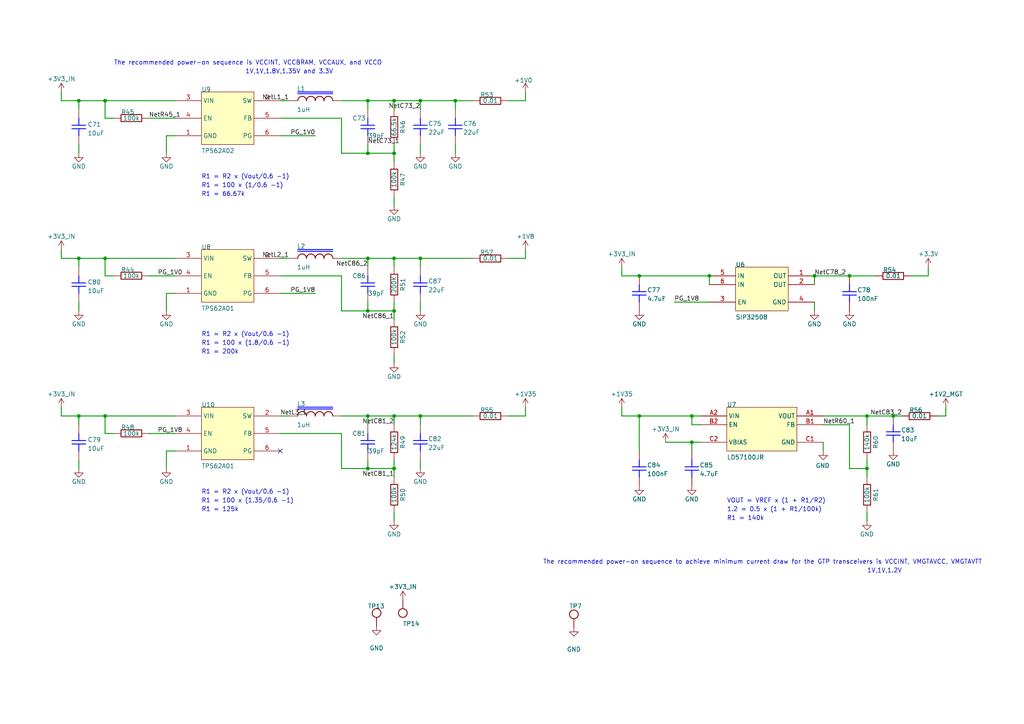
<source format=kicad_sch>
(kicad_sch (version 20230121) (generator eeschema)

  (uuid ef221331-5e31-41d7-b694-4af007b2497a)

  (paper "A4")

  (lib_symbols
    (symbol "Custom_Power_Symbols:+1V2_MGT" (power) (pin_names (offset 0)) (in_bom yes) (on_board yes)
      (property "Reference" "#PWR" (at 0 -3.81 0)
        (effects (font (size 1.27 1.27)) hide)
      )
      (property "Value" "+1V2_MGT" (at 0 3.556 0)
        (effects (font (size 1.27 1.27)))
      )
      (property "Footprint" "" (at 0 0 0)
        (effects (font (size 1.27 1.27)) hide)
      )
      (property "Datasheet" "" (at 0 0 0)
        (effects (font (size 1.27 1.27)) hide)
      )
      (property "ki_keywords" "global power" (at 0 0 0)
        (effects (font (size 1.27 1.27)) hide)
      )
      (property "ki_description" "Power symbol creates a global label with name \"+1V2_MGT\"" (at 0 0 0)
        (effects (font (size 1.27 1.27)) hide)
      )
      (symbol "+1V2_MGT_0_1"
        (polyline
          (pts
            (xy -0.762 1.27)
            (xy 0 2.54)
          )
          (stroke (width 0) (type default))
          (fill (type none))
        )
        (polyline
          (pts
            (xy 0 0)
            (xy 0 2.54)
          )
          (stroke (width 0) (type default))
          (fill (type none))
        )
        (polyline
          (pts
            (xy 0 2.54)
            (xy 0.762 1.27)
          )
          (stroke (width 0) (type default))
          (fill (type none))
        )
      )
      (symbol "+1V2_MGT_1_1"
        (pin power_in line (at 0 0 90) (length 0) hide
          (name "+1V2_MGT" (effects (font (size 1.27 1.27))))
          (number "1" (effects (font (size 1.27 1.27))))
        )
      )
    )
    (symbol "Custom_Power_Symbols:+3V3_IN" (power) (pin_names (offset 0)) (in_bom yes) (on_board yes)
      (property "Reference" "#PWR" (at 0 -3.81 0)
        (effects (font (size 1.27 1.27)) hide)
      )
      (property "Value" "+3V3_IN" (at 0 3.556 0)
        (effects (font (size 1.27 1.27)))
      )
      (property "Footprint" "" (at 0 0 0)
        (effects (font (size 1.27 1.27)) hide)
      )
      (property "Datasheet" "" (at 0 0 0)
        (effects (font (size 1.27 1.27)) hide)
      )
      (property "ki_keywords" "global power" (at 0 0 0)
        (effects (font (size 1.27 1.27)) hide)
      )
      (property "ki_description" "Power symbol creates a global label with name \"+3V3_IN\"" (at 0 0 0)
        (effects (font (size 1.27 1.27)) hide)
      )
      (symbol "+3V3_IN_0_1"
        (polyline
          (pts
            (xy -0.762 1.27)
            (xy 0 2.54)
          )
          (stroke (width 0) (type default))
          (fill (type none))
        )
        (polyline
          (pts
            (xy 0 0)
            (xy 0 2.54)
          )
          (stroke (width 0) (type default))
          (fill (type none))
        )
        (polyline
          (pts
            (xy 0 2.54)
            (xy 0.762 1.27)
          )
          (stroke (width 0) (type default))
          (fill (type none))
        )
      )
      (symbol "+3V3_IN_1_1"
        (pin power_in line (at 0 0 90) (length 0) hide
          (name "+3V3_IN" (effects (font (size 1.27 1.27))))
          (number "1" (effects (font (size 1.27 1.27))))
        )
      )
    )
    (symbol "power:+1V0" (power) (pin_names (offset 0)) (in_bom yes) (on_board yes)
      (property "Reference" "#PWR" (at 0 -3.81 0)
        (effects (font (size 1.27 1.27)) hide)
      )
      (property "Value" "+1V0" (at 0 3.556 0)
        (effects (font (size 1.27 1.27)))
      )
      (property "Footprint" "" (at 0 0 0)
        (effects (font (size 1.27 1.27)) hide)
      )
      (property "Datasheet" "" (at 0 0 0)
        (effects (font (size 1.27 1.27)) hide)
      )
      (property "ki_keywords" "global power" (at 0 0 0)
        (effects (font (size 1.27 1.27)) hide)
      )
      (property "ki_description" "Power symbol creates a global label with name \"+1V0\"" (at 0 0 0)
        (effects (font (size 1.27 1.27)) hide)
      )
      (symbol "+1V0_0_1"
        (polyline
          (pts
            (xy -0.762 1.27)
            (xy 0 2.54)
          )
          (stroke (width 0) (type default))
          (fill (type none))
        )
        (polyline
          (pts
            (xy 0 0)
            (xy 0 2.54)
          )
          (stroke (width 0) (type default))
          (fill (type none))
        )
        (polyline
          (pts
            (xy 0 2.54)
            (xy 0.762 1.27)
          )
          (stroke (width 0) (type default))
          (fill (type none))
        )
      )
      (symbol "+1V0_1_1"
        (pin power_in line (at 0 0 90) (length 0) hide
          (name "+1V0" (effects (font (size 1.27 1.27))))
          (number "1" (effects (font (size 1.27 1.27))))
        )
      )
    )
    (symbol "power:+1V35" (power) (pin_names (offset 0)) (in_bom yes) (on_board yes)
      (property "Reference" "#PWR" (at 0 -3.81 0)
        (effects (font (size 1.27 1.27)) hide)
      )
      (property "Value" "+1V35" (at 0 3.556 0)
        (effects (font (size 1.27 1.27)))
      )
      (property "Footprint" "" (at 0 0 0)
        (effects (font (size 1.27 1.27)) hide)
      )
      (property "Datasheet" "" (at 0 0 0)
        (effects (font (size 1.27 1.27)) hide)
      )
      (property "ki_keywords" "global power" (at 0 0 0)
        (effects (font (size 1.27 1.27)) hide)
      )
      (property "ki_description" "Power symbol creates a global label with name \"+1V35\"" (at 0 0 0)
        (effects (font (size 1.27 1.27)) hide)
      )
      (symbol "+1V35_0_1"
        (polyline
          (pts
            (xy -0.762 1.27)
            (xy 0 2.54)
          )
          (stroke (width 0) (type default))
          (fill (type none))
        )
        (polyline
          (pts
            (xy 0 0)
            (xy 0 2.54)
          )
          (stroke (width 0) (type default))
          (fill (type none))
        )
        (polyline
          (pts
            (xy 0 2.54)
            (xy 0.762 1.27)
          )
          (stroke (width 0) (type default))
          (fill (type none))
        )
      )
      (symbol "+1V35_1_1"
        (pin power_in line (at 0 0 90) (length 0) hide
          (name "+1V35" (effects (font (size 1.27 1.27))))
          (number "1" (effects (font (size 1.27 1.27))))
        )
      )
    )
    (symbol "power:+1V8" (power) (pin_names (offset 0)) (in_bom yes) (on_board yes)
      (property "Reference" "#PWR" (at 0 -3.81 0)
        (effects (font (size 1.27 1.27)) hide)
      )
      (property "Value" "+1V8" (at 0 3.556 0)
        (effects (font (size 1.27 1.27)))
      )
      (property "Footprint" "" (at 0 0 0)
        (effects (font (size 1.27 1.27)) hide)
      )
      (property "Datasheet" "" (at 0 0 0)
        (effects (font (size 1.27 1.27)) hide)
      )
      (property "ki_keywords" "global power" (at 0 0 0)
        (effects (font (size 1.27 1.27)) hide)
      )
      (property "ki_description" "Power symbol creates a global label with name \"+1V8\"" (at 0 0 0)
        (effects (font (size 1.27 1.27)) hide)
      )
      (symbol "+1V8_0_1"
        (polyline
          (pts
            (xy -0.762 1.27)
            (xy 0 2.54)
          )
          (stroke (width 0) (type default))
          (fill (type none))
        )
        (polyline
          (pts
            (xy 0 0)
            (xy 0 2.54)
          )
          (stroke (width 0) (type default))
          (fill (type none))
        )
        (polyline
          (pts
            (xy 0 2.54)
            (xy 0.762 1.27)
          )
          (stroke (width 0) (type default))
          (fill (type none))
        )
      )
      (symbol "+1V8_1_1"
        (pin power_in line (at 0 0 90) (length 0) hide
          (name "+1V8" (effects (font (size 1.27 1.27))))
          (number "1" (effects (font (size 1.27 1.27))))
        )
      )
    )
    (symbol "power:+3.3V" (power) (pin_names (offset 0)) (in_bom yes) (on_board yes)
      (property "Reference" "#PWR" (at 0 -3.81 0)
        (effects (font (size 1.27 1.27)) hide)
      )
      (property "Value" "+3.3V" (at 0 3.556 0)
        (effects (font (size 1.27 1.27)))
      )
      (property "Footprint" "" (at 0 0 0)
        (effects (font (size 1.27 1.27)) hide)
      )
      (property "Datasheet" "" (at 0 0 0)
        (effects (font (size 1.27 1.27)) hide)
      )
      (property "ki_keywords" "global power" (at 0 0 0)
        (effects (font (size 1.27 1.27)) hide)
      )
      (property "ki_description" "Power symbol creates a global label with name \"+3.3V\"" (at 0 0 0)
        (effects (font (size 1.27 1.27)) hide)
      )
      (symbol "+3.3V_0_1"
        (polyline
          (pts
            (xy -0.762 1.27)
            (xy 0 2.54)
          )
          (stroke (width 0) (type default))
          (fill (type none))
        )
        (polyline
          (pts
            (xy 0 0)
            (xy 0 2.54)
          )
          (stroke (width 0) (type default))
          (fill (type none))
        )
        (polyline
          (pts
            (xy 0 2.54)
            (xy 0.762 1.27)
          )
          (stroke (width 0) (type default))
          (fill (type none))
        )
      )
      (symbol "+3.3V_1_1"
        (pin power_in line (at 0 0 90) (length 0) hide
          (name "+3.3V" (effects (font (size 1.27 1.27))))
          (number "1" (effects (font (size 1.27 1.27))))
        )
      )
    )
    (symbol "power:GND" (power) (pin_names (offset 0)) (in_bom yes) (on_board yes)
      (property "Reference" "#PWR" (at 0 -6.35 0)
        (effects (font (size 1.27 1.27)) hide)
      )
      (property "Value" "GND" (at 0 -3.81 0)
        (effects (font (size 1.27 1.27)))
      )
      (property "Footprint" "" (at 0 0 0)
        (effects (font (size 1.27 1.27)) hide)
      )
      (property "Datasheet" "" (at 0 0 0)
        (effects (font (size 1.27 1.27)) hide)
      )
      (property "ki_keywords" "global power" (at 0 0 0)
        (effects (font (size 1.27 1.27)) hide)
      )
      (property "ki_description" "Power symbol creates a global label with name \"GND\" , ground" (at 0 0 0)
        (effects (font (size 1.27 1.27)) hide)
      )
      (symbol "GND_0_1"
        (polyline
          (pts
            (xy 0 0)
            (xy 0 -1.27)
            (xy 1.27 -1.27)
            (xy 0 -2.54)
            (xy -1.27 -1.27)
            (xy 0 -1.27)
          )
          (stroke (width 0) (type default))
          (fill (type none))
        )
      )
      (symbol "GND_1_1"
        (pin power_in line (at 0 0 270) (length 0) hide
          (name "GND" (effects (font (size 1.27 1.27))))
          (number "1" (effects (font (size 1.27 1.27))))
        )
      )
    )
    (symbol "scratch-altium-import:root_0_CAP 100nF 16V X7R 0402" (in_bom yes) (on_board yes)
      (property "Reference" "" (at 0 0 0)
        (effects (font (size 1.27 1.27)))
      )
      (property "Value" "" (at 0 0 0)
        (effects (font (size 1.27 1.27)))
      )
      (property "Footprint" "" (at 0 0 0)
        (effects (font (size 1.27 1.27)) hide)
      )
      (property "Datasheet" "" (at 0 0 0)
        (effects (font (size 1.27 1.27)) hide)
      )
      (property "ki_fp_filters" "GEN_C_0402" (at 0 0 0)
        (effects (font (size 1.27 1.27)) hide)
      )
      (symbol "root_0_CAP 100nF 16V X7R 0402_1_0"
        (polyline
          (pts
            (xy -2 -0.5)
            (xy 2 -0.5)
          )
          (stroke (width 0.254) (type solid) (color 0 0 255 1))
          (fill (type none))
        )
        (polyline
          (pts
            (xy -2 0.5)
            (xy 2 0.5)
          )
          (stroke (width 0.254) (type solid) (color 0 0 255 1))
          (fill (type none))
        )
        (polyline
          (pts
            (xy 0 -2.54)
            (xy 0 -0.5)
          )
          (stroke (width 0.254) (type solid) (color 0 0 255 1))
          (fill (type none))
        )
        (polyline
          (pts
            (xy 0 2.54)
            (xy 0 0.5)
          )
          (stroke (width 0.254) (type solid) (color 0 0 255 1))
          (fill (type none))
        )
        (pin passive line (at 0 -5.08 90) (length 2.54)
          (name "1" (effects (font (size 0 0))))
          (number "1" (effects (font (size 0 0))))
        )
        (pin passive line (at 0 5.08 270) (length 2.54)
          (name "2" (effects (font (size 0 0))))
          (number "2" (effects (font (size 0 0))))
        )
      )
    )
    (symbol "scratch-altium-import:root_0_CAP 10uF 10V X5R 0603" (in_bom yes) (on_board yes)
      (property "Reference" "" (at 0 0 0)
        (effects (font (size 1.27 1.27)))
      )
      (property "Value" "" (at 0 0 0)
        (effects (font (size 1.27 1.27)))
      )
      (property "Footprint" "" (at 0 0 0)
        (effects (font (size 1.27 1.27)) hide)
      )
      (property "Datasheet" "" (at 0 0 0)
        (effects (font (size 1.27 1.27)) hide)
      )
      (property "ki_fp_filters" "GEN_C_0603" (at 0 0 0)
        (effects (font (size 1.27 1.27)) hide)
      )
      (symbol "root_0_CAP 10uF 10V X5R 0603_1_0"
        (polyline
          (pts
            (xy -2 -0.5)
            (xy 2 -0.5)
          )
          (stroke (width 0.254) (type solid) (color 0 0 255 1))
          (fill (type none))
        )
        (polyline
          (pts
            (xy -2 0.5)
            (xy 2 0.5)
          )
          (stroke (width 0.254) (type solid) (color 0 0 255 1))
          (fill (type none))
        )
        (polyline
          (pts
            (xy 0 -2.54)
            (xy 0 -0.5)
          )
          (stroke (width 0.254) (type solid) (color 0 0 255 1))
          (fill (type none))
        )
        (polyline
          (pts
            (xy 0 2.54)
            (xy 0 0.5)
          )
          (stroke (width 0.254) (type solid) (color 0 0 255 1))
          (fill (type none))
        )
        (pin passive line (at 0 -5.08 90) (length 2.54)
          (name "1" (effects (font (size 0 0))))
          (number "1" (effects (font (size 0 0))))
        )
        (pin passive line (at 0 5.08 270) (length 2.54)
          (name "2" (effects (font (size 0 0))))
          (number "2" (effects (font (size 0 0))))
        )
      )
    )
    (symbol "scratch-altium-import:root_0_CAP 22uF 25V X5R 0805" (in_bom yes) (on_board yes)
      (property "Reference" "" (at 0 0 0)
        (effects (font (size 1.27 1.27)))
      )
      (property "Value" "" (at 0 0 0)
        (effects (font (size 1.27 1.27)))
      )
      (property "Footprint" "" (at 0 0 0)
        (effects (font (size 1.27 1.27)) hide)
      )
      (property "Datasheet" "" (at 0 0 0)
        (effects (font (size 1.27 1.27)) hide)
      )
      (property "ki_fp_filters" "GEN_C_0805" (at 0 0 0)
        (effects (font (size 1.27 1.27)) hide)
      )
      (symbol "root_0_CAP 22uF 25V X5R 0805_1_0"
        (polyline
          (pts
            (xy -2 -0.5)
            (xy 2 -0.5)
          )
          (stroke (width 0.254) (type solid) (color 0 0 255 1))
          (fill (type none))
        )
        (polyline
          (pts
            (xy -2 0.5)
            (xy 2 0.5)
          )
          (stroke (width 0.254) (type solid) (color 0 0 255 1))
          (fill (type none))
        )
        (polyline
          (pts
            (xy 0 -2.54)
            (xy 0 -0.5)
          )
          (stroke (width 0.254) (type solid) (color 0 0 255 1))
          (fill (type none))
        )
        (polyline
          (pts
            (xy 0 2.54)
            (xy 0 0.5)
          )
          (stroke (width 0.254) (type solid) (color 0 0 255 1))
          (fill (type none))
        )
        (pin passive line (at 0 -5.08 90) (length 2.54)
          (name "1" (effects (font (size 0 0))))
          (number "1" (effects (font (size 0 0))))
        )
        (pin passive line (at 0 5.08 270) (length 2.54)
          (name "2" (effects (font (size 0 0))))
          (number "2" (effects (font (size 0 0))))
        )
      )
    )
    (symbol "scratch-altium-import:root_0_CAP 39pF 50V C0G 0402" (in_bom yes) (on_board yes)
      (property "Reference" "" (at 0 0 0)
        (effects (font (size 1.27 1.27)))
      )
      (property "Value" "" (at 0 0 0)
        (effects (font (size 1.27 1.27)))
      )
      (property "Footprint" "" (at 0 0 0)
        (effects (font (size 1.27 1.27)) hide)
      )
      (property "Datasheet" "" (at 0 0 0)
        (effects (font (size 1.27 1.27)) hide)
      )
      (property "ki_fp_filters" "GEN_C_0402" (at 0 0 0)
        (effects (font (size 1.27 1.27)) hide)
      )
      (symbol "root_0_CAP 39pF 50V C0G 0402_1_0"
        (polyline
          (pts
            (xy -2 -0.5)
            (xy 2 -0.5)
          )
          (stroke (width 0.254) (type solid) (color 0 0 255 1))
          (fill (type none))
        )
        (polyline
          (pts
            (xy -2 0.5)
            (xy 2 0.5)
          )
          (stroke (width 0.254) (type solid) (color 0 0 255 1))
          (fill (type none))
        )
        (polyline
          (pts
            (xy 0 -2.54)
            (xy 0 -0.5)
          )
          (stroke (width 0.254) (type solid) (color 0 0 255 1))
          (fill (type none))
        )
        (polyline
          (pts
            (xy 0 2.54)
            (xy 0 0.5)
          )
          (stroke (width 0.254) (type solid) (color 0 0 255 1))
          (fill (type none))
        )
        (pin passive line (at 0 -5.08 90) (length 2.54)
          (name "1" (effects (font (size 0 0))))
          (number "1" (effects (font (size 0 0))))
        )
        (pin passive line (at 0 5.08 270) (length 2.54)
          (name "2" (effects (font (size 0 0))))
          (number "2" (effects (font (size 0 0))))
        )
      )
    )
    (symbol "scratch-altium-import:root_0_CAP 4.7uF 6.3V X5R 0402" (in_bom yes) (on_board yes)
      (property "Reference" "" (at 0 0 0)
        (effects (font (size 1.27 1.27)))
      )
      (property "Value" "" (at 0 0 0)
        (effects (font (size 1.27 1.27)))
      )
      (property "Footprint" "" (at 0 0 0)
        (effects (font (size 1.27 1.27)) hide)
      )
      (property "Datasheet" "" (at 0 0 0)
        (effects (font (size 1.27 1.27)) hide)
      )
      (property "ki_fp_filters" "GEN_C_0402" (at 0 0 0)
        (effects (font (size 1.27 1.27)) hide)
      )
      (symbol "root_0_CAP 4.7uF 6.3V X5R 0402_1_0"
        (polyline
          (pts
            (xy -2 -0.5)
            (xy 2 -0.5)
          )
          (stroke (width 0.254) (type solid) (color 0 0 255 1))
          (fill (type none))
        )
        (polyline
          (pts
            (xy -2 0.5)
            (xy 2 0.5)
          )
          (stroke (width 0.254) (type solid) (color 0 0 255 1))
          (fill (type none))
        )
        (polyline
          (pts
            (xy 0 -2.54)
            (xy 0 -0.5)
          )
          (stroke (width 0.254) (type solid) (color 0 0 255 1))
          (fill (type none))
        )
        (polyline
          (pts
            (xy 0 2.54)
            (xy 0 0.5)
          )
          (stroke (width 0.254) (type solid) (color 0 0 255 1))
          (fill (type none))
        )
        (pin passive line (at 0 -5.08 90) (length 2.54)
          (name "1" (effects (font (size 0 0))))
          (number "1" (effects (font (size 0 0))))
        )
        (pin passive line (at 0 5.08 270) (length 2.54)
          (name "2" (effects (font (size 0 0))))
          (number "2" (effects (font (size 0 0))))
        )
      )
    )
    (symbol "scratch-altium-import:root_0_IC BUCK TPS62A01" (in_bom yes) (on_board yes)
      (property "Reference" "" (at 0 0 0)
        (effects (font (size 1.27 1.27)))
      )
      (property "Value" "" (at 0 0 0)
        (effects (font (size 1.27 1.27)))
      )
      (property "Footprint" "" (at 0 0 0)
        (effects (font (size 1.27 1.27)) hide)
      )
      (property "Datasheet" "" (at 0 0 0)
        (effects (font (size 1.27 1.27)) hide)
      )
      (property "ki_fp_filters" "TI_SOT563_DRL0006A" (at 0 0 0)
        (effects (font (size 1.27 1.27)) hide)
      )
      (symbol "root_0_IC BUCK TPS62A01_1_0"
        (rectangle (start 15.24 0) (end 0 -15.24)
          (stroke (width 0) (type solid))
          (fill (type background))
        )
        (pin power_in line (at -7.62 -12.7 0) (length 7.62)
          (name "GND" (effects (font (size 1.27 1.27))))
          (number "1" (effects (font (size 1.27 1.27))))
        )
        (pin passive line (at 22.86 -2.54 180) (length 7.62)
          (name "SW" (effects (font (size 1.27 1.27))))
          (number "2" (effects (font (size 1.27 1.27))))
        )
        (pin power_in line (at -7.62 -2.54 0) (length 7.62)
          (name "VIN" (effects (font (size 1.27 1.27))))
          (number "3" (effects (font (size 1.27 1.27))))
        )
        (pin passive line (at -7.62 -7.62 0) (length 7.62)
          (name "EN" (effects (font (size 1.27 1.27))))
          (number "4" (effects (font (size 1.27 1.27))))
        )
        (pin passive line (at 22.86 -7.62 180) (length 7.62)
          (name "FB" (effects (font (size 1.27 1.27))))
          (number "5" (effects (font (size 1.27 1.27))))
        )
        (pin passive line (at 22.86 -12.7 180) (length 7.62)
          (name "PG" (effects (font (size 1.27 1.27))))
          (number "6" (effects (font (size 1.27 1.27))))
        )
      )
    )
    (symbol "scratch-altium-import:root_0_IC BUCK TPS62A02" (in_bom yes) (on_board yes)
      (property "Reference" "" (at 0 0 0)
        (effects (font (size 1.27 1.27)))
      )
      (property "Value" "" (at 0 0 0)
        (effects (font (size 1.27 1.27)))
      )
      (property "Footprint" "" (at 0 0 0)
        (effects (font (size 1.27 1.27)) hide)
      )
      (property "Datasheet" "" (at 0 0 0)
        (effects (font (size 1.27 1.27)) hide)
      )
      (property "ki_fp_filters" "TI_SOT563_DRL0006A" (at 0 0 0)
        (effects (font (size 1.27 1.27)) hide)
      )
      (symbol "root_0_IC BUCK TPS62A02_1_0"
        (rectangle (start 15.24 0) (end 0 -15.24)
          (stroke (width 0) (type solid))
          (fill (type background))
        )
        (pin power_in line (at -7.62 -12.7 0) (length 7.62)
          (name "GND" (effects (font (size 1.27 1.27))))
          (number "1" (effects (font (size 1.27 1.27))))
        )
        (pin passive line (at 22.86 -2.54 180) (length 7.62)
          (name "SW" (effects (font (size 1.27 1.27))))
          (number "2" (effects (font (size 1.27 1.27))))
        )
        (pin power_in line (at -7.62 -2.54 0) (length 7.62)
          (name "VIN" (effects (font (size 1.27 1.27))))
          (number "3" (effects (font (size 1.27 1.27))))
        )
        (pin passive line (at -7.62 -7.62 0) (length 7.62)
          (name "EN" (effects (font (size 1.27 1.27))))
          (number "4" (effects (font (size 1.27 1.27))))
        )
        (pin passive line (at 22.86 -7.62 180) (length 7.62)
          (name "FB" (effects (font (size 1.27 1.27))))
          (number "5" (effects (font (size 1.27 1.27))))
        )
        (pin passive line (at 22.86 -12.7 180) (length 7.62)
          (name "PG" (effects (font (size 1.27 1.27))))
          (number "6" (effects (font (size 1.27 1.27))))
        )
      )
    )
    (symbol "scratch-altium-import:root_0_IC LDO LD57100JR" (in_bom yes) (on_board yes)
      (property "Reference" "" (at 0 0 0)
        (effects (font (size 1.27 1.27)))
      )
      (property "Value" "" (at 0 0 0)
        (effects (font (size 1.27 1.27)))
      )
      (property "Footprint" "" (at 0 0 0)
        (effects (font (size 1.27 1.27)) hide)
      )
      (property "Datasheet" "" (at 0 0 0)
        (effects (font (size 1.27 1.27)) hide)
      )
      (property "ki_fp_filters" "ST_FlipChip6" (at 0 0 0)
        (effects (font (size 1.27 1.27)) hide)
      )
      (symbol "root_0_IC LDO LD57100JR_1_0"
        (rectangle (start 10.16 2.54) (end -10.16 -10.16)
          (stroke (width 0) (type solid))
          (fill (type background))
        )
        (pin passive line (at 17.78 0 180) (length 7.62)
          (name "VOUT" (effects (font (size 1.27 1.27))))
          (number "A1" (effects (font (size 1.27 1.27))))
        )
        (pin passive line (at -17.78 0 0) (length 7.62)
          (name "VIN" (effects (font (size 1.27 1.27))))
          (number "A2" (effects (font (size 1.27 1.27))))
        )
        (pin passive line (at 17.78 -2.54 180) (length 7.62)
          (name "FB" (effects (font (size 1.27 1.27))))
          (number "B1" (effects (font (size 1.27 1.27))))
        )
        (pin passive line (at -17.78 -2.54 0) (length 7.62)
          (name "EN" (effects (font (size 1.27 1.27))))
          (number "B2" (effects (font (size 1.27 1.27))))
        )
        (pin passive line (at 17.78 -7.62 180) (length 7.62)
          (name "GND" (effects (font (size 1.27 1.27))))
          (number "C1" (effects (font (size 1.27 1.27))))
        )
        (pin passive line (at -17.78 -7.62 0) (length 7.62)
          (name "VBIAS" (effects (font (size 1.27 1.27))))
          (number "C2" (effects (font (size 1.27 1.27))))
        )
      )
    )
    (symbol "scratch-altium-import:root_0_IC SWITCH LOAD SIP32508" (in_bom yes) (on_board yes)
      (property "Reference" "" (at 0 0 0)
        (effects (font (size 1.27 1.27)))
      )
      (property "Value" "" (at 0 0 0)
        (effects (font (size 1.27 1.27)))
      )
      (property "Footprint" "" (at 0 0 0)
        (effects (font (size 1.27 1.27)) hide)
      )
      (property "Datasheet" "" (at 0 0 0)
        (effects (font (size 1.27 1.27)) hide)
      )
      (property "ki_fp_filters" "VISH_TSOT6" (at 0 0 0)
        (effects (font (size 1.27 1.27)) hide)
      )
      (symbol "root_0_IC SWITCH LOAD SIP32508_1_0"
        (rectangle (start 7.62 7.62) (end -7.62 -5.08)
          (stroke (width 0) (type solid))
          (fill (type background))
        )
        (pin passive line (at 15.24 5.08 180) (length 7.62)
          (name "OUT" (effects (font (size 1.27 1.27))))
          (number "1" (effects (font (size 1.27 1.27))))
        )
        (pin passive line (at 15.24 2.54 180) (length 7.62)
          (name "OUT" (effects (font (size 1.27 1.27))))
          (number "2" (effects (font (size 1.27 1.27))))
        )
        (pin passive line (at -15.24 -2.54 0) (length 7.62)
          (name "EN" (effects (font (size 1.27 1.27))))
          (number "3" (effects (font (size 1.27 1.27))))
        )
        (pin passive line (at 15.24 -2.54 180) (length 7.62)
          (name "GND" (effects (font (size 1.27 1.27))))
          (number "4" (effects (font (size 1.27 1.27))))
        )
        (pin passive line (at -15.24 5.08 0) (length 7.62)
          (name "IN" (effects (font (size 1.27 1.27))))
          (number "5" (effects (font (size 1.27 1.27))))
        )
        (pin passive line (at -15.24 2.54 0) (length 7.62)
          (name "IN" (effects (font (size 1.27 1.27))))
          (number "6" (effects (font (size 1.27 1.27))))
        )
      )
    )
    (symbol "scratch-altium-import:root_0_IND 1uH 5.5A 32 MOHM 1210" (in_bom yes) (on_board yes)
      (property "Reference" "" (at 0 0 0)
        (effects (font (size 1.27 1.27)))
      )
      (property "Value" "" (at 0 0 0)
        (effects (font (size 1.27 1.27)))
      )
      (property "Footprint" "" (at 0 0 0)
        (effects (font (size 1.27 1.27)) hide)
      )
      (property "Datasheet" "" (at 0 0 0)
        (effects (font (size 1.27 1.27)) hide)
      )
      (property "ki_fp_filters" "GEN_L_1210" (at 0 0 0)
        (effects (font (size 1.27 1.27)) hide)
      )
      (symbol "root_0_IND 1uH 5.5A 32 MOHM 1210_1_0"
        (arc (start -3.81 1.27) (mid -4.708 0.898) (end -5.08 0)
          (stroke (width 0.254) (type solid))
          (fill (type none))
        )
        (arc (start -2.54 0) (mid -2.912 0.898) (end -3.81 1.27)
          (stroke (width 0.254) (type solid))
          (fill (type none))
        )
        (arc (start -1.27 1.27) (mid -2.168 0.898) (end -2.54 0)
          (stroke (width 0.254) (type solid))
          (fill (type none))
        )
        (arc (start 0 0) (mid -0.372 0.898) (end -1.27 1.27)
          (stroke (width 0.254) (type solid))
          (fill (type none))
        )
        (polyline
          (pts
            (xy -5.08 2.032)
            (xy 5.08 2.032)
          )
          (stroke (width 0.254) (type solid) (color 0 0 255 1))
          (fill (type none))
        )
        (polyline
          (pts
            (xy -5.08 2.54)
            (xy 5.08 2.54)
          )
          (stroke (width 0.254) (type solid) (color 0 0 255 1))
          (fill (type none))
        )
        (arc (start 1.27 1.27) (mid 0.372 0.898) (end 0 0)
          (stroke (width 0.254) (type solid))
          (fill (type none))
        )
        (arc (start 2.54 0) (mid 2.168 0.898) (end 1.27 1.27)
          (stroke (width 0.254) (type solid))
          (fill (type none))
        )
        (arc (start 3.81 1.27) (mid 2.912 0.898) (end 2.54 0)
          (stroke (width 0.254) (type solid))
          (fill (type none))
        )
        (arc (start 5.08 0) (mid 4.708 0.898) (end 3.81 1.27)
          (stroke (width 0.254) (type solid))
          (fill (type none))
        )
        (pin passive line (at -7.62 0 0) (length 2.54)
          (name "1" (effects (font (size 0 0))))
          (number "1" (effects (font (size 0 0))))
        )
        (pin passive line (at 7.62 0 180) (length 2.54)
          (name "2" (effects (font (size 0 0))))
          (number "2" (effects (font (size 0 0))))
        )
      )
    )
    (symbol "scratch-altium-import:root_0_RES 0.01 OHM 1% 1/4W 0603" (in_bom yes) (on_board yes)
      (property "Reference" "" (at 0 0 0)
        (effects (font (size 1.27 1.27)))
      )
      (property "Value" "" (at 0 0 0)
        (effects (font (size 1.27 1.27)))
      )
      (property "Footprint" "" (at 0 0 0)
        (effects (font (size 1.27 1.27)) hide)
      )
      (property "Datasheet" "" (at 0 0 0)
        (effects (font (size 1.27 1.27)) hide)
      )
      (property "ki_fp_filters" "GEN_R_0603" (at 0 0 0)
        (effects (font (size 1.27 1.27)) hide)
      )
      (symbol "root_0_RES 0.01 OHM 1% 1/4W 0603_1_0"
        (rectangle (start 3 0.976) (end -3 -1.056)
          (stroke (width 0.254) (type solid))
          (fill (type none))
        )
        (pin passive line (at -5.08 0 0) (length 2)
          (name "1" (effects (font (size 0 0))))
          (number "1" (effects (font (size 0 0))))
        )
        (pin passive line (at 5.08 0 180) (length 2)
          (name "2" (effects (font (size 0 0))))
          (number "2" (effects (font (size 0 0))))
        )
      )
    )
    (symbol "scratch-altium-import:root_0_mirrored_TP PCB 1mm" (in_bom yes) (on_board yes)
      (property "Reference" "" (at 0 0 0)
        (effects (font (size 1.27 1.27)))
      )
      (property "Value" "" (at 0 0 0)
        (effects (font (size 1.27 1.27)))
      )
      (property "Footprint" "" (at 0 0 0)
        (effects (font (size 1.27 1.27)) hide)
      )
      (property "Datasheet" "" (at 0 0 0)
        (effects (font (size 1.27 1.27)) hide)
      )
      (property "ki_fp_filters" "GEN_TP_PCB" (at 0 0 0)
        (effects (font (size 1.27 1.27)) hide)
      )
      (symbol "root_0_mirrored_TP PCB 1mm_1_0"
        (circle (center 0 3.81) (radius 1.27)
          (stroke (width 0.254) (type solid))
          (fill (type none))
        )
        (pin passive line (at 0 0 90) (length 2.54)
          (name "1" (effects (font (size 0 0))))
          (number "1" (effects (font (size 0 0))))
        )
      )
    )
    (symbol "scratch-altium-import:root_1_RES 100K OHM 1% 1/10W 0402" (in_bom yes) (on_board yes)
      (property "Reference" "" (at 0 0 0)
        (effects (font (size 1.27 1.27)))
      )
      (property "Value" "" (at 0 0 0)
        (effects (font (size 1.27 1.27)))
      )
      (property "Footprint" "" (at 0 0 0)
        (effects (font (size 1.27 1.27)) hide)
      )
      (property "Datasheet" "" (at 0 0 0)
        (effects (font (size 1.27 1.27)) hide)
      )
      (property "ki_fp_filters" "GEN_R_0402" (at 0 0 0)
        (effects (font (size 1.27 1.27)) hide)
      )
      (symbol "root_1_RES 100K OHM 1% 1/10W 0402_1_0"
        (rectangle (start 1.056 3) (end -0.976 -3)
          (stroke (width 0.254) (type solid))
          (fill (type none))
        )
        (pin passive line (at 0 -5.08 90) (length 2)
          (name "1" (effects (font (size 0 0))))
          (number "1" (effects (font (size 0 0))))
        )
        (pin passive line (at 0 5.08 270) (length 2)
          (name "2" (effects (font (size 0 0))))
          (number "2" (effects (font (size 0 0))))
        )
      )
    )
    (symbol "scratch-altium-import:root_1_RES 124K OHM 1% 1/10W 0402" (in_bom yes) (on_board yes)
      (property "Reference" "" (at 0 0 0)
        (effects (font (size 1.27 1.27)))
      )
      (property "Value" "" (at 0 0 0)
        (effects (font (size 1.27 1.27)))
      )
      (property "Footprint" "" (at 0 0 0)
        (effects (font (size 1.27 1.27)) hide)
      )
      (property "Datasheet" "" (at 0 0 0)
        (effects (font (size 1.27 1.27)) hide)
      )
      (property "ki_fp_filters" "GEN_R_0402" (at 0 0 0)
        (effects (font (size 1.27 1.27)) hide)
      )
      (symbol "root_1_RES 124K OHM 1% 1/10W 0402_1_0"
        (rectangle (start 1.056 3) (end -0.976 -3)
          (stroke (width 0.254) (type solid))
          (fill (type none))
        )
        (pin passive line (at 0 -5.08 90) (length 2)
          (name "1" (effects (font (size 0 0))))
          (number "1" (effects (font (size 0 0))))
        )
        (pin passive line (at 0 5.08 270) (length 2)
          (name "2" (effects (font (size 0 0))))
          (number "2" (effects (font (size 0 0))))
        )
      )
    )
    (symbol "scratch-altium-import:root_1_RES 140K OHM 1% 1/10W 0402" (in_bom yes) (on_board yes)
      (property "Reference" "" (at 0 0 0)
        (effects (font (size 1.27 1.27)))
      )
      (property "Value" "" (at 0 0 0)
        (effects (font (size 1.27 1.27)))
      )
      (property "Footprint" "" (at 0 0 0)
        (effects (font (size 1.27 1.27)) hide)
      )
      (property "Datasheet" "" (at 0 0 0)
        (effects (font (size 1.27 1.27)) hide)
      )
      (property "ki_fp_filters" "GEN_R_0402" (at 0 0 0)
        (effects (font (size 1.27 1.27)) hide)
      )
      (symbol "root_1_RES 140K OHM 1% 1/10W 0402_1_0"
        (rectangle (start 1.056 3) (end -0.976 -3)
          (stroke (width 0.254) (type solid))
          (fill (type none))
        )
        (pin passive line (at 0 -5.08 90) (length 2)
          (name "1" (effects (font (size 0 0))))
          (number "1" (effects (font (size 0 0))))
        )
        (pin passive line (at 0 5.08 270) (length 2)
          (name "2" (effects (font (size 0 0))))
          (number "2" (effects (font (size 0 0))))
        )
      )
    )
    (symbol "scratch-altium-import:root_1_RES 200K OHM 1% 1/16W 0402" (in_bom yes) (on_board yes)
      (property "Reference" "" (at 0 0 0)
        (effects (font (size 1.27 1.27)))
      )
      (property "Value" "" (at 0 0 0)
        (effects (font (size 1.27 1.27)))
      )
      (property "Footprint" "" (at 0 0 0)
        (effects (font (size 1.27 1.27)) hide)
      )
      (property "Datasheet" "" (at 0 0 0)
        (effects (font (size 1.27 1.27)) hide)
      )
      (property "ki_fp_filters" "GEN_R_0402" (at 0 0 0)
        (effects (font (size 1.27 1.27)) hide)
      )
      (symbol "root_1_RES 200K OHM 1% 1/16W 0402_1_0"
        (rectangle (start 1.056 3) (end -0.976 -3)
          (stroke (width 0.254) (type solid))
          (fill (type none))
        )
        (pin passive line (at 0 -5.08 90) (length 2)
          (name "1" (effects (font (size 0 0))))
          (number "1" (effects (font (size 0 0))))
        )
        (pin passive line (at 0 5.08 270) (length 2)
          (name "2" (effects (font (size 0 0))))
          (number "2" (effects (font (size 0 0))))
        )
      )
    )
    (symbol "scratch-altium-import:root_1_RES 66.5K OHM 1% 1/16W 0402" (in_bom yes) (on_board yes)
      (property "Reference" "" (at 0 0 0)
        (effects (font (size 1.27 1.27)))
      )
      (property "Value" "" (at 0 0 0)
        (effects (font (size 1.27 1.27)))
      )
      (property "Footprint" "" (at 0 0 0)
        (effects (font (size 1.27 1.27)) hide)
      )
      (property "Datasheet" "" (at 0 0 0)
        (effects (font (size 1.27 1.27)) hide)
      )
      (property "ki_fp_filters" "GEN_R_0402" (at 0 0 0)
        (effects (font (size 1.27 1.27)) hide)
      )
      (symbol "root_1_RES 66.5K OHM 1% 1/16W 0402_1_0"
        (rectangle (start 1.056 3) (end -0.976 -3)
          (stroke (width 0.254) (type solid))
          (fill (type none))
        )
        (pin passive line (at 0 -5.08 90) (length 2)
          (name "1" (effects (font (size 0 0))))
          (number "1" (effects (font (size 0 0))))
        )
        (pin passive line (at 0 5.08 270) (length 2)
          (name "2" (effects (font (size 0 0))))
          (number "2" (effects (font (size 0 0))))
        )
      )
    )
    (symbol "scratch-altium-import:root_2_RES 100K OHM 1% 1/10W 0402" (in_bom yes) (on_board yes)
      (property "Reference" "" (at 0 0 0)
        (effects (font (size 1.27 1.27)))
      )
      (property "Value" "" (at 0 0 0)
        (effects (font (size 1.27 1.27)))
      )
      (property "Footprint" "" (at 0 0 0)
        (effects (font (size 1.27 1.27)) hide)
      )
      (property "Datasheet" "" (at 0 0 0)
        (effects (font (size 1.27 1.27)) hide)
      )
      (property "ki_fp_filters" "GEN_R_0402" (at 0 0 0)
        (effects (font (size 1.27 1.27)) hide)
      )
      (symbol "root_2_RES 100K OHM 1% 1/10W 0402_1_0"
        (rectangle (start 3 1.056) (end -3 -0.976)
          (stroke (width 0.254) (type solid))
          (fill (type none))
        )
        (pin passive line (at 5.08 0 180) (length 2)
          (name "1" (effects (font (size 0 0))))
          (number "1" (effects (font (size 0 0))))
        )
        (pin passive line (at -5.08 0 0) (length 2)
          (name "2" (effects (font (size 0 0))))
          (number "2" (effects (font (size 0 0))))
        )
      )
    )
    (symbol "scratch-altium-import:root_2_mirrored_TP PCB 1mm" (in_bom yes) (on_board yes)
      (property "Reference" "" (at 0 0 0)
        (effects (font (size 1.27 1.27)))
      )
      (property "Value" "" (at 0 0 0)
        (effects (font (size 1.27 1.27)))
      )
      (property "Footprint" "" (at 0 0 0)
        (effects (font (size 1.27 1.27)) hide)
      )
      (property "Datasheet" "" (at 0 0 0)
        (effects (font (size 1.27 1.27)) hide)
      )
      (property "ki_fp_filters" "GEN_TP_PCB" (at 0 0 0)
        (effects (font (size 1.27 1.27)) hide)
      )
      (symbol "root_2_mirrored_TP PCB 1mm_1_0"
        (circle (center 0 -3.81) (radius 1.27)
          (stroke (width 0.254) (type solid))
          (fill (type none))
        )
        (pin passive line (at 0 0 270) (length 2.54)
          (name "1" (effects (font (size 0 0))))
          (number "1" (effects (font (size 0 0))))
        )
      )
    )
  )


  (junction (at 106.68 90.17) (diameter 0) (color 0 0 0 0)
    (uuid 00418178-7ca3-4bdf-9286-c514c6ea6c64)
  )
  (junction (at 106.68 44.45) (diameter 0) (color 0 0 0 0)
    (uuid 01ee1706-2ac6-4e3f-bd0b-ce2a16f7ef99)
  )
  (junction (at 22.86 120.65) (diameter 0) (color 0 0 0 0)
    (uuid 035abfff-8094-47d2-b306-6c08ef941eb5)
  )
  (junction (at 22.86 74.93) (diameter 0) (color 0 0 0 0)
    (uuid 06d6ead4-cd2d-4c87-ab1d-decfe7c7afc0)
  )
  (junction (at 114.3 29.21) (diameter 0) (color 0 0 0 0)
    (uuid 1af2fcc4-a428-42d8-9a4e-f2128a343dfc)
  )
  (junction (at 185.42 80.01) (diameter 0) (color 0 0 0 0)
    (uuid 1dd1a05d-cf29-4051-a507-757c2be23a50)
  )
  (junction (at 246.38 80.01) (diameter 0) (color 0 0 0 0)
    (uuid 22f3c397-d641-42fb-9a27-7be800e7e558)
  )
  (junction (at 251.46 135.89) (diameter 0) (color 0 0 0 0)
    (uuid 2ef458a2-aa8f-4010-8d6e-b570fe1f9ce3)
  )
  (junction (at 106.68 74.93) (diameter 0) (color 0 0 0 0)
    (uuid 3be82ab5-5151-4264-8c56-4d48b613f788)
  )
  (junction (at 106.68 135.89) (diameter 0) (color 0 0 0 0)
    (uuid 3fdec8ae-1136-4bfb-801d-b8b8de6e487c)
  )
  (junction (at 22.86 29.21) (diameter 0) (color 0 0 0 0)
    (uuid 533e63e8-48d3-4d22-b7bd-94aadd14be16)
  )
  (junction (at 114.3 74.93) (diameter 0) (color 0 0 0 0)
    (uuid 5faadebb-98dc-4278-bb07-555ed3299492)
  )
  (junction (at 200.66 120.65) (diameter 0) (color 0 0 0 0)
    (uuid 65a4d3f0-32ce-4f41-8926-06029a85b8c4)
  )
  (junction (at 121.92 74.93) (diameter 0) (color 0 0 0 0)
    (uuid 773ee207-6daa-493e-8561-8cf64ccad40f)
  )
  (junction (at 132.08 29.21) (diameter 0) (color 0 0 0 0)
    (uuid 875ec795-5be1-43b7-87d4-887c14b0dd0d)
  )
  (junction (at 121.92 29.21) (diameter 0) (color 0 0 0 0)
    (uuid 88d1c9b4-2c40-4846-82a7-3b77807228f1)
  )
  (junction (at 106.68 120.65) (diameter 0) (color 0 0 0 0)
    (uuid 8b928a0e-ddf2-486f-a1c5-5c22f89a2e14)
  )
  (junction (at 30.48 74.93) (diameter 0) (color 0 0 0 0)
    (uuid 92a7df49-fd6a-4fe6-8206-9e06986cdd3a)
  )
  (junction (at 251.46 120.65) (diameter 0) (color 0 0 0 0)
    (uuid 975e4d8c-46d7-492f-a476-88df704b51fe)
  )
  (junction (at 114.3 120.65) (diameter 0) (color 0 0 0 0)
    (uuid 999ba27c-b628-463c-b36d-100598b10ed0)
  )
  (junction (at 185.42 120.65) (diameter 0) (color 0 0 0 0)
    (uuid aae73f9d-0f49-4ae5-ad45-eaaf9f82088c)
  )
  (junction (at 114.3 90.17) (diameter 0) (color 0 0 0 0)
    (uuid ae747d57-92e3-4b7a-bf5f-247d3dbbb430)
  )
  (junction (at 259.08 120.65) (diameter 0) (color 0 0 0 0)
    (uuid b13dae73-734f-4bea-b7c7-c4a26de26e24)
  )
  (junction (at 30.48 29.21) (diameter 0) (color 0 0 0 0)
    (uuid b7b381f2-4f00-4eb2-8824-b0af1c8acf11)
  )
  (junction (at 205.74 80.01) (diameter 0) (color 0 0 0 0)
    (uuid c56794da-6168-4835-b5fe-f5c6ae9d2516)
  )
  (junction (at 121.92 120.65) (diameter 0) (color 0 0 0 0)
    (uuid d1f49c5e-51d7-43da-926e-4b708835c51a)
  )
  (junction (at 114.3 44.45) (diameter 0) (color 0 0 0 0)
    (uuid d248724b-8405-4c13-9b26-49ae33d0eb1f)
  )
  (junction (at 30.48 120.65) (diameter 0) (color 0 0 0 0)
    (uuid dab2e4cd-d8ba-4f23-88e0-0dc8d7e6edc0)
  )
  (junction (at 200.66 128.27) (diameter 0) (color 0 0 0 0)
    (uuid ebc6f329-b9fe-4b1e-813f-898ee7ac9b59)
  )
  (junction (at 106.68 29.21) (diameter 0) (color 0 0 0 0)
    (uuid ef0d844e-5177-439d-9d74-aa966c03d448)
  )
  (junction (at 114.3 135.89) (diameter 0) (color 0 0 0 0)
    (uuid fb60714c-a6c9-4e82-9a38-a23f91d95d79)
  )
  (junction (at 236.22 80.01) (diameter 0) (color 0 0 0 0)
    (uuid fba01dad-4b28-497e-a7fb-32d3e1e7e527)
  )

  (no_connect (at 81.28 130.81) (uuid 95dd1f7b-5688-4d44-bb89-e964511d6bf3))

  (wire (pts (xy 106.68 120.65) (xy 99.06 120.65))
    (stroke (width 0.254) (type default))
    (uuid 02b85595-1df4-45cd-934a-d06e640ab69a)
  )
  (wire (pts (xy 106.68 31.75) (xy 106.68 29.21))
    (stroke (width 0.254) (type default))
    (uuid 068f2d61-ff5b-49a9-b082-95a27df6e626)
  )
  (wire (pts (xy 121.92 74.93) (xy 137.16 74.93))
    (stroke (width 0.254) (type default))
    (uuid 0858c623-c8e9-4abe-90ce-ced428ce4eab)
  )
  (wire (pts (xy 81.28 120.65) (xy 83.82 120.65))
    (stroke (width 0.254) (type default))
    (uuid 0d35c962-6d41-4cd3-8973-ba32652bf4c7)
  )
  (wire (pts (xy 114.3 135.89) (xy 114.3 133.35))
    (stroke (width 0.254) (type default))
    (uuid 0e982adf-713f-4c08-a4e2-7cb079cab6b8)
  )
  (wire (pts (xy 121.92 120.65) (xy 114.3 120.65))
    (stroke (width 0.254) (type default))
    (uuid 0f6564d4-edad-4d6d-85a9-45ccd99012af)
  )
  (wire (pts (xy 114.3 77.47) (xy 114.3 74.93))
    (stroke (width 0.254) (type default))
    (uuid 144f8949-f104-4e35-af15-a99f44881bbf)
  )
  (wire (pts (xy 17.78 74.93) (xy 22.86 74.93))
    (stroke (width 0.254) (type default))
    (uuid 16720db2-bf8e-4919-94cb-bf6c7f9a0ef9)
  )
  (wire (pts (xy 17.78 120.65) (xy 22.86 120.65))
    (stroke (width 0.254) (type default))
    (uuid 1846ed7c-704a-4daf-b537-7b49d8ef86ed)
  )
  (wire (pts (xy 114.3 138.43) (xy 114.3 135.89))
    (stroke (width 0.254) (type default))
    (uuid 192a1a46-ed54-4262-999a-b386b2f2eba1)
  )
  (wire (pts (xy 259.08 120.65) (xy 261.62 120.65))
    (stroke (width 0.254) (type default))
    (uuid 1943c4b3-c651-450a-b581-4840946abb4b)
  )
  (wire (pts (xy 106.68 77.47) (xy 106.68 74.93))
    (stroke (width 0.254) (type default))
    (uuid 1af70a10-b6b4-4ab8-b3a7-77455eec8abf)
  )
  (wire (pts (xy 22.86 135.89) (xy 22.86 133.35))
    (stroke (width 0.254) (type default))
    (uuid 1bdeab9e-f4fe-443c-b4fb-faf0b74903e0)
  )
  (wire (pts (xy 152.4 29.21) (xy 152.4 26.67))
    (stroke (width 0.254) (type default))
    (uuid 1c40def5-d401-475e-a12a-458f7c8268fb)
  )
  (wire (pts (xy 203.2 123.19) (xy 200.66 123.19))
    (stroke (width 0.254) (type default))
    (uuid 1cb97a1e-dd07-48da-8f7f-66f27d1a4fa2)
  )
  (wire (pts (xy 48.26 90.17) (xy 48.26 85.09))
    (stroke (width 0.254) (type default))
    (uuid 1d4de734-145b-43a8-805b-abd0ebd721d0)
  )
  (wire (pts (xy 121.92 90.17) (xy 121.92 87.63))
    (stroke (width 0.254) (type default))
    (uuid 1e746467-a183-4ff1-9e08-c24322e1422e)
  )
  (wire (pts (xy 99.06 44.45) (xy 99.06 34.29))
    (stroke (width 0.254) (type default))
    (uuid 1e93fad6-6067-48b7-be59-6574c7faddfb)
  )
  (wire (pts (xy 106.68 29.21) (xy 99.06 29.21))
    (stroke (width 0.254) (type default))
    (uuid 1eeabf81-7a8c-4af1-b1e0-e5c9bf76c798)
  )
  (wire (pts (xy 246.38 80.01) (xy 254 80.01))
    (stroke (width 0.254) (type default))
    (uuid 1feb721b-1eb7-49d7-a9fa-9407b6037412)
  )
  (wire (pts (xy 48.26 39.37) (xy 50.8 39.37))
    (stroke (width 0.254) (type default))
    (uuid 2250c7e7-7ad1-4283-9a53-eb68611fd2a5)
  )
  (wire (pts (xy 236.22 90.17) (xy 236.22 87.63))
    (stroke (width 0.254) (type default))
    (uuid 228a03d7-f475-4c6e-83c5-dcbd0fd909fa)
  )
  (wire (pts (xy 185.42 120.65) (xy 200.66 120.65))
    (stroke (width 0.254) (type default))
    (uuid 240da792-0cdc-44b7-924e-40f00c0ca014)
  )
  (wire (pts (xy 99.06 135.89) (xy 99.06 125.73))
    (stroke (width 0.254) (type default))
    (uuid 2598e508-e48c-4bb1-8b11-b59ebbdd839d)
  )
  (wire (pts (xy 121.92 29.21) (xy 132.08 29.21))
    (stroke (width 0.254) (type default))
    (uuid 28cd613e-6935-4ac6-a728-1086aa150357)
  )
  (wire (pts (xy 30.48 80.01) (xy 33.02 80.01))
    (stroke (width 0.254) (type default))
    (uuid 294d91ee-2a1c-48cd-ad67-15f990bdf78e)
  )
  (wire (pts (xy 81.28 85.09) (xy 91.44 85.09))
    (stroke (width 0.254) (type default))
    (uuid 2a954be1-55ac-4ec0-966c-da852eccd7ef)
  )
  (wire (pts (xy 264.16 80.01) (xy 269.24 80.01))
    (stroke (width 0.254) (type default))
    (uuid 2cd8c841-3707-48ae-b3db-2c52cbb08e6a)
  )
  (wire (pts (xy 17.78 29.21) (xy 22.86 29.21))
    (stroke (width 0.254) (type default))
    (uuid 314678dd-b7d3-4a66-8f88-443e24948d99)
  )
  (wire (pts (xy 114.3 74.93) (xy 106.68 74.93))
    (stroke (width 0.254) (type default))
    (uuid 338de879-880a-46a0-bba9-c0e2f6c9aba2)
  )
  (wire (pts (xy 121.92 29.21) (xy 114.3 29.21))
    (stroke (width 0.254) (type default))
    (uuid 3505bdc0-c7f1-43c5-a0d6-247c245c92f1)
  )
  (wire (pts (xy 99.06 80.01) (xy 81.28 80.01))
    (stroke (width 0.254) (type default))
    (uuid 354ef71e-513a-492d-bdc1-63d747f2024e)
  )
  (wire (pts (xy 205.74 82.55) (xy 205.74 80.01))
    (stroke (width 0.254) (type default))
    (uuid 35b8e4fa-c08d-42d9-95c5-3d328665c690)
  )
  (wire (pts (xy 30.48 34.29) (xy 33.02 34.29))
    (stroke (width 0.254) (type default))
    (uuid 3a7396ac-14b9-499a-82b6-ae118e672ed9)
  )
  (wire (pts (xy 22.86 120.65) (xy 22.86 123.19))
    (stroke (width 0.254) (type default))
    (uuid 3e633b4d-ba3b-4d03-b672-9c3b9d2db87d)
  )
  (wire (pts (xy 99.06 34.29) (xy 81.28 34.29))
    (stroke (width 0.254) (type default))
    (uuid 3ecde5c8-a632-4629-9f1d-0b2fdf9234cd)
  )
  (wire (pts (xy 251.46 151.13) (xy 251.46 148.59))
    (stroke (width 0.254) (type default))
    (uuid 419753e2-53bc-411c-84a8-ec62e19a6c35)
  )
  (wire (pts (xy 81.28 39.37) (xy 91.44 39.37))
    (stroke (width 0.254) (type default))
    (uuid 43df7398-3ccf-4f1a-b898-8c958d9bf72b)
  )
  (wire (pts (xy 22.86 44.45) (xy 22.86 41.91))
    (stroke (width 0.254) (type default))
    (uuid 4522e2f5-7b9b-44b2-93f5-888eac12e540)
  )
  (wire (pts (xy 238.76 120.65) (xy 251.46 120.65))
    (stroke (width 0.254) (type default))
    (uuid 4585d0ff-c2af-4b58-af28-93ea4c640b42)
  )
  (wire (pts (xy 22.86 29.21) (xy 22.86 31.75))
    (stroke (width 0.254) (type default))
    (uuid 46bce048-089e-4793-914f-986ef59c05e7)
  )
  (wire (pts (xy 114.3 46.99) (xy 114.3 44.45))
    (stroke (width 0.254) (type default))
    (uuid 485bc094-e19f-4513-941e-fcb28829396d)
  )
  (wire (pts (xy 114.3 44.45) (xy 106.68 44.45))
    (stroke (width 0.254) (type default))
    (uuid 496465be-49fb-45d2-bf06-deec225164d9)
  )
  (wire (pts (xy 106.68 133.35) (xy 106.68 135.89))
    (stroke (width 0.254) (type default))
    (uuid 4c1e55a8-647e-4d48-b701-1cbba9565361)
  )
  (wire (pts (xy 236.22 82.55) (xy 236.22 80.01))
    (stroke (width 0.254) (type default))
    (uuid 4c3aef85-8a56-4884-8a09-83bfb2494ca8)
  )
  (wire (pts (xy 246.38 123.19) (xy 238.76 123.19))
    (stroke (width 0.254) (type default))
    (uuid 4c8dd5cd-c5c7-4ed2-b365-df9563a6252e)
  )
  (wire (pts (xy 180.34 118.11) (xy 180.34 120.65))
    (stroke (width 0.254) (type default))
    (uuid 4e661afe-acfd-4d0e-8397-542826d31f66)
  )
  (wire (pts (xy 147.32 74.93) (xy 152.4 74.93))
    (stroke (width 0.254) (type default))
    (uuid 4ebf5223-5cb5-43cf-b80a-4d7fc0f63006)
  )
  (wire (pts (xy 147.32 120.65) (xy 152.4 120.65))
    (stroke (width 0.254) (type default))
    (uuid 4f8c75ab-8fcf-42f8-9e51-2451f4c25d4d)
  )
  (wire (pts (xy 114.3 44.45) (xy 114.3 41.91))
    (stroke (width 0.254) (type default))
    (uuid 553655dc-674d-4c89-838a-642500284ad5)
  )
  (wire (pts (xy 114.3 29.21) (xy 106.68 29.21))
    (stroke (width 0.254) (type default))
    (uuid 5567aad9-ca76-4d72-aae5-635086e3bc06)
  )
  (wire (pts (xy 185.42 80.01) (xy 180.34 80.01))
    (stroke (width 0.254) (type default))
    (uuid 591ca791-c00e-4ec7-9047-dc59307ffa01)
  )
  (wire (pts (xy 152.4 74.93) (xy 152.4 72.39))
    (stroke (width 0.254) (type default))
    (uuid 5ac8b5c6-9e30-416b-8c15-2d60ba965da8)
  )
  (wire (pts (xy 251.46 133.35) (xy 251.46 135.89))
    (stroke (width 0.254) (type default))
    (uuid 5c659be5-8fb1-42cf-a9ea-467f388824bb)
  )
  (wire (pts (xy 30.48 74.93) (xy 22.86 74.93))
    (stroke (width 0.254) (type default))
    (uuid 5d13cbf8-b892-4cf5-9a1a-d4cb240066b0)
  )
  (wire (pts (xy 50.8 120.65) (xy 30.48 120.65))
    (stroke (width 0.254) (type default))
    (uuid 5e9575f3-fd88-4c34-82ca-f427d02a94c7)
  )
  (wire (pts (xy 99.06 90.17) (xy 99.06 80.01))
    (stroke (width 0.254) (type default))
    (uuid 5ee236c0-22fc-4e4d-953f-840d51ff1e93)
  )
  (wire (pts (xy 121.92 120.65) (xy 137.16 120.65))
    (stroke (width 0.254) (type default))
    (uuid 6058faf5-019d-4ac3-bbf4-4dbe21927981)
  )
  (wire (pts (xy 132.08 31.75) (xy 132.08 29.21))
    (stroke (width 0.254) (type default))
    (uuid 60895d79-8cdb-4361-93c9-f04465d8d970)
  )
  (wire (pts (xy 205.74 87.63) (xy 195.58 87.63))
    (stroke (width 0.254) (type default))
    (uuid 62d216d3-a7e6-49ed-996b-1a858d5f18f5)
  )
  (wire (pts (xy 30.48 125.73) (xy 33.02 125.73))
    (stroke (width 0.254) (type default))
    (uuid 631c77df-beae-444c-9126-8f53cff7abb2)
  )
  (wire (pts (xy 106.68 41.91) (xy 106.68 44.45))
    (stroke (width 0.254) (type default))
    (uuid 654af40a-7faf-4913-8c1a-5fa93b087ffd)
  )
  (wire (pts (xy 114.3 90.17) (xy 114.3 87.63))
    (stroke (width 0.254) (type default))
    (uuid 67c8554a-e1e3-4238-8fc9-2ac6d9cae684)
  )
  (wire (pts (xy 200.66 120.65) (xy 203.2 120.65))
    (stroke (width 0.254) (type default))
    (uuid 6b1b28b0-704f-4b1c-b744-b1f04e298c83)
  )
  (wire (pts (xy 50.8 29.21) (xy 30.48 29.21))
    (stroke (width 0.254) (type default))
    (uuid 6cb40f3c-acea-4415-9283-9714cf78c7b0)
  )
  (wire (pts (xy 121.92 74.93) (xy 114.3 74.93))
    (stroke (width 0.254) (type default))
    (uuid 6e42452b-2c5b-4caa-8b0f-6001e6a07723)
  )
  (wire (pts (xy 274.32 120.65) (xy 274.32 118.11))
    (stroke (width 0.254) (type default))
    (uuid 6ec27afc-904a-443d-90ab-b5d479bb635d)
  )
  (wire (pts (xy 106.68 44.45) (xy 99.06 44.45))
    (stroke (width 0.254) (type default))
    (uuid 724c98b6-409a-44f3-88fc-fdfd1ac4e613)
  )
  (wire (pts (xy 251.46 135.89) (xy 246.38 135.89))
    (stroke (width 0.254) (type default))
    (uuid 738ea673-c199-41b1-ae75-7320e5d60ec7)
  )
  (wire (pts (xy 251.46 120.65) (xy 259.08 120.65))
    (stroke (width 0.254) (type default))
    (uuid 747dc650-300d-4001-9f33-bf6e8ceae28c)
  )
  (wire (pts (xy 17.78 118.11) (xy 17.78 120.65))
    (stroke (width 0.254) (type default))
    (uuid 7b1888c9-48c6-49ea-bd79-6a3ee321acd0)
  )
  (wire (pts (xy 99.06 125.73) (xy 81.28 125.73))
    (stroke (width 0.254) (type default))
    (uuid 7c1bf205-6e40-437f-b94c-d74ada26c9c0)
  )
  (wire (pts (xy 185.42 130.81) (xy 185.42 120.65))
    (stroke (width 0.254) (type default))
    (uuid 7d15ca3e-586e-4f3e-b5d4-a80f59079b13)
  )
  (wire (pts (xy 203.2 128.27) (xy 200.66 128.27))
    (stroke (width 0.254) (type default))
    (uuid 80cf5720-f393-494c-afb2-6bcc36662ecd)
  )
  (wire (pts (xy 50.8 125.73) (xy 43.18 125.73))
    (stroke (width 0.254) (type default))
    (uuid 81cac0e3-de75-402d-849f-1e266bfd7f21)
  )
  (wire (pts (xy 132.08 29.21) (xy 137.16 29.21))
    (stroke (width 0.254) (type default))
    (uuid 830fe98d-6777-44c4-996f-e076e753c6a6)
  )
  (wire (pts (xy 114.3 92.71) (xy 114.3 90.17))
    (stroke (width 0.254) (type default))
    (uuid 837a90de-27ba-4b0a-a243-95f383be6f32)
  )
  (wire (pts (xy 121.92 44.45) (xy 121.92 41.91))
    (stroke (width 0.254) (type default))
    (uuid 8757bee7-5d35-4828-bef6-438362dbb410)
  )
  (wire (pts (xy 114.3 57.15) (xy 114.3 59.69))
    (stroke (width 0.254) (type default))
    (uuid 8b990076-0b60-43c6-a430-29d0526a268b)
  )
  (wire (pts (xy 30.48 120.65) (xy 30.48 125.73))
    (stroke (width 0.254) (type default))
    (uuid 8d14c2b6-46fd-49a1-a15d-6174b43938e6)
  )
  (wire (pts (xy 22.86 74.93) (xy 22.86 77.47))
    (stroke (width 0.254) (type default))
    (uuid 8e59d7d2-2d7b-4ae1-94a8-e7a23c4c3743)
  )
  (wire (pts (xy 22.86 90.17) (xy 22.86 87.63))
    (stroke (width 0.254) (type default))
    (uuid 9007d68b-ecf1-439e-9846-8cbc34ea55c7)
  )
  (wire (pts (xy 106.68 123.19) (xy 106.68 120.65))
    (stroke (width 0.254) (type default))
    (uuid 919353bb-7913-4b7d-ba86-3a06ce8c522b)
  )
  (wire (pts (xy 50.8 74.93) (xy 30.48 74.93))
    (stroke (width 0.254) (type default))
    (uuid 91d8988c-2d2b-4d4e-b9f5-fd2634eb7b40)
  )
  (wire (pts (xy 238.76 130.81) (xy 238.76 128.27))
    (stroke (width 0.254) (type default))
    (uuid 923a39e0-aa80-4846-91e1-69877b01a18e)
  )
  (wire (pts (xy 106.68 90.17) (xy 99.06 90.17))
    (stroke (width 0.254) (type default))
    (uuid 92ae1728-a559-42b6-823b-a54e1a2a1425)
  )
  (wire (pts (xy 121.92 123.19) (xy 121.92 120.65))
    (stroke (width 0.254) (type default))
    (uuid 9454739a-2022-4d43-9127-096c6ca48687)
  )
  (wire (pts (xy 30.48 120.65) (xy 22.86 120.65))
    (stroke (width 0.254) (type default))
    (uuid 947503cb-e6c8-4cec-a70f-afe183c3d7fa)
  )
  (wire (pts (xy 50.8 80.01) (xy 43.18 80.01))
    (stroke (width 0.254) (type default))
    (uuid 960883d7-8685-46f3-81ee-0b9e1908cfdb)
  )
  (wire (pts (xy 81.28 74.93) (xy 83.82 74.93))
    (stroke (width 0.254) (type default))
    (uuid 9ac9937f-1939-4100-86e2-c952c79cc25a)
  )
  (wire (pts (xy 17.78 26.67) (xy 17.78 29.21))
    (stroke (width 0.254) (type default))
    (uuid a2ae66f3-0d5c-41f2-aa17-e2c884776520)
  )
  (wire (pts (xy 251.46 123.19) (xy 251.46 120.65))
    (stroke (width 0.254) (type default))
    (uuid a54ee110-4796-40d4-a507-66b54c239001)
  )
  (wire (pts (xy 48.26 85.09) (xy 50.8 85.09))
    (stroke (width 0.254) (type default))
    (uuid a6ca8fbd-84c6-456e-b525-2d59120542f0)
  )
  (wire (pts (xy 114.3 123.19) (xy 114.3 120.65))
    (stroke (width 0.254) (type default))
    (uuid a752d299-c95e-41a0-8ce8-e9a118d06253)
  )
  (wire (pts (xy 106.68 74.93) (xy 99.06 74.93))
    (stroke (width 0.254) (type default))
    (uuid a8c3ccfd-c557-4472-b608-861c5b7ab4b5)
  )
  (wire (pts (xy 200.66 123.19) (xy 200.66 120.65))
    (stroke (width 0.254) (type default))
    (uuid a9ab5bcd-c51b-4dd5-9e1e-0cd28c28fd77)
  )
  (wire (pts (xy 43.18 34.29) (xy 50.8 34.29))
    (stroke (width 0.254) (type default))
    (uuid aa0348be-36fd-422f-a227-0a43755b353c)
  )
  (wire (pts (xy 114.3 120.65) (xy 106.68 120.65))
    (stroke (width 0.254) (type default))
    (uuid aa2d4970-9402-4cba-81bc-cf2abe6ee174)
  )
  (wire (pts (xy 121.92 31.75) (xy 121.92 29.21))
    (stroke (width 0.254) (type default))
    (uuid aaaabf5f-00fa-45b8-8b08-7035add4d409)
  )
  (wire (pts (xy 121.92 135.89) (xy 121.92 133.35))
    (stroke (width 0.254) (type default))
    (uuid ab7f234f-3902-4192-ba47-fc1a17497554)
  )
  (wire (pts (xy 30.48 74.93) (xy 30.48 80.01))
    (stroke (width 0.254) (type default))
    (uuid aba18da9-a813-4afb-aeff-6a48fb07047f)
  )
  (wire (pts (xy 193.04 128.27) (xy 200.66 128.27))
    (stroke (width 0.254) (type default))
    (uuid ac0c63ed-e474-417e-833f-6fcd8b05c591)
  )
  (wire (pts (xy 132.08 44.45) (xy 132.08 41.91))
    (stroke (width 0.254) (type default))
    (uuid acc2a058-1475-4ce3-a4b5-d2bf9aea8601)
  )
  (wire (pts (xy 114.3 148.59) (xy 114.3 151.13))
    (stroke (width 0.254) (type default))
    (uuid b36bdbf1-56c9-41af-bc62-b6b29c673a16)
  )
  (wire (pts (xy 121.92 77.47) (xy 121.92 74.93))
    (stroke (width 0.254) (type default))
    (uuid bab905a7-88f3-45cf-942a-9d88aee183dc)
  )
  (wire (pts (xy 251.46 138.43) (xy 251.46 135.89))
    (stroke (width 0.254) (type default))
    (uuid bbef0c0b-1a51-43aa-a08e-a713e779b0bb)
  )
  (wire (pts (xy 48.26 44.45) (xy 48.26 39.37))
    (stroke (width 0.254) (type default))
    (uuid bbf620ed-d44a-4ef9-bf3a-c279b13f8253)
  )
  (wire (pts (xy 152.4 120.65) (xy 152.4 118.11))
    (stroke (width 0.254) (type default))
    (uuid bf48dcdc-7fd3-4e68-b042-985d57067925)
  )
  (wire (pts (xy 147.32 29.21) (xy 152.4 29.21))
    (stroke (width 0.254) (type default))
    (uuid c5eb0c99-92a6-45dd-b1bd-cbce8a8f4650)
  )
  (wire (pts (xy 180.34 120.65) (xy 185.42 120.65))
    (stroke (width 0.254) (type default))
    (uuid c7726424-1880-4f19-8ee8-33141ccecbeb)
  )
  (wire (pts (xy 30.48 29.21) (xy 30.48 34.29))
    (stroke (width 0.254) (type default))
    (uuid ca6e4a1d-3d2c-4cbb-9398-677712af96d0)
  )
  (wire (pts (xy 114.3 31.75) (xy 114.3 29.21))
    (stroke (width 0.254) (type default))
    (uuid cf906b04-c3ec-484b-863f-8665288aa708)
  )
  (wire (pts (xy 114.3 135.89) (xy 106.68 135.89))
    (stroke (width 0.254) (type default))
    (uuid d47179c9-64ff-487a-bbd7-604232f9335a)
  )
  (wire (pts (xy 205.74 80.01) (xy 185.42 80.01))
    (stroke (width 0.254) (type default))
    (uuid d519759f-9386-4b59-a381-117e15203b96)
  )
  (wire (pts (xy 114.3 102.87) (xy 114.3 105.41))
    (stroke (width 0.254) (type default))
    (uuid d7a9ac37-90ab-471d-be4e-1c1ffe57e07f)
  )
  (wire (pts (xy 269.24 80.01) (xy 269.24 77.47))
    (stroke (width 0.254) (type default))
    (uuid da019724-0bb6-4c68-a6ae-90c199a0adef)
  )
  (wire (pts (xy 106.68 135.89) (xy 99.06 135.89))
    (stroke (width 0.254) (type default))
    (uuid dea323dc-7d51-4967-9236-bf0a7df2fbdb)
  )
  (wire (pts (xy 48.26 135.89) (xy 48.26 130.81))
    (stroke (width 0.254) (type default))
    (uuid e1680523-6d79-430b-a0df-b17a2252ce9c)
  )
  (wire (pts (xy 106.68 87.63) (xy 106.68 90.17))
    (stroke (width 0.254) (type default))
    (uuid e26d1c23-5245-4a11-9cf2-a02f310215d7)
  )
  (wire (pts (xy 17.78 72.39) (xy 17.78 74.93))
    (stroke (width 0.254) (type default))
    (uuid e2c6d145-43c6-4ffb-a21e-078fd14e60b0)
  )
  (wire (pts (xy 30.48 29.21) (xy 22.86 29.21))
    (stroke (width 0.254) (type default))
    (uuid e663c579-485f-4e74-8256-0044b5b65ffa)
  )
  (wire (pts (xy 200.66 128.27) (xy 200.66 130.81))
    (stroke (width 0.254) (type default))
    (uuid ebaab5db-32b3-4103-a548-942de0f18ade)
  )
  (wire (pts (xy 271.78 120.65) (xy 274.32 120.65))
    (stroke (width 0.254) (type default))
    (uuid ebae5a21-4b5d-44b1-ac9e-8d0205097177)
  )
  (wire (pts (xy 48.26 130.81) (xy 50.8 130.81))
    (stroke (width 0.254) (type default))
    (uuid edc577ca-6e80-4f57-9fb8-2fc68bdfc176)
  )
  (wire (pts (xy 246.38 135.89) (xy 246.38 123.19))
    (stroke (width 0.254) (type default))
    (uuid ee4df689-c9ae-4dfe-ad58-735e61c747f1)
  )
  (wire (pts (xy 81.28 29.21) (xy 83.82 29.21))
    (stroke (width 0.254) (type default))
    (uuid f9ba7e15-1017-4af5-9c43-1ce6f47ebdf1)
  )
  (wire (pts (xy 236.22 80.01) (xy 246.38 80.01))
    (stroke (width 0.254) (type default))
    (uuid facccf66-5a81-4090-a24a-41f74715aab1)
  )
  (wire (pts (xy 114.3 90.17) (xy 106.68 90.17))
    (stroke (width 0.254) (type default))
    (uuid fdf5685c-c2f7-4c67-b5f4-b9f7904fe93c)
  )
  (wire (pts (xy 180.34 80.01) (xy 180.34 77.47))
    (stroke (width 0.254) (type default))
    (uuid ffafda3a-e52f-49e2-9a7b-5fa41d7bbe5d)
  )

  (text "R1 = R2 x (Vout/0.6 -1)" (at 58.42 97.79 0)
    (effects (font (size 1.27 1.27)) (justify left bottom))
    (uuid 049db5bd-6150-4abc-893a-31d0c102d2a5)
  )
  (text "R1 = R2 x (Vout/0.6 -1)" (at 58.42 143.51 0)
    (effects (font (size 1.27 1.27)) (justify left bottom))
    (uuid 062a0c7e-7186-4e78-ae8e-ea86dc461510)
  )
  (text "The recommended power-on sequence is VCCINT, VCCBRAM, VCCAUX, and VCCO"
    (at 33.02 19.05 0)
    (effects (font (size 1.27 1.27)) (justify left bottom))
    (uuid 12423c63-6847-4c66-b0e6-abee908dd32c)
  )
  (text "R1 = R2 x (Vout/0.6 -1)" (at 58.42 52.07 0)
    (effects (font (size 1.27 1.27)) (justify left bottom))
    (uuid 2077836e-63bc-452c-8683-2ceb66e6aeab)
  )
  (text "R1 = 200k" (at 58.42 102.87 0)
    (effects (font (size 1.27 1.27)) (justify left bottom))
    (uuid 289aa90f-5655-4d12-9f57-a77492d6a5a8)
  )
  (text "R1 = 100 x (1/0.6 -1)" (at 58.42 54.61 0)
    (effects (font (size 1.27 1.27)) (justify left bottom))
    (uuid 5f0042f5-e61b-4817-a736-fa71854b840a)
  )
  (text "R1 = 100 x (1.8/0.6 -1)" (at 58.42 100.33 0)
    (effects (font (size 1.27 1.27)) (justify left bottom))
    (uuid 72d585bf-cead-41f9-be97-bd12ae52bb90)
  )
  (text "VOUT = VREF x (1 + R1/R2)" (at 210.82 146.05 0)
    (effects (font (size 1.27 1.27)) (justify left bottom))
    (uuid 975bdef1-1685-4c1d-ad0c-395069acc873)
  )
  (text "The recommended power-on sequence to achieve minimum current draw for the GTP transceivers is VCCINT, VMGTAVCC, VMGTAVTT"
    (at 157.48 163.83 0)
    (effects (font (size 1.27 1.27)) (justify left bottom))
    (uuid 9b42b3e5-8f21-4c5f-b577-0154b5c9ce18)
  )
  (text "R1 = 100 x (1.35/0.6 -1)" (at 58.42 146.05 0)
    (effects (font (size 1.27 1.27)) (justify left bottom))
    (uuid ad47bb29-8482-4a6e-8172-815c7ef4cae3)
  )
  (text "1.2 = 0.5 x (1 + R1/100k)" (at 210.82 148.59 0)
    (effects (font (size 1.27 1.27)) (justify left bottom))
    (uuid c519a56b-4c7b-4703-a68d-4f1c4b8c7819)
  )
  (text "R1 = 66.67k" (at 58.42 57.15 0)
    (effects (font (size 1.27 1.27)) (justify left bottom))
    (uuid ce170cc2-0134-4a4d-8bc9-d1354ed4b7af)
  )
  (text "1V,1V,1.8V,1.35V and 3.3V" (at 71.12 21.59 0)
    (effects (font (size 1.27 1.27)) (justify left bottom))
    (uuid d0dc450e-2100-4aed-954f-9e1c3afe52c5)
  )
  (text "R1 = 140k" (at 210.82 151.13 0)
    (effects (font (size 1.27 1.27)) (justify left bottom))
    (uuid d290d2f2-111f-4b4c-a71b-07d9d0973ce1)
  )
  (text "1V,1V,1.2V" (at 256.54 166.37 0)
    (effects (font (size 1.27 1.27)) (justify bottom))
    (uuid e2788042-940b-46a3-ac57-038a47d8e25f)
  )
  (text "R1 = 125k" (at 58.42 148.59 0)
    (effects (font (size 1.27 1.27)) (justify left bottom))
    (uuid f50d0ac8-4c56-4cfb-872d-bd3777f23b75)
  )

  (label "NetC73_1" (at 106.68 41.91 0) (fields_autoplaced)
    (effects (font (size 1.27 1.27)) (justify left bottom))
    (uuid 1ed62ccb-c58e-48e4-8a32-d0b0913f0339)
  )
  (label "NetC73_2" (at 121.92 31.75 180) (fields_autoplaced)
    (effects (font (size 1.27 1.27)) (justify right bottom))
    (uuid 2758b74d-560a-4d6f-b63b-961dad215e9a)
  )
  (label "NetR45_1" (at 43.18 34.29 0) (fields_autoplaced)
    (effects (font (size 1.27 1.27)) (justify left bottom))
    (uuid 2774fef7-9bc7-425d-9a40-93976122876a)
  )
  (label "PG_1V8" (at 91.44 85.09 180) (fields_autoplaced)
    (effects (font (size 1.27 1.27)) (justify right bottom))
    (uuid 2dd51c34-2e92-4001-b8d8-1af0cef0915d)
    (property "Intersheetrefs" "${INTERSHEET_REFS}" (at 83.5832 85.09 0)
      (effects (font (size 1.27 1.27)) (justify right) hide)
    )
  )
  (label "NetC81_1" (at 114.3 138.43 180) (fields_autoplaced)
    (effects (font (size 1.27 1.27)) (justify right bottom))
    (uuid 4f5a4ae0-c1a8-4fb1-b811-2d888ab833be)
  )
  (label "NetL2_1" (at 83.82 74.93 180) (fields_autoplaced)
    (effects (font (size 1.27 1.27)) (justify right bottom))
    (uuid 540c85f4-feb0-4940-b068-70676bd51528)
  )
  (label "NetC78_2" (at 236.22 80.01 0) (fields_autoplaced)
    (effects (font (size 1.27 1.27)) (justify left bottom))
    (uuid 6d6df293-3726-46b3-9bfe-d0a2fec08090)
  )
  (label "NetL3_1" (at 81.28 120.65 0) (fields_autoplaced)
    (effects (font (size 1.27 1.27)) (justify left bottom))
    (uuid a155de52-436c-4a67-9172-cfe56dcd25b6)
  )
  (label "NetC81_2" (at 114.3 123.19 180) (fields_autoplaced)
    (effects (font (size 1.27 1.27)) (justify right bottom))
    (uuid a51213f9-b199-4013-a03f-371c28da3c4d)
  )
  (label "NetC83_2" (at 261.62 120.65 180) (fields_autoplaced)
    (effects (font (size 1.27 1.27)) (justify right bottom))
    (uuid bd72dc54-3ed2-4fa8-9c33-5cc5a0cd927d)
  )
  (label "PG_1V8" (at 45.72 125.73 0) (fields_autoplaced)
    (effects (font (size 1.27 1.27)) (justify left bottom))
    (uuid c1a0abe8-8e50-4dd7-870b-7e758c0a0e77)
    (property "Intersheetrefs" "${INTERSHEET_REFS}" (at -1.8796 0.4318 0)
      (effects (font (size 1.27 1.27)) hide)
    )
  )
  (label "NetL1_1" (at 83.82 29.21 180) (fields_autoplaced)
    (effects (font (size 1.27 1.27)) (justify right bottom))
    (uuid d210a77e-470f-4bf2-a65a-27b76160c34f)
  )
  (label "PG_1V8" (at 195.58 87.63 0) (fields_autoplaced)
    (effects (font (size 1.27 1.27)) (justify left bottom))
    (uuid dc1af5c2-85fb-479d-876b-bc55fbdbe508)
    (property "Intersheetrefs" "${INTERSHEET_REFS}" (at -1.8796 0.4318 0)
      (effects (font (size 1.27 1.27)) hide)
    )
  )
  (label "NetC86_2" (at 106.68 77.47 180) (fields_autoplaced)
    (effects (font (size 1.27 1.27)) (justify right bottom))
    (uuid e5248cff-6127-4a05-878f-d55a3e52aa2e)
  )
  (label "NetC86_1" (at 114.3 92.71 180) (fields_autoplaced)
    (effects (font (size 1.27 1.27)) (justify right bottom))
    (uuid e768583c-74ef-43fc-bf05-1f5ea46c06e1)
  )
  (label "PG_1V0" (at 91.44 39.37 180) (fields_autoplaced)
    (effects (font (size 1.27 1.27)) (justify right bottom))
    (uuid ebec20f4-c3c4-4980-bb08-e1dd3906d356)
    (property "Intersheetrefs" "${INTERSHEET_REFS}" (at 83.5832 39.37 0)
      (effects (font (size 1.27 1.27)) (justify right) hide)
    )
  )
  (label "NetR60_1" (at 238.76 123.19 0) (fields_autoplaced)
    (effects (font (size 1.27 1.27)) (justify left bottom))
    (uuid ecef6dd6-b4dc-4247-b2e6-2ed65b16a133)
  )
  (label "PG_1V0" (at 45.72 80.01 0) (fields_autoplaced)
    (effects (font (size 1.27 1.27)) (justify left bottom))
    (uuid f43cb5cb-1264-4868-a7bd-0b7979d079bf)
    (property "Intersheetrefs" "${INTERSHEET_REFS}" (at -1.8796 0.4318 0)
      (effects (font (size 1.27 1.27)) hide)
    )
  )

  (symbol (lib_id "scratch-altium-import:root_0_CAP 22uF 25V X5R 0805") (at 121.92 36.83 0) (unit 1)
    (in_bom yes) (on_board yes) (dnp no)
    (uuid 04946e82-880d-48f2-b57d-432f52a5ed33)
    (property "Reference" "C75" (at 124.174 36.576 0)
      (effects (font (size 1.27 1.27)) (justify left bottom))
    )
    (property "Value" "22uF" (at 124.174 39.116 0)
      (effects (font (size 1.27 1.27)) (justify left bottom))
    )
    (property "Footprint" "DSO.PcbLib:GEN_C_0805" (at 121.92 36.83 0)
      (effects (font (size 1.27 1.27)) hide)
    )
    (property "Datasheet" "" (at 121.92 36.83 0)
      (effects (font (size 1.27 1.27)) hide)
    )
    (property "PACKAGE" "0805" (at 119.666 31.242 0)
      (effects (font (size 1.27 1.27)) (justify left bottom) hide)
    )
    (property "VOLTAGE RATING" "25V" (at 119.666 31.242 0)
      (effects (font (size 1.27 1.27)) (justify left bottom) hide)
    )
    (property "ALTIUM_VALUE" "22uF" (at 119.666 31.242 0)
      (effects (font (size 1.27 1.27)) (justify left bottom) hide)
    )
    (property "SUPPLIER 1" "Digi-Key" (at 119.666 31.242 0)
      (effects (font (size 1.27 1.27)) (justify left bottom) hide)
    )
    (property "SUPPLIER PART NUMBER 1" "490-10749-1-ND" (at 119.666 31.242 0)
      (effects (font (size 1.27 1.27)) (justify left bottom) hide)
    )
    (property "HOUSE PART NUMBER" "C-22uF-0805-002" (at 119.666 31.242 0)
      (effects (font (size 1.27 1.27)) (justify left bottom) hide)
    )
    (property "MANUFACTURER" "Murata" (at 119.666 31.242 0)
      (effects (font (size 1.27 1.27)) (justify left bottom) hide)
    )
    (property "MANUFACTURER PART NUMBER" "GRM21BR61E226ME44L" (at 119.666 31.242 0)
      (effects (font (size 1.27 1.27)) (justify left bottom) hide)
    )
    (pin "1" (uuid c619f0f3-80f8-495a-8511-725f750ac894))
    (pin "2" (uuid 306a95ee-9314-49d1-b744-b317a9e7118a))
    (instances
      (project "scratch"
        (path "/e0ed36af-8ff1-44fc-ad99-b64407176652"
          (reference "C75") (unit 1)
        )
      )
      (project "Thunderscope"
        (path "/fafe3e93-a008-4527-acc3-c5f1c7f50c1a/9ef6784b-c4f0-4982-9777-5b7155fec79d"
          (reference "C75") (unit 1)
        )
      )
    )
  )

  (symbol (lib_id "Custom_Power_Symbols:+1V2_MGT") (at 274.32 118.11 0) (unit 1)
    (in_bom yes) (on_board yes) (dnp no)
    (uuid 0697b999-c13a-4d0e-82b4-37fcdb5c1b60)
    (property "Reference" "#PWR?" (at 274.32 118.11 0)
      (effects (font (size 1.27 1.27)) hide)
    )
    (property "Value" "1V2_MGT" (at 274.32 114.3 0)
      (effects (font (size 1.27 1.27)))
    )
    (property "Footprint" "" (at 274.32 118.11 0)
      (effects (font (size 1.27 1.27)) hide)
    )
    (property "Datasheet" "" (at 274.32 118.11 0)
      (effects (font (size 1.27 1.27)) hide)
    )
    (pin "1" (uuid 3b6a5951-eefb-445e-b18e-05e45966f5c2))
    (instances
      (project "scratch"
        (path "/e0ed36af-8ff1-44fc-ad99-b64407176652"
          (reference "#PWR?") (unit 1)
        )
      )
      (project "Thunderscope"
        (path "/fafe3e93-a008-4527-acc3-c5f1c7f50c1a/9ef6784b-c4f0-4982-9777-5b7155fec79d"
          (reference "#PWR035") (unit 1)
        )
      )
    )
  )

  (symbol (lib_id "power:GND") (at 246.38 90.17 0) (unit 1)
    (in_bom yes) (on_board yes) (dnp no)
    (uuid 091bac06-413d-41d5-8041-fbe13ece5893)
    (property "Reference" "#PWR?" (at 246.38 90.17 0)
      (effects (font (size 1.27 1.27)) hide)
    )
    (property "Value" "GND" (at 246.38 93.98 0)
      (effects (font (size 1.27 1.27)))
    )
    (property "Footprint" "" (at 246.38 90.17 0)
      (effects (font (size 1.27 1.27)) hide)
    )
    (property "Datasheet" "" (at 246.38 90.17 0)
      (effects (font (size 1.27 1.27)) hide)
    )
    (pin "1" (uuid 8762823c-88e0-4e82-b801-f54b27160cf0))
    (instances
      (project "scratch"
        (path "/e0ed36af-8ff1-44fc-ad99-b64407176652"
          (reference "#PWR?") (unit 1)
        )
      )
      (project "Thunderscope"
        (path "/fafe3e93-a008-4527-acc3-c5f1c7f50c1a/9ef6784b-c4f0-4982-9777-5b7155fec79d"
          (reference "#PWR031") (unit 1)
        )
      )
    )
  )

  (symbol (lib_id "scratch-altium-import:root_0_mirrored_TP PCB 1mm") (at 109.22 181.61 0) (unit 1)
    (in_bom yes) (on_board yes) (dnp no)
    (uuid 0cc3745a-ef64-4790-bcf5-af8c1e2d1811)
    (property "Reference" "TP13" (at 106.68 176.53 0)
      (effects (font (size 1.27 1.27)) (justify left bottom))
    )
    (property "Value" "PCB" (at 107.95 176.53 0)
      (effects (font (size 1.27 1.27)) (justify left bottom) hide)
    )
    (property "Footprint" "DSO.PcbLib:GEN_TP_PCB" (at 109.22 181.61 0)
      (effects (font (size 1.27 1.27)) hide)
    )
    (property "Datasheet" "" (at 109.22 181.61 0)
      (effects (font (size 1.27 1.27)) hide)
    )
    (property "HOUSE PART NUMBER" "" (at 106.68 173.99 0)
      (effects (font (size 1.27 1.27)) (justify left bottom) hide)
    )
    (property "MANUFACTURER" "" (at 106.68 173.99 0)
      (effects (font (size 1.27 1.27)) (justify left bottom) hide)
    )
    (property "MANUFACTURER PART NUMBER" "" (at 106.68 173.99 0)
      (effects (font (size 1.27 1.27)) (justify left bottom) hide)
    )
    (pin "1" (uuid 5dae78a1-8701-438e-8d8c-758302f29df6))
    (instances
      (project "scratch"
        (path "/e0ed36af-8ff1-44fc-ad99-b64407176652"
          (reference "TP13") (unit 1)
        )
      )
      (project "Thunderscope"
        (path "/fafe3e93-a008-4527-acc3-c5f1c7f50c1a/9ef6784b-c4f0-4982-9777-5b7155fec79d"
          (reference "TP13") (unit 1)
        )
      )
    )
  )

  (symbol (lib_id "power:GND") (at 121.92 44.45 0) (unit 1)
    (in_bom yes) (on_board yes) (dnp no)
    (uuid 0d3747a4-079e-4a71-a7e8-304381c082c1)
    (property "Reference" "#PWR?" (at 121.92 44.45 0)
      (effects (font (size 1.27 1.27)) hide)
    )
    (property "Value" "GND" (at 121.92 48.26 0)
      (effects (font (size 1.27 1.27)))
    )
    (property "Footprint" "" (at 121.92 44.45 0)
      (effects (font (size 1.27 1.27)) hide)
    )
    (property "Datasheet" "" (at 121.92 44.45 0)
      (effects (font (size 1.27 1.27)) hide)
    )
    (pin "1" (uuid 1f19be35-d5cd-4da5-b2a1-6ea5b9b00002))
    (instances
      (project "scratch"
        (path "/e0ed36af-8ff1-44fc-ad99-b64407176652"
          (reference "#PWR?") (unit 1)
        )
      )
      (project "Thunderscope"
        (path "/fafe3e93-a008-4527-acc3-c5f1c7f50c1a/9ef6784b-c4f0-4982-9777-5b7155fec79d"
          (reference "#PWR015") (unit 1)
        )
      )
    )
  )

  (symbol (lib_id "scratch-altium-import:root_2_RES 100K OHM 1% 1/10W 0402") (at 38.1 80.01 0) (unit 1)
    (in_bom yes) (on_board yes) (dnp no)
    (uuid 0e84fc91-d2f0-4d7f-9f14-7758f1429eb8)
    (property "Reference" "R44" (at 35.1 78.954 0)
      (effects (font (size 1.27 1.27)) (justify left bottom))
    )
    (property "Value" "100k" (at 38.1 80.01 0)
      (effects (font (size 1.27 1.27)))
    )
    (property "Footprint" "DSO.PcbLib:GEN_R_0402" (at 38.1 80.01 0)
      (effects (font (size 1.27 1.27)) hide)
    )
    (property "Datasheet" "" (at 38.1 80.01 0)
      (effects (font (size 1.27 1.27)) hide)
    )
    (property "TOLERANCE" "1%" (at 32.512 78.954 0)
      (effects (font (size 1.27 1.27)) (justify left bottom) hide)
    )
    (property "PACKAGE" "0402" (at 32.512 78.954 0)
      (effects (font (size 1.27 1.27)) (justify left bottom) hide)
    )
    (property "ALTIUM_VALUE" "100k" (at 32.512 78.954 0)
      (effects (font (size 1.27 1.27)) (justify left bottom) hide)
    )
    (property "SUPPLIER 1" "Digi-Key" (at 32.512 78.954 0)
      (effects (font (size 1.27 1.27)) (justify left bottom) hide)
    )
    (property "SUPPLIER PART NUMBER 1" "311-100KLRCT-ND" (at 32.512 78.954 0)
      (effects (font (size 1.27 1.27)) (justify left bottom) hide)
    )
    (property "HOUSE PART NUMBER" "R-100K-0402-1%-001" (at 32.512 76.414 0)
      (effects (font (size 1.27 1.27)) (justify left bottom) hide)
    )
    (property "MANUFACTURER" "Yageo" (at 32.512 76.414 0)
      (effects (font (size 1.27 1.27)) (justify left bottom) hide)
    )
    (property "MANUFACTURER PART NUMBER" "RC0402FR-07100KL" (at 32.512 76.414 0)
      (effects (font (size 1.27 1.27)) (justify left bottom) hide)
    )
    (pin "1" (uuid e98c4a54-099a-4fb1-bee8-64bdea942659))
    (pin "2" (uuid 93bc1f67-8fc9-4031-8ed1-8c4c001cc765))
    (instances
      (project "scratch"
        (path "/e0ed36af-8ff1-44fc-ad99-b64407176652"
          (reference "R44") (unit 1)
        )
      )
      (project "Thunderscope"
        (path "/fafe3e93-a008-4527-acc3-c5f1c7f50c1a/9ef6784b-c4f0-4982-9777-5b7155fec79d"
          (reference "R44") (unit 1)
        )
      )
    )
  )

  (symbol (lib_id "scratch-altium-import:root_1_RES 100K OHM 1% 1/10W 0402") (at 114.3 52.07 0) (unit 1)
    (in_bom yes) (on_board yes) (dnp no)
    (uuid 14a60c66-bf47-48e2-85d6-abec34df0623)
    (property "Reference" "R47" (at 116.84 52.07 90)
      (effects (font (size 1.27 1.27)))
    )
    (property "Value" "100k" (at 114.3 52.07 90)
      (effects (font (size 1.27 1.27)))
    )
    (property "Footprint" "DSO.PcbLib:GEN_R_0402" (at 114.3 52.07 0)
      (effects (font (size 1.27 1.27)) hide)
    )
    (property "Datasheet" "" (at 114.3 52.07 0)
      (effects (font (size 1.27 1.27)) hide)
    )
    (property "TOLERANCE" "1%" (at 113.324 46.482 0)
      (effects (font (size 1.27 1.27)) (justify left bottom) hide)
    )
    (property "PACKAGE" "0402" (at 113.324 46.482 0)
      (effects (font (size 1.27 1.27)) (justify left bottom) hide)
    )
    (property "ALTIUM_VALUE" "100k" (at 113.324 46.482 0)
      (effects (font (size 1.27 1.27)) (justify left bottom) hide)
    )
    (property "SUPPLIER 1" "Digi-Key" (at 113.324 46.482 0)
      (effects (font (size 1.27 1.27)) (justify left bottom) hide)
    )
    (property "SUPPLIER PART NUMBER 1" "311-100KLRCT-ND" (at 113.324 46.482 0)
      (effects (font (size 1.27 1.27)) (justify left bottom) hide)
    )
    (property "HOUSE PART NUMBER" "R-100K-0402-1%-001" (at 113.03 46.482 0)
      (effects (font (size 1.27 1.27)) (justify left bottom) hide)
    )
    (property "MANUFACTURER" "Yageo" (at 113.03 46.482 0)
      (effects (font (size 1.27 1.27)) (justify left bottom) hide)
    )
    (property "MANUFACTURER PART NUMBER" "RC0402FR-07100KL" (at 113.03 46.482 0)
      (effects (font (size 1.27 1.27)) (justify left bottom) hide)
    )
    (pin "1" (uuid fbdbb093-1d30-4708-921c-491d6eccc0ff))
    (pin "2" (uuid 1ce723ac-8ce7-4d3c-abf4-50afd8c62806))
    (instances
      (project "scratch"
        (path "/e0ed36af-8ff1-44fc-ad99-b64407176652"
          (reference "R47") (unit 1)
        )
      )
      (project "Thunderscope"
        (path "/fafe3e93-a008-4527-acc3-c5f1c7f50c1a/9ef6784b-c4f0-4982-9777-5b7155fec79d"
          (reference "R47") (unit 1)
        )
      )
    )
  )

  (symbol (lib_id "scratch-altium-import:root_0_IC SWITCH LOAD SIP32508") (at 220.98 85.09 0) (unit 1)
    (in_bom yes) (on_board yes) (dnp no)
    (uuid 1740f424-c307-45c3-9a4f-803529fa0b21)
    (property "Reference" "U6" (at 213.36 77.47 0)
      (effects (font (size 1.27 1.27)) (justify left bottom))
    )
    (property "Value" "SIP32508" (at 213.36 92.71 0)
      (effects (font (size 1.27 1.27)) (justify left bottom))
    )
    (property "Footprint" "DSO.PcbLib:VISH_TSOT6" (at 220.98 85.09 0)
      (effects (font (size 1.27 1.27)) hide)
    )
    (property "Datasheet" "" (at 220.98 85.09 0)
      (effects (font (size 1.27 1.27)) hide)
    )
    (property "SUPPLIER 1" "Digi-Key" (at 219.71 83.82 0)
      (effects (font (size 1.27 1.27)) (justify left bottom) hide)
    )
    (property "SUPPLIER PART NUMBER 1" "SIP32508DT-T1-GE3CT-ND" (at 219.71 83.82 0)
      (effects (font (size 1.27 1.27)) (justify left bottom) hide)
    )
    (property "HOUSE PART NUMBER" "SIP32508" (at 205.232 74.93 0)
      (effects (font (size 1.27 1.27)) (justify left bottom) hide)
    )
    (property "MANUFACTURER" "Vishay Siliconix" (at 205.232 74.93 0)
      (effects (font (size 1.27 1.27)) (justify left bottom) hide)
    )
    (property "MANUFACTURER PART NUMBER" "SIP32508DT-T1-GE3" (at 205.232 74.93 0)
      (effects (font (size 1.27 1.27)) (justify left bottom) hide)
    )
    (pin "1" (uuid d94f97d0-7836-4815-9032-d1ce798013b1))
    (pin "2" (uuid c8eda5e5-c4cd-49b6-8e9e-8fd067ec2623))
    (pin "3" (uuid d05ee614-afa0-4866-ad08-9e8f25ae3702))
    (pin "4" (uuid 21f6d5ba-1c63-4391-b91a-1655f72b6da0))
    (pin "5" (uuid 1bbc9880-af9e-4538-a13d-5b2d53cdfcaf))
    (pin "6" (uuid 1b7057ed-6a75-4e8c-aa4b-610c60efa22a))
    (instances
      (project "scratch"
        (path "/e0ed36af-8ff1-44fc-ad99-b64407176652"
          (reference "U6") (unit 1)
        )
      )
      (project "Thunderscope"
        (path "/fafe3e93-a008-4527-acc3-c5f1c7f50c1a/9ef6784b-c4f0-4982-9777-5b7155fec79d"
          (reference "U6") (unit 1)
        )
      )
    )
  )

  (symbol (lib_id "scratch-altium-import:root_0_IND 1uH 5.5A 32 MOHM 1210") (at 91.44 74.93 0) (unit 1)
    (in_bom yes) (on_board yes) (dnp no)
    (uuid 1d1a576e-c89b-49f1-a029-69ac7e13ff1b)
    (property "Reference" "L2" (at 86.106 72.136 0)
      (effects (font (size 1.27 1.27)) (justify left bottom))
    )
    (property "Value" "1uH" (at 86.106 78.232 0)
      (effects (font (size 1.27 1.27)) (justify left bottom))
    )
    (property "Footprint" "DSO.PcbLib:GEN_L_1210" (at 91.44 74.93 0)
      (effects (font (size 1.27 1.27)) hide)
    )
    (property "Datasheet" "" (at 91.44 74.93 0)
      (effects (font (size 1.27 1.27)) hide)
    )
    (property "ALTIUM_VALUE" "1uH" (at 83.312 73.66 0)
      (effects (font (size 1.27 1.27)) (justify left bottom) hide)
    )
    (property "SUPPLIER 1" "Digi-Key" (at 83.312 71.12 0)
      (effects (font (size 1.27 1.27)) (justify left bottom) hide)
    )
    (property "SUPPLIER PART NUMBER 1" "118-SRP3212-1R0MCT-ND" (at 83.312 71.12 0)
      (effects (font (size 1.27 1.27)) (justify left bottom) hide)
    )
    (property "HOUSE PART NUMBER" "SRP3212-1R0M" (at 83.312 69.596 0)
      (effects (font (size 1.27 1.27)) (justify left bottom) hide)
    )
    (property "MANUFACTURER" "Bourns" (at 83.312 69.596 0)
      (effects (font (size 1.27 1.27)) (justify left bottom) hide)
    )
    (property "MANUFACTURER PART NUMBER" "SRP3212-1R0M" (at 83.312 69.596 0)
      (effects (font (size 1.27 1.27)) (justify left bottom) hide)
    )
    (pin "1" (uuid a416876e-627c-4ad7-8050-25e2cfb12791))
    (pin "2" (uuid 57bd944c-65a0-443f-962f-8b05b4b5760f))
    (instances
      (project "scratch"
        (path "/e0ed36af-8ff1-44fc-ad99-b64407176652"
          (reference "L2") (unit 1)
        )
      )
      (project "Thunderscope"
        (path "/fafe3e93-a008-4527-acc3-c5f1c7f50c1a/9ef6784b-c4f0-4982-9777-5b7155fec79d"
          (reference "L2") (unit 1)
        )
      )
    )
  )

  (symbol (lib_id "scratch-altium-import:root_0_CAP 39pF 50V C0G 0402") (at 106.68 36.83 0) (unit 1)
    (in_bom yes) (on_board yes) (dnp no)
    (uuid 22a81b63-26d4-42ae-b34b-c181aad6faf4)
    (property "Reference" "C73" (at 104.14 34.29 0)
      (effects (font (size 1.27 1.27)))
    )
    (property "Value" "39pF" (at 106.68 39.37 0)
      (effects (font (size 1.27 1.27)) (justify left))
    )
    (property "Footprint" "DSO.PcbLib:GEN_C_0402" (at 106.68 36.83 0)
      (effects (font (size 1.27 1.27)) hide)
    )
    (property "Datasheet" "" (at 106.68 36.83 0)
      (effects (font (size 1.27 1.27)) hide)
    )
    (property "PACKAGE" "0402" (at 89.552 48.26 0)
      (effects (font (size 1.27 1.27)) (justify left bottom) hide)
    )
    (property "TEMPERATURE COEFFICIENT" "C0G" (at 104.426 44.958 0)
      (effects (font (size 1.27 1.27)) (justify left bottom) hide)
    )
    (property "ALTIUM_VALUE" "39pF" (at 107.18 39.83 0)
      (effects (font (size 1.27 1.27)) (justify left bottom) hide)
    )
    (property "VOLTAGE RATING" "50V" (at 107.18 41.83 0)
      (effects (font (size 1.27 1.27)) (justify left bottom) hide)
    )
    (property "SUPPLIER 1" "Digi-Key" (at 104.426 31.242 0)
      (effects (font (size 1.27 1.27)) (justify left bottom) hide)
    )
    (property "SUPPLIER PART NUMBER 1" "399-C0402C390J5GAC7867CT-ND" (at 104.426 31.242 0)
      (effects (font (size 1.27 1.27)) (justify left bottom) hide)
    )
    (property "HOUSE PART NUMBER" "C-39pF-0402-002" (at 102.323 31.242 0)
      (effects (font (size 1.27 1.27)) (justify left bottom) hide)
    )
    (property "MANUFACTURER" "KEMET" (at 102.323 31.242 0)
      (effects (font (size 1.27 1.27)) (justify left bottom) hide)
    )
    (property "MANUFACTURER PART NUMBER" "C0402C390J5GACTU" (at 102.323 31.242 0)
      (effects (font (size 1.27 1.27)) (justify left bottom) hide)
    )
    (pin "1" (uuid 570e9827-c895-4768-8625-34f539197e07))
    (pin "2" (uuid 14f67d2c-44fb-402c-ad11-3f1bc622a9d3))
    (instances
      (project "scratch"
        (path "/e0ed36af-8ff1-44fc-ad99-b64407176652"
          (reference "C73") (unit 1)
        )
      )
      (project "Thunderscope"
        (path "/fafe3e93-a008-4527-acc3-c5f1c7f50c1a/9ef6784b-c4f0-4982-9777-5b7155fec79d"
          (reference "C73") (unit 1)
        )
      )
    )
  )

  (symbol (lib_id "scratch-altium-import:root_0_CAP 22uF 25V X5R 0805") (at 121.92 82.55 0) (unit 1)
    (in_bom yes) (on_board yes) (dnp no)
    (uuid 247afa84-e6c8-472a-af3e-5d96268cd1cf)
    (property "Reference" "C87" (at 124.174 82.296 0)
      (effects (font (size 1.27 1.27)) (justify left bottom))
    )
    (property "Value" "22uF" (at 124.174 84.836 0)
      (effects (font (size 1.27 1.27)) (justify left bottom))
    )
    (property "Footprint" "DSO.PcbLib:GEN_C_0805" (at 121.92 82.55 0)
      (effects (font (size 1.27 1.27)) hide)
    )
    (property "Datasheet" "" (at 121.92 82.55 0)
      (effects (font (size 1.27 1.27)) hide)
    )
    (property "PACKAGE" "0805" (at 119.666 76.962 0)
      (effects (font (size 1.27 1.27)) (justify left bottom) hide)
    )
    (property "VOLTAGE RATING" "25V" (at 119.666 76.962 0)
      (effects (font (size 1.27 1.27)) (justify left bottom) hide)
    )
    (property "ALTIUM_VALUE" "22uF" (at 119.666 76.962 0)
      (effects (font (size 1.27 1.27)) (justify left bottom) hide)
    )
    (property "SUPPLIER 1" "Digi-Key" (at 119.666 76.962 0)
      (effects (font (size 1.27 1.27)) (justify left bottom) hide)
    )
    (property "SUPPLIER PART NUMBER 1" "490-10749-1-ND" (at 119.666 76.962 0)
      (effects (font (size 1.27 1.27)) (justify left bottom) hide)
    )
    (property "HOUSE PART NUMBER" "C-22uF-0805-002" (at 119.666 76.962 0)
      (effects (font (size 1.27 1.27)) (justify left bottom) hide)
    )
    (property "MANUFACTURER" "Murata" (at 119.666 76.962 0)
      (effects (font (size 1.27 1.27)) (justify left bottom) hide)
    )
    (property "MANUFACTURER PART NUMBER" "GRM21BR61E226ME44L" (at 119.666 76.962 0)
      (effects (font (size 1.27 1.27)) (justify left bottom) hide)
    )
    (pin "1" (uuid 55b861d3-554c-4f53-8ff7-0b25dd027b0d))
    (pin "2" (uuid c369ac10-3bbe-4dac-a150-40a739574e78))
    (instances
      (project "scratch"
        (path "/e0ed36af-8ff1-44fc-ad99-b64407176652"
          (reference "C87") (unit 1)
        )
      )
      (project "Thunderscope"
        (path "/fafe3e93-a008-4527-acc3-c5f1c7f50c1a/9ef6784b-c4f0-4982-9777-5b7155fec79d"
          (reference "C87") (unit 1)
        )
      )
    )
  )

  (symbol (lib_id "power:+1V0") (at 152.4 26.67 0) (unit 1)
    (in_bom yes) (on_board yes) (dnp no)
    (uuid 25645a47-5937-4c49-b6ef-42f32ca62307)
    (property "Reference" "#PWR?" (at 152.4 26.67 0)
      (effects (font (size 1.27 1.27)) hide)
    )
    (property "Value" "1V0" (at 151.7904 23.2918 0)
      (effects (font (size 1.27 1.27)))
    )
    (property "Footprint" "" (at 152.4 26.67 0)
      (effects (font (size 1.27 1.27)) hide)
    )
    (property "Datasheet" "" (at 152.4 26.67 0)
      (effects (font (size 1.27 1.27)) hide)
    )
    (pin "1" (uuid f5a12eb7-9fbb-413e-b76e-08295b6f73a6))
    (instances
      (project "scratch"
        (path "/e0ed36af-8ff1-44fc-ad99-b64407176652"
          (reference "#PWR?") (unit 1)
        )
      )
      (project "Thunderscope"
        (path "/fafe3e93-a008-4527-acc3-c5f1c7f50c1a/9ef6784b-c4f0-4982-9777-5b7155fec79d"
          (reference "#PWR019") (unit 1)
        )
      )
    )
  )

  (symbol (lib_id "power:GND") (at 185.42 140.97 0) (unit 1)
    (in_bom yes) (on_board yes) (dnp no)
    (uuid 2c9f544f-393e-476a-b12d-c0bbb5d90fdc)
    (property "Reference" "#PWR?" (at 185.42 140.97 0)
      (effects (font (size 1.27 1.27)) hide)
    )
    (property "Value" "GND" (at 185.42 144.78 0)
      (effects (font (size 1.27 1.27)))
    )
    (property "Footprint" "" (at 185.42 140.97 0)
      (effects (font (size 1.27 1.27)) hide)
    )
    (property "Datasheet" "" (at 185.42 140.97 0)
      (effects (font (size 1.27 1.27)) hide)
    )
    (pin "1" (uuid b7f2d889-45bc-4fcb-8915-68e1214b516b))
    (instances
      (project "scratch"
        (path "/e0ed36af-8ff1-44fc-ad99-b64407176652"
          (reference "#PWR?") (unit 1)
        )
      )
      (project "Thunderscope"
        (path "/fafe3e93-a008-4527-acc3-c5f1c7f50c1a/9ef6784b-c4f0-4982-9777-5b7155fec79d"
          (reference "#PWR025") (unit 1)
        )
      )
    )
  )

  (symbol (lib_id "Custom_Power_Symbols:+3V3_IN") (at 180.34 77.47 0) (unit 1)
    (in_bom yes) (on_board yes) (dnp no)
    (uuid 2da5d30b-4c0d-431e-8b41-9ec24831101a)
    (property "Reference" "#PWR?" (at 180.34 77.47 0)
      (effects (font (size 1.27 1.27)) hide)
    )
    (property "Value" "+3V3_IN" (at 180.34 73.66 0)
      (effects (font (size 1.27 1.27)))
    )
    (property "Footprint" "" (at 180.34 77.47 0)
      (effects (font (size 1.27 1.27)) hide)
    )
    (property "Datasheet" "" (at 180.34 77.47 0)
      (effects (font (size 1.27 1.27)) hide)
    )
    (pin "1" (uuid c6275ecc-ed9b-4ae8-921c-288269892023))
    (instances
      (project "scratch"
        (path "/e0ed36af-8ff1-44fc-ad99-b64407176652"
          (reference "#PWR?") (unit 1)
        )
      )
      (project "Thunderscope"
        (path "/fafe3e93-a008-4527-acc3-c5f1c7f50c1a/9ef6784b-c4f0-4982-9777-5b7155fec79d"
          (reference "#PWR022") (unit 1)
        )
      )
    )
  )

  (symbol (lib_id "power:GND") (at 22.86 90.17 0) (unit 1)
    (in_bom yes) (on_board yes) (dnp no)
    (uuid 2f162a76-83be-4301-9087-ed3294a8ebab)
    (property "Reference" "#PWR?" (at 22.86 90.17 0)
      (effects (font (size 1.27 1.27)) hide)
    )
    (property "Value" "GND" (at 22.86 93.98 0)
      (effects (font (size 1.27 1.27)))
    )
    (property "Footprint" "" (at 22.86 90.17 0)
      (effects (font (size 1.27 1.27)) hide)
    )
    (property "Datasheet" "" (at 22.86 90.17 0)
      (effects (font (size 1.27 1.27)) hide)
    )
    (pin "1" (uuid f3f4d810-043a-4107-8d0a-6a27b4a275f7))
    (instances
      (project "scratch"
        (path "/e0ed36af-8ff1-44fc-ad99-b64407176652"
          (reference "#PWR?") (unit 1)
        )
      )
      (project "Thunderscope"
        (path "/fafe3e93-a008-4527-acc3-c5f1c7f50c1a/9ef6784b-c4f0-4982-9777-5b7155fec79d"
          (reference "#PWR05") (unit 1)
        )
      )
    )
  )

  (symbol (lib_id "scratch-altium-import:root_2_RES 100K OHM 1% 1/10W 0402") (at 38.1 34.29 0) (unit 1)
    (in_bom yes) (on_board yes) (dnp no)
    (uuid 3181dc05-6c32-48cc-84ee-6875a12191ec)
    (property "Reference" "R45" (at 35.1 33.234 0)
      (effects (font (size 1.27 1.27)) (justify left bottom))
    )
    (property "Value" "100k" (at 38.1 34.29 0)
      (effects (font (size 1.27 1.27)))
    )
    (property "Footprint" "DSO.PcbLib:GEN_R_0402" (at 38.1 34.29 0)
      (effects (font (size 1.27 1.27)) hide)
    )
    (property "Datasheet" "" (at 38.1 34.29 0)
      (effects (font (size 1.27 1.27)) hide)
    )
    (property "TOLERANCE" "1%" (at 32.512 33.234 0)
      (effects (font (size 1.27 1.27)) (justify left bottom) hide)
    )
    (property "PACKAGE" "0402" (at 32.512 33.234 0)
      (effects (font (size 1.27 1.27)) (justify left bottom) hide)
    )
    (property "ALTIUM_VALUE" "100k" (at 32.512 33.234 0)
      (effects (font (size 1.27 1.27)) (justify left bottom) hide)
    )
    (property "SUPPLIER 1" "Digi-Key" (at 32.512 33.234 0)
      (effects (font (size 1.27 1.27)) (justify left bottom) hide)
    )
    (property "SUPPLIER PART NUMBER 1" "311-100KLRCT-ND" (at 32.512 33.234 0)
      (effects (font (size 1.27 1.27)) (justify left bottom) hide)
    )
    (property "HOUSE PART NUMBER" "R-100K-0402-1%-001" (at 32.512 30.694 0)
      (effects (font (size 1.27 1.27)) (justify left bottom) hide)
    )
    (property "MANUFACTURER" "Yageo" (at 32.512 30.694 0)
      (effects (font (size 1.27 1.27)) (justify left bottom) hide)
    )
    (property "MANUFACTURER PART NUMBER" "RC0402FR-07100KL" (at 32.512 30.694 0)
      (effects (font (size 1.27 1.27)) (justify left bottom) hide)
    )
    (pin "1" (uuid 51335cf1-d09d-454f-aad7-75597a5cf523))
    (pin "2" (uuid 2e8482f4-4bd2-4533-88d6-db8c18e7c266))
    (instances
      (project "scratch"
        (path "/e0ed36af-8ff1-44fc-ad99-b64407176652"
          (reference "R45") (unit 1)
        )
      )
      (project "Thunderscope"
        (path "/fafe3e93-a008-4527-acc3-c5f1c7f50c1a/9ef6784b-c4f0-4982-9777-5b7155fec79d"
          (reference "R45") (unit 1)
        )
      )
    )
  )

  (symbol (lib_id "scratch-altium-import:root_0_CAP 10uF 10V X5R 0603") (at 22.86 36.83 0) (unit 1)
    (in_bom yes) (on_board yes) (dnp no)
    (uuid 34450a0b-2293-4ec6-9a5c-17e46354ccf0)
    (property "Reference" "C71" (at 25.4 36.83 0)
      (effects (font (size 1.27 1.27)) (justify left bottom))
    )
    (property "Value" "10uF" (at 25.4 39.37 0)
      (effects (font (size 1.27 1.27)) (justify left bottom))
    )
    (property "Footprint" "DSO.PcbLib:GEN_C_0603" (at 22.86 36.83 0)
      (effects (font (size 1.27 1.27)) hide)
    )
    (property "Datasheet" "" (at 22.86 36.83 0)
      (effects (font (size 1.27 1.27)) hide)
    )
    (property "PACKAGE" "0402" (at 5.732 48.26 0)
      (effects (font (size 1.27 1.27)) (justify left bottom) hide)
    )
    (property "VOLTAGE RATING" "10V" (at 23.36 41.83 0)
      (effects (font (size 1.27 1.27)) (justify left bottom) hide)
    )
    (property "SUPPLIER 1" "Digi-Key" (at 20.606 31.242 0)
      (effects (font (size 1.27 1.27)) (justify left bottom) hide)
    )
    (property "SUPPLIER PART NUMBER 1" "490-10475-1-ND" (at 20.606 31.242 0)
      (effects (font (size 1.27 1.27)) (justify left bottom) hide)
    )
    (property "ALTIUM_VALUE" "10uF" (at 25.114 39.116 0)
      (effects (font (size 1.27 1.27)) (justify left bottom) hide)
    )
    (property "HOUSE PART NUMBER" "C-10uF-0603-002" (at 20.606 31.242 0)
      (effects (font (size 1.27 1.27)) (justify left bottom) hide)
    )
    (property "MANUFACTURER" "Murata" (at 20.606 31.242 0)
      (effects (font (size 1.27 1.27)) (justify left bottom) hide)
    )
    (property "MANUFACTURER PART NUMBER" "GRM188R61A106ME69D" (at 20.606 31.242 0)
      (effects (font (size 1.27 1.27)) (justify left bottom) hide)
    )
    (pin "1" (uuid 5b8e929b-87c1-4645-bb46-442051ca5cd8))
    (pin "2" (uuid 4f53b0c1-f429-4798-a70b-788da83f022e))
    (instances
      (project "scratch"
        (path "/e0ed36af-8ff1-44fc-ad99-b64407176652"
          (reference "C71") (unit 1)
        )
      )
      (project "Thunderscope"
        (path "/fafe3e93-a008-4527-acc3-c5f1c7f50c1a/9ef6784b-c4f0-4982-9777-5b7155fec79d"
          (reference "C71") (unit 1)
        )
      )
    )
  )

  (symbol (lib_id "scratch-altium-import:root_1_RES 100K OHM 1% 1/10W 0402") (at 251.46 143.51 0) (unit 1)
    (in_bom yes) (on_board yes) (dnp no)
    (uuid 36217927-961d-45ea-aaf5-fc5776a1f354)
    (property "Reference" "R61" (at 254 143.51 90)
      (effects (font (size 1.27 1.27)))
    )
    (property "Value" "100k" (at 251.46 143.51 90)
      (effects (font (size 1.27 1.27)))
    )
    (property "Footprint" "DSO.PcbLib:GEN_R_0402" (at 251.46 143.51 0)
      (effects (font (size 1.27 1.27)) hide)
    )
    (property "Datasheet" "" (at 251.46 143.51 0)
      (effects (font (size 1.27 1.27)) hide)
    )
    (property "TOLERANCE" "1%" (at 250.484 137.922 0)
      (effects (font (size 1.27 1.27)) hide)
    )
    (property "PACKAGE" "0402" (at 250.484 137.922 0)
      (effects (font (size 1.27 1.27)) hide)
    )
    (property "ALTIUM_VALUE" "100k" (at 252.516 145.59 0)
      (effects (font (size 1.27 1.27)) hide)
    )
    (property "SUPPLIER 1" "Digi-Key" (at 245.872 142.534 0)
      (effects (font (size 1.27 1.27)) (justify left bottom) hide)
    )
    (property "SUPPLIER PART NUMBER 1" "311-100KLRCT-ND" (at 245.872 142.534 0)
      (effects (font (size 1.27 1.27)) (justify left bottom) hide)
    )
    (property "HOUSE PART NUMBER" "R-100K-0402-1%-001" (at 250.19 137.922 0)
      (effects (font (size 1.27 1.27)) (justify left bottom) hide)
    )
    (property "MANUFACTURER" "Yageo" (at 250.19 137.922 0)
      (effects (font (size 1.27 1.27)) (justify left bottom) hide)
    )
    (property "MANUFACTURER PART NUMBER" "RC0402FR-07100KL" (at 250.19 137.922 0)
      (effects (font (size 1.27 1.27)) (justify left bottom) hide)
    )
    (pin "1" (uuid dfdd9de7-2c04-4c74-a663-eaf1f9890195))
    (pin "2" (uuid a6221af7-54c3-480f-a97d-fc246dd56c3e))
    (instances
      (project "scratch"
        (path "/e0ed36af-8ff1-44fc-ad99-b64407176652"
          (reference "R61") (unit 1)
        )
      )
      (project "Thunderscope"
        (path "/fafe3e93-a008-4527-acc3-c5f1c7f50c1a/9ef6784b-c4f0-4982-9777-5b7155fec79d"
          (reference "R61") (unit 1)
        )
      )
    )
  )

  (symbol (lib_id "scratch-altium-import:root_0_RES 0.01 OHM 1% 1/4W 0603") (at 266.7 120.65 0) (unit 1)
    (in_bom yes) (on_board yes) (dnp no)
    (uuid 37b978f2-9753-4760-94fc-031def662451)
    (property "Reference" "R56" (at 263.7 119.674 0)
      (effects (font (size 1.27 1.27)) (justify left bottom))
    )
    (property "Value" "0.01" (at 266.7 120.65 0)
      (effects (font (size 1.27 1.27)))
    )
    (property "Footprint" "DSO.PcbLib:GEN_R_0603" (at 266.7 120.65 0)
      (effects (font (size 1.27 1.27)) hide)
    )
    (property "Datasheet" "" (at 266.7 120.65 0)
      (effects (font (size 1.27 1.27)) hide)
    )
    (property "TOLERANCE" "1%" (at 261.112 119.674 0)
      (effects (font (size 1.27 1.27)) (justify left bottom) hide)
    )
    (property "SUPPLIER 1" "Digi-Key" (at 261.112 119.674 0)
      (effects (font (size 1.27 1.27)) (justify left bottom) hide)
    )
    (property "SUPPLIER PART NUMBER 1" "408-1404-1-ND" (at 261.112 119.674 0)
      (effects (font (size 1.27 1.27)) (justify left bottom) hide)
    )
    (property "ALTIUM_VALUE" "0.01" (at 261.112 119.674 0)
      (effects (font (size 1.27 1.27)) (justify left bottom) hide)
    )
    (property "PACKAGE" "0603" (at 263.7 126.786 0)
      (effects (font (size 1.27 1.27)) (justify left bottom) hide)
    )
    (property "HOUSE PART NUMBER" "R-0.01-0603-1%-001" (at 261.112 117.134 0)
      (effects (font (size 1.27 1.27)) (justify left bottom) hide)
    )
    (property "MANUFACTURER" "Susumu" (at 261.112 117.134 0)
      (effects (font (size 1.27 1.27)) (justify left bottom) hide)
    )
    (property "MANUFACTURER PART NUMBER" "RL0816T-R010-F" (at 261.112 117.134 0)
      (effects (font (size 1.27 1.27)) (justify left bottom) hide)
    )
    (pin "1" (uuid eb28c811-533a-437d-9e99-64090580bb3f))
    (pin "2" (uuid 42f5103e-7a30-49cb-86c9-6d49f3768154))
    (instances
      (project "scratch"
        (path "/e0ed36af-8ff1-44fc-ad99-b64407176652"
          (reference "R56") (unit 1)
        )
      )
      (project "Thunderscope"
        (path "/fafe3e93-a008-4527-acc3-c5f1c7f50c1a/9ef6784b-c4f0-4982-9777-5b7155fec79d"
          (reference "R56") (unit 1)
        )
      )
    )
  )

  (symbol (lib_id "scratch-altium-import:root_1_RES 124K OHM 1% 1/10W 0402") (at 114.3 128.27 0) (unit 1)
    (in_bom yes) (on_board yes) (dnp no)
    (uuid 3a51e2e0-25a2-4884-b474-581ca6ae1e70)
    (property "Reference" "R49" (at 116.84 128.27 90)
      (effects (font (size 1.27 1.27)))
    )
    (property "Value" "124k" (at 114.3 128.27 90)
      (effects (font (size 1.27 1.27)))
    )
    (property "Footprint" "DSO.PcbLib:GEN_R_0402" (at 114.3 128.27 0)
      (effects (font (size 1.27 1.27)) hide)
    )
    (property "Datasheet" "" (at 114.3 128.27 0)
      (effects (font (size 1.27 1.27)) hide)
    )
    (property "TOLERANCE" "1%" (at 113.324 122.682 0)
      (effects (font (size 1.27 1.27)) (justify left bottom) hide)
    )
    (property "PACKAGE" "0402" (at 113.324 122.682 0)
      (effects (font (size 1.27 1.27)) (justify left bottom) hide)
    )
    (property "ALTIUM_VALUE" "124k" (at 113.324 122.682 0)
      (effects (font (size 1.27 1.27)) (justify left bottom) hide)
    )
    (property "SUPPLIER 1" "Digi-Key" (at 113.324 122.682 0)
      (effects (font (size 1.27 1.27)) (justify left bottom) hide)
    )
    (property "SUPPLIER PART NUMBER 1" "311-124KLRCT-ND" (at 113.324 122.682 0)
      (effects (font (size 1.27 1.27)) (justify left bottom) hide)
    )
    (property "HOUSE PART NUMBER" "R-124K-0402-1%-001" (at 113.03 122.682 0)
      (effects (font (size 1.27 1.27)) (justify left bottom) hide)
    )
    (property "MANUFACTURER" "Yageo" (at 113.03 122.682 0)
      (effects (font (size 1.27 1.27)) (justify left bottom) hide)
    )
    (property "MANUFACTURER PART NUMBER" "RC0402FR-07124KL" (at 113.03 122.682 0)
      (effects (font (size 1.27 1.27)) (justify left bottom) hide)
    )
    (pin "1" (uuid adcc6c80-524b-4c7a-b563-fa910c55f321))
    (pin "2" (uuid 622c8a4c-1b0c-4704-837c-4b16f3c103ce))
    (instances
      (project "scratch"
        (path "/e0ed36af-8ff1-44fc-ad99-b64407176652"
          (reference "R49") (unit 1)
        )
      )
      (project "Thunderscope"
        (path "/fafe3e93-a008-4527-acc3-c5f1c7f50c1a/9ef6784b-c4f0-4982-9777-5b7155fec79d"
          (reference "R49") (unit 1)
        )
      )
    )
  )

  (symbol (lib_id "scratch-altium-import:root_0_CAP 39pF 50V C0G 0402") (at 106.68 82.55 0) (unit 1)
    (in_bom yes) (on_board yes) (dnp no)
    (uuid 3cb183a6-9ca9-41f1-8ce4-5e9078ff4dca)
    (property "Reference" "C86" (at 104.14 80.01 0)
      (effects (font (size 1.27 1.27)))
    )
    (property "Value" "39pF" (at 106.68 85.09 0)
      (effects (font (size 1.27 1.27)) (justify left))
    )
    (property "Footprint" "DSO.PcbLib:GEN_C_0402" (at 106.68 82.55 0)
      (effects (font (size 1.27 1.27)) hide)
    )
    (property "Datasheet" "" (at 106.68 82.55 0)
      (effects (font (size 1.27 1.27)) hide)
    )
    (property "PACKAGE" "0402" (at 89.552 93.98 0)
      (effects (font (size 1.27 1.27)) (justify left bottom) hide)
    )
    (property "TEMPERATURE COEFFICIENT" "C0G" (at 104.426 90.678 0)
      (effects (font (size 1.27 1.27)) (justify left bottom) hide)
    )
    (property "ALTIUM_VALUE" "39pF" (at 107.18 85.55 0)
      (effects (font (size 1.27 1.27)) (justify left bottom) hide)
    )
    (property "VOLTAGE RATING" "50V" (at 107.18 87.55 0)
      (effects (font (size 1.27 1.27)) (justify left bottom) hide)
    )
    (property "SUPPLIER 1" "Digi-Key" (at 104.426 76.962 0)
      (effects (font (size 1.27 1.27)) (justify left bottom) hide)
    )
    (property "SUPPLIER PART NUMBER 1" "399-C0402C390J5GAC7867CT-ND" (at 104.426 76.962 0)
      (effects (font (size 1.27 1.27)) (justify left bottom) hide)
    )
    (property "HOUSE PART NUMBER" "C-39pF-0402-002" (at 102.273 76.962 0)
      (effects (font (size 1.27 1.27)) (justify left bottom) hide)
    )
    (property "MANUFACTURER" "KEMET" (at 102.273 76.962 0)
      (effects (font (size 1.27 1.27)) (justify left bottom) hide)
    )
    (property "MANUFACTURER PART NUMBER" "C0402C390J5GACTU" (at 102.273 76.962 0)
      (effects (font (size 1.27 1.27)) (justify left bottom) hide)
    )
    (pin "1" (uuid 2c8dae88-a0c2-418f-91c8-51a756580c3e))
    (pin "2" (uuid 5bfa8a0b-477e-49bd-a7b6-15f01ec52e9e))
    (instances
      (project "scratch"
        (path "/e0ed36af-8ff1-44fc-ad99-b64407176652"
          (reference "C86") (unit 1)
        )
      )
      (project "Thunderscope"
        (path "/fafe3e93-a008-4527-acc3-c5f1c7f50c1a/9ef6784b-c4f0-4982-9777-5b7155fec79d"
          (reference "C86") (unit 1)
        )
      )
    )
  )

  (symbol (lib_id "scratch-altium-import:root_1_RES 100K OHM 1% 1/10W 0402") (at 114.3 143.51 0) (unit 1)
    (in_bom yes) (on_board yes) (dnp no)
    (uuid 3fa6a173-5d5e-495e-b298-1d0e2f5c8aa7)
    (property "Reference" "R50" (at 116.84 143.51 90)
      (effects (font (size 1.27 1.27)))
    )
    (property "Value" "100k" (at 114.3 143.51 90)
      (effects (font (size 1.27 1.27)))
    )
    (property "Footprint" "DSO.PcbLib:GEN_R_0402" (at 114.3 143.51 0)
      (effects (font (size 1.27 1.27)) hide)
    )
    (property "Datasheet" "" (at 114.3 143.51 0)
      (effects (font (size 1.27 1.27)) hide)
    )
    (property "TOLERANCE" "1%" (at 113.324 137.922 0)
      (effects (font (size 1.27 1.27)) (justify left bottom) hide)
    )
    (property "PACKAGE" "0402" (at 113.324 137.922 0)
      (effects (font (size 1.27 1.27)) (justify left bottom) hide)
    )
    (property "ALTIUM_VALUE" "100k" (at 113.324 137.922 0)
      (effects (font (size 1.27 1.27)) (justify left bottom) hide)
    )
    (property "SUPPLIER 1" "Digi-Key" (at 113.324 137.922 0)
      (effects (font (size 1.27 1.27)) (justify left bottom) hide)
    )
    (property "SUPPLIER PART NUMBER 1" "311-100KLRCT-ND" (at 113.324 137.922 0)
      (effects (font (size 1.27 1.27)) (justify left bottom) hide)
    )
    (property "HOUSE PART NUMBER" "R-100K-0402-1%-001" (at 113.03 137.922 0)
      (effects (font (size 1.27 1.27)) (justify left bottom) hide)
    )
    (property "MANUFACTURER" "Yageo" (at 113.03 137.922 0)
      (effects (font (size 1.27 1.27)) (justify left bottom) hide)
    )
    (property "MANUFACTURER PART NUMBER" "RC0402FR-07100KL" (at 113.03 137.922 0)
      (effects (font (size 1.27 1.27)) (justify left bottom) hide)
    )
    (pin "1" (uuid 042ad925-9e3c-4618-95d4-0ea7ce3f12fa))
    (pin "2" (uuid 8aed39c8-ad96-47d7-8f25-56650ae2e9fd))
    (instances
      (project "scratch"
        (path "/e0ed36af-8ff1-44fc-ad99-b64407176652"
          (reference "R50") (unit 1)
        )
      )
      (project "Thunderscope"
        (path "/fafe3e93-a008-4527-acc3-c5f1c7f50c1a/9ef6784b-c4f0-4982-9777-5b7155fec79d"
          (reference "R50") (unit 1)
        )
      )
    )
  )

  (symbol (lib_id "power:GND") (at 114.3 105.41 0) (unit 1)
    (in_bom yes) (on_board yes) (dnp no)
    (uuid 40d28cca-a592-42ee-a65f-6ea453a54654)
    (property "Reference" "#PWR?" (at 114.3 105.41 0)
      (effects (font (size 1.27 1.27)) hide)
    )
    (property "Value" "GND" (at 114.3 109.22 0)
      (effects (font (size 1.27 1.27)))
    )
    (property "Footprint" "" (at 114.3 105.41 0)
      (effects (font (size 1.27 1.27)) hide)
    )
    (property "Datasheet" "" (at 114.3 105.41 0)
      (effects (font (size 1.27 1.27)) hide)
    )
    (pin "1" (uuid c3810f4f-03fa-4d9d-b69c-53759a461efd))
    (instances
      (project "scratch"
        (path "/e0ed36af-8ff1-44fc-ad99-b64407176652"
          (reference "#PWR?") (unit 1)
        )
      )
      (project "Thunderscope"
        (path "/fafe3e93-a008-4527-acc3-c5f1c7f50c1a/9ef6784b-c4f0-4982-9777-5b7155fec79d"
          (reference "#PWR012") (unit 1)
        )
      )
    )
  )

  (symbol (lib_id "scratch-altium-import:root_0_IC BUCK TPS62A01") (at 58.42 118.11 0) (unit 1)
    (in_bom yes) (on_board yes) (dnp no)
    (uuid 480149bd-1294-4d55-b84f-52caf37660c6)
    (property "Reference" "U10" (at 58.42 118.11 0)
      (effects (font (size 1.27 1.27)) (justify left bottom))
    )
    (property "Value" "TPS62A01" (at 58.42 135.89 0)
      (effects (font (size 1.27 1.27)) (justify left bottom))
    )
    (property "Footprint" "DSO.PcbLib:TI_SOT563_DRL0006A" (at 58.42 118.11 0)
      (effects (font (size 1.27 1.27)) hide)
    )
    (property "Datasheet" "" (at 58.42 118.11 0)
      (effects (font (size 1.27 1.27)) hide)
    )
    (property "SUPPLIER 1" "Mouser" (at 50.292 115.57 0)
      (effects (font (size 1.27 1.27)) (justify left bottom) hide)
    )
    (property "SUPPLIER PART NUMBER 1" "595-TPS62A01DRLR" (at 50.292 115.57 0)
      (effects (font (size 1.27 1.27)) (justify left bottom) hide)
    )
    (property "HOUSE PART NUMBER" "TPS62A01DRLR" (at 50.292 115.57 0)
      (effects (font (size 1.27 1.27)) (justify left bottom) hide)
    )
    (property "MANUFACTURER" "Texas Instruments" (at 50.292 115.57 0)
      (effects (font (size 1.27 1.27)) (justify left bottom) hide)
    )
    (property "MANUFACTURER PART NUMBER" "TPS62A01DRLR" (at 50.292 115.57 0)
      (effects (font (size 1.27 1.27)) (justify left bottom) hide)
    )
    (pin "1" (uuid 80ed46a8-833b-4d76-97d4-392276830d64))
    (pin "2" (uuid 1a8f45bd-22b1-465f-a72e-a8170f9a424d))
    (pin "3" (uuid fb25a093-eb76-45c3-9dd6-366e19ce9b98))
    (pin "4" (uuid 412c09dd-6ab0-497a-86b2-77d75e349995))
    (pin "5" (uuid 99d75a27-e031-4dda-a621-a17b0958577a))
    (pin "6" (uuid ce9e7a86-6951-4a24-b6f8-a32e7df34255))
    (instances
      (project "scratch"
        (path "/e0ed36af-8ff1-44fc-ad99-b64407176652"
          (reference "U10") (unit 1)
        )
      )
      (project "Thunderscope"
        (path "/fafe3e93-a008-4527-acc3-c5f1c7f50c1a/9ef6784b-c4f0-4982-9777-5b7155fec79d"
          (reference "U10") (unit 1)
        )
      )
    )
  )

  (symbol (lib_id "scratch-altium-import:root_2_RES 100K OHM 1% 1/10W 0402") (at 38.1 125.73 0) (unit 1)
    (in_bom yes) (on_board yes) (dnp no)
    (uuid 56e0e79d-4878-45bc-bb37-4fe6749d9a19)
    (property "Reference" "R48" (at 35.1 124.674 0)
      (effects (font (size 1.27 1.27)) (justify left bottom))
    )
    (property "Value" "100k" (at 38.1 125.73 0)
      (effects (font (size 1.27 1.27)))
    )
    (property "Footprint" "DSO.PcbLib:GEN_R_0402" (at 38.1 125.73 0)
      (effects (font (size 1.27 1.27)) hide)
    )
    (property "Datasheet" "" (at 38.1 125.73 0)
      (effects (font (size 1.27 1.27)) hide)
    )
    (property "TOLERANCE" "1%" (at 32.512 124.674 0)
      (effects (font (size 1.27 1.27)) (justify left bottom) hide)
    )
    (property "PACKAGE" "0402" (at 32.512 124.674 0)
      (effects (font (size 1.27 1.27)) (justify left bottom) hide)
    )
    (property "ALTIUM_VALUE" "100k" (at 32.512 124.674 0)
      (effects (font (size 1.27 1.27)) (justify left bottom) hide)
    )
    (property "SUPPLIER 1" "Digi-Key" (at 32.512 124.674 0)
      (effects (font (size 1.27 1.27)) (justify left bottom) hide)
    )
    (property "SUPPLIER PART NUMBER 1" "311-100KLRCT-ND" (at 32.512 124.674 0)
      (effects (font (size 1.27 1.27)) (justify left bottom) hide)
    )
    (property "HOUSE PART NUMBER" "R-100K-0402-1%-001" (at 32.512 122.134 0)
      (effects (font (size 1.27 1.27)) (justify left bottom) hide)
    )
    (property "MANUFACTURER" "Yageo" (at 32.512 122.134 0)
      (effects (font (size 1.27 1.27)) (justify left bottom) hide)
    )
    (property "MANUFACTURER PART NUMBER" "RC0402FR-07100KL" (at 32.512 122.134 0)
      (effects (font (size 1.27 1.27)) (justify left bottom) hide)
    )
    (pin "1" (uuid 3a163907-ae3d-4cdc-92ca-1537d8da1ed2))
    (pin "2" (uuid 4cddf024-334d-43cb-857d-d7ef6727af72))
    (instances
      (project "scratch"
        (path "/e0ed36af-8ff1-44fc-ad99-b64407176652"
          (reference "R48") (unit 1)
        )
      )
      (project "Thunderscope"
        (path "/fafe3e93-a008-4527-acc3-c5f1c7f50c1a/9ef6784b-c4f0-4982-9777-5b7155fec79d"
          (reference "R48") (unit 1)
        )
      )
    )
  )

  (symbol (lib_id "scratch-altium-import:root_0_CAP 10uF 10V X5R 0603") (at 22.86 82.55 0) (unit 1)
    (in_bom yes) (on_board yes) (dnp no)
    (uuid 57cfc4bc-cb5a-4da3-a93a-adf72249dc47)
    (property "Reference" "C80" (at 25.4 82.55 0)
      (effects (font (size 1.27 1.27)) (justify left bottom))
    )
    (property "Value" "10uF" (at 25.4 85.09 0)
      (effects (font (size 1.27 1.27)) (justify left bottom))
    )
    (property "Footprint" "DSO.PcbLib:GEN_C_0603" (at 22.86 82.55 0)
      (effects (font (size 1.27 1.27)) hide)
    )
    (property "Datasheet" "" (at 22.86 82.55 0)
      (effects (font (size 1.27 1.27)) hide)
    )
    (property "PACKAGE" "0402" (at 5.732 93.98 0)
      (effects (font (size 1.27 1.27)) (justify left bottom) hide)
    )
    (property "VOLTAGE RATING" "10V" (at 23.36 87.55 0)
      (effects (font (size 1.27 1.27)) (justify left bottom) hide)
    )
    (property "SUPPLIER 1" "Digi-Key" (at 20.606 76.962 0)
      (effects (font (size 1.27 1.27)) (justify left bottom) hide)
    )
    (property "SUPPLIER PART NUMBER 1" "490-10475-1-ND" (at 20.606 76.962 0)
      (effects (font (size 1.27 1.27)) (justify left bottom) hide)
    )
    (property "ALTIUM_VALUE" "10uF" (at 25.114 84.836 0)
      (effects (font (size 1.27 1.27)) (justify left bottom) hide)
    )
    (property "HOUSE PART NUMBER" "C-10uF-0603-002" (at 20.606 76.962 0)
      (effects (font (size 1.27 1.27)) (justify left bottom) hide)
    )
    (property "MANUFACTURER" "Murata" (at 20.606 76.962 0)
      (effects (font (size 1.27 1.27)) (justify left bottom) hide)
    )
    (property "MANUFACTURER PART NUMBER" "GRM188R61A106ME69D" (at 20.606 76.962 0)
      (effects (font (size 1.27 1.27)) (justify left bottom) hide)
    )
    (pin "1" (uuid 10ffbd16-38c3-4ce1-8d6c-3f4f7ff69d67))
    (pin "2" (uuid ddc7542c-e387-4742-b610-391c3e71f2ae))
    (instances
      (project "scratch"
        (path "/e0ed36af-8ff1-44fc-ad99-b64407176652"
          (reference "C80") (unit 1)
        )
      )
      (project "Thunderscope"
        (path "/fafe3e93-a008-4527-acc3-c5f1c7f50c1a/9ef6784b-c4f0-4982-9777-5b7155fec79d"
          (reference "C80") (unit 1)
        )
      )
    )
  )

  (symbol (lib_id "scratch-altium-import:root_0_IC LDO LD57100JR") (at 220.98 120.65 0) (unit 1)
    (in_bom yes) (on_board yes) (dnp no)
    (uuid 58a3a899-9e56-47e7-af80-ba99dec056fc)
    (property "Reference" "U7" (at 210.82 118.11 0)
      (effects (font (size 1.27 1.27)) (justify left bottom))
    )
    (property "Value" "LD57100JR" (at 210.82 133.35 0)
      (effects (font (size 1.27 1.27)) (justify left bottom))
    )
    (property "Footprint" "DSO.PcbLib:ST_FlipChip6" (at 220.98 120.65 0)
      (effects (font (size 1.27 1.27)) hide)
    )
    (property "Datasheet" "" (at 220.98 120.65 0)
      (effects (font (size 1.27 1.27)) hide)
    )
    (property "SUPPLIER 1" "Digi-Key" (at 202.692 116.84 0)
      (effects (font (size 1.27 1.27)) (justify left bottom) hide)
    )
    (property "SUPPLIER PART NUMBER 1" "497-LD57100JRCT-ND" (at 202.692 116.84 0)
      (effects (font (size 1.27 1.27)) (justify left bottom) hide)
    )
    (property "HOUSE PART NUMBER" "LD57100JR" (at 202.692 115.57 0)
      (effects (font (size 1.27 1.27)) (justify left bottom) hide)
    )
    (property "MANUFACTURER" "STMicroelectronics" (at 202.692 115.57 0)
      (effects (font (size 1.27 1.27)) (justify left bottom) hide)
    )
    (property "MANUFACTURER PART NUMBER" "LD57100JR" (at 202.692 115.57 0)
      (effects (font (size 1.27 1.27)) (justify left bottom) hide)
    )
    (pin "A1" (uuid df5d2b68-0664-4bf0-a377-14d187231bce))
    (pin "A2" (uuid 84b882bb-436d-4cb1-beef-0b3d109ad11c))
    (pin "B1" (uuid acf42830-14b4-4f26-9c04-d12dfa320f45))
    (pin "B2" (uuid 1a5db929-e344-464d-974b-c9a1526b093b))
    (pin "C1" (uuid 8b29f340-0d06-4156-adca-f5dae99e81d8))
    (pin "C2" (uuid 994979fb-d601-40b9-a6c9-310d3d681368))
    (instances
      (project "scratch"
        (path "/e0ed36af-8ff1-44fc-ad99-b64407176652"
          (reference "U7") (unit 1)
        )
      )
      (project "Thunderscope"
        (path "/fafe3e93-a008-4527-acc3-c5f1c7f50c1a/9ef6784b-c4f0-4982-9777-5b7155fec79d"
          (reference "U7") (unit 1)
        )
      )
    )
  )

  (symbol (lib_id "scratch-altium-import:root_0_IND 1uH 5.5A 32 MOHM 1210") (at 91.44 120.65 0) (unit 1)
    (in_bom yes) (on_board yes) (dnp no)
    (uuid 5b603a55-8483-42d1-8091-2c4360b79333)
    (property "Reference" "L3" (at 86.106 117.856 0)
      (effects (font (size 1.27 1.27)) (justify left bottom))
    )
    (property "Value" "1uH" (at 86.106 123.952 0)
      (effects (font (size 1.27 1.27)) (justify left bottom))
    )
    (property "Footprint" "DSO.PcbLib:GEN_L_1210" (at 91.44 120.65 0)
      (effects (font (size 1.27 1.27)) hide)
    )
    (property "Datasheet" "" (at 91.44 120.65 0)
      (effects (font (size 1.27 1.27)) hide)
    )
    (property "ALTIUM_VALUE" "1uH" (at 83.312 119.38 0)
      (effects (font (size 1.27 1.27)) (justify left bottom) hide)
    )
    (property "SUPPLIER 1" "Digi-Key" (at 83.312 116.84 0)
      (effects (font (size 1.27 1.27)) (justify left bottom) hide)
    )
    (property "SUPPLIER PART NUMBER 1" "118-SRP3212-1R0MCT-ND" (at 83.312 116.84 0)
      (effects (font (size 1.27 1.27)) (justify left bottom) hide)
    )
    (property "HOUSE PART NUMBER" "SRP3212-1R0M" (at 83.312 115.316 0)
      (effects (font (size 1.27 1.27)) (justify left bottom) hide)
    )
    (property "MANUFACTURER" "Bourns" (at 83.312 115.316 0)
      (effects (font (size 1.27 1.27)) (justify left bottom) hide)
    )
    (property "MANUFACTURER PART NUMBER" "SRP3212-1R0M" (at 83.312 115.316 0)
      (effects (font (size 1.27 1.27)) (justify left bottom) hide)
    )
    (pin "1" (uuid fa6cd926-6ef5-4770-9c49-75444c2fdc84))
    (pin "2" (uuid 1e8140bc-2c05-4c20-91f1-9fed17b73ccd))
    (instances
      (project "scratch"
        (path "/e0ed36af-8ff1-44fc-ad99-b64407176652"
          (reference "L3") (unit 1)
        )
      )
      (project "Thunderscope"
        (path "/fafe3e93-a008-4527-acc3-c5f1c7f50c1a/9ef6784b-c4f0-4982-9777-5b7155fec79d"
          (reference "L3") (unit 1)
        )
      )
    )
  )

  (symbol (lib_id "scratch-altium-import:root_1_RES 100K OHM 1% 1/10W 0402") (at 114.3 97.79 0) (unit 1)
    (in_bom yes) (on_board yes) (dnp no)
    (uuid 5c8250d4-b636-4fa7-80e1-b7dc5e376966)
    (property "Reference" "R52" (at 116.84 97.79 90)
      (effects (font (size 1.27 1.27)))
    )
    (property "Value" "100k" (at 114.3 97.79 90)
      (effects (font (size 1.27 1.27)))
    )
    (property "Footprint" "DSO.PcbLib:GEN_R_0402" (at 114.3 97.79 0)
      (effects (font (size 1.27 1.27)) hide)
    )
    (property "Datasheet" "" (at 114.3 97.79 0)
      (effects (font (size 1.27 1.27)) hide)
    )
    (property "TOLERANCE" "1%" (at 113.324 92.202 0)
      (effects (font (size 1.27 1.27)) (justify left bottom) hide)
    )
    (property "PACKAGE" "0402" (at 113.324 92.202 0)
      (effects (font (size 1.27 1.27)) (justify left bottom) hide)
    )
    (property "ALTIUM_VALUE" "100k" (at 113.324 92.202 0)
      (effects (font (size 1.27 1.27)) (justify left bottom) hide)
    )
    (property "SUPPLIER 1" "Digi-Key" (at 113.324 92.202 0)
      (effects (font (size 1.27 1.27)) (justify left bottom) hide)
    )
    (property "SUPPLIER PART NUMBER 1" "311-100KLRCT-ND" (at 113.324 92.202 0)
      (effects (font (size 1.27 1.27)) (justify left bottom) hide)
    )
    (property "HOUSE PART NUMBER" "R-100K-0402-1%-001" (at 113.03 92.202 0)
      (effects (font (size 1.27 1.27)) (justify left bottom) hide)
    )
    (property "MANUFACTURER" "Yageo" (at 113.03 92.202 0)
      (effects (font (size 1.27 1.27)) (justify left bottom) hide)
    )
    (property "MANUFACTURER PART NUMBER" "RC0402FR-07100KL" (at 113.03 92.202 0)
      (effects (font (size 1.27 1.27)) (justify left bottom) hide)
    )
    (pin "1" (uuid 0fe8d2ba-8519-4e06-a52d-229b71860ed2))
    (pin "2" (uuid eab446cf-33e1-4932-bee2-3d643d7c2a85))
    (instances
      (project "scratch"
        (path "/e0ed36af-8ff1-44fc-ad99-b64407176652"
          (reference "R52") (unit 1)
        )
      )
      (project "Thunderscope"
        (path "/fafe3e93-a008-4527-acc3-c5f1c7f50c1a/9ef6784b-c4f0-4982-9777-5b7155fec79d"
          (reference "R52") (unit 1)
        )
      )
    )
  )

  (symbol (lib_id "scratch-altium-import:root_0_RES 0.01 OHM 1% 1/4W 0603") (at 259.08 80.01 0) (unit 1)
    (in_bom yes) (on_board yes) (dnp no)
    (uuid 5ef95af9-36a4-4b91-8b1e-b959f8414ba7)
    (property "Reference" "R54" (at 256.08 79.034 0)
      (effects (font (size 1.27 1.27)) (justify left bottom))
    )
    (property "Value" "0.01" (at 259.08 80.01 0)
      (effects (font (size 1.27 1.27)))
    )
    (property "Footprint" "DSO.PcbLib:GEN_R_0603" (at 259.08 80.01 0)
      (effects (font (size 1.27 1.27)) hide)
    )
    (property "Datasheet" "" (at 259.08 80.01 0)
      (effects (font (size 1.27 1.27)) hide)
    )
    (property "TOLERANCE" "1%" (at 253.492 79.034 0)
      (effects (font (size 1.27 1.27)) (justify left bottom) hide)
    )
    (property "SUPPLIER 1" "Digi-Key" (at 253.492 79.034 0)
      (effects (font (size 1.27 1.27)) (justify left bottom) hide)
    )
    (property "SUPPLIER PART NUMBER 1" "408-1404-1-ND" (at 253.492 79.034 0)
      (effects (font (size 1.27 1.27)) (justify left bottom) hide)
    )
    (property "ALTIUM_VALUE" "0.01" (at 253.492 79.034 0)
      (effects (font (size 1.27 1.27)) (justify left bottom) hide)
    )
    (property "PACKAGE" "0603" (at 256.08 86.146 0)
      (effects (font (size 1.27 1.27)) (justify left bottom) hide)
    )
    (property "HOUSE PART NUMBER" "R-0.01-0603-1%-001" (at 253.492 76.494 0)
      (effects (font (size 1.27 1.27)) (justify left bottom) hide)
    )
    (property "MANUFACTURER" "Susumu" (at 253.492 76.494 0)
      (effects (font (size 1.27 1.27)) (justify left bottom) hide)
    )
    (property "MANUFACTURER PART NUMBER" "RL0816T-R010-F" (at 253.492 76.494 0)
      (effects (font (size 1.27 1.27)) (justify left bottom) hide)
    )
    (pin "1" (uuid d34b7d76-134d-464b-95f8-788775c8b3b0))
    (pin "2" (uuid 2d0f3f96-9404-4369-ae0c-4685850af1f3))
    (instances
      (project "scratch"
        (path "/e0ed36af-8ff1-44fc-ad99-b64407176652"
          (reference "R54") (unit 1)
        )
      )
      (project "Thunderscope"
        (path "/fafe3e93-a008-4527-acc3-c5f1c7f50c1a/9ef6784b-c4f0-4982-9777-5b7155fec79d"
          (reference "R54") (unit 1)
        )
      )
    )
  )

  (symbol (lib_id "scratch-altium-import:root_0_CAP 22uF 25V X5R 0805") (at 132.08 36.83 0) (unit 1)
    (in_bom yes) (on_board yes) (dnp no)
    (uuid 65469015-a97d-4f3f-87e9-de94b5d67194)
    (property "Reference" "C76" (at 134.334 36.576 0)
      (effects (font (size 1.27 1.27)) (justify left bottom))
    )
    (property "Value" "22uF" (at 134.334 39.116 0)
      (effects (font (size 1.27 1.27)) (justify left bottom))
    )
    (property "Footprint" "DSO.PcbLib:GEN_C_0805" (at 132.08 36.83 0)
      (effects (font (size 1.27 1.27)) hide)
    )
    (property "Datasheet" "" (at 132.08 36.83 0)
      (effects (font (size 1.27 1.27)) hide)
    )
    (property "PACKAGE" "0805" (at 129.826 31.242 0)
      (effects (font (size 1.27 1.27)) (justify left bottom) hide)
    )
    (property "VOLTAGE RATING" "25V" (at 129.826 31.242 0)
      (effects (font (size 1.27 1.27)) (justify left bottom) hide)
    )
    (property "ALTIUM_VALUE" "22uF" (at 129.826 31.242 0)
      (effects (font (size 1.27 1.27)) (justify left bottom) hide)
    )
    (property "SUPPLIER 1" "Digi-Key" (at 129.826 31.242 0)
      (effects (font (size 1.27 1.27)) (justify left bottom) hide)
    )
    (property "SUPPLIER PART NUMBER 1" "490-10749-1-ND" (at 129.826 31.242 0)
      (effects (font (size 1.27 1.27)) (justify left bottom) hide)
    )
    (property "HOUSE PART NUMBER" "C-22uF-0805-002" (at 129.826 31.242 0)
      (effects (font (size 1.27 1.27)) (justify left bottom) hide)
    )
    (property "MANUFACTURER" "Murata" (at 129.826 31.242 0)
      (effects (font (size 1.27 1.27)) (justify left bottom) hide)
    )
    (property "MANUFACTURER PART NUMBER" "GRM21BR61E226ME44L" (at 129.826 31.242 0)
      (effects (font (size 1.27 1.27)) (justify left bottom) hide)
    )
    (pin "1" (uuid 8464d3ee-a61c-4938-a3f3-6e7f6d0884fa))
    (pin "2" (uuid a627d0c0-8845-428f-8a33-da7515942249))
    (instances
      (project "scratch"
        (path "/e0ed36af-8ff1-44fc-ad99-b64407176652"
          (reference "C76") (unit 1)
        )
      )
      (project "Thunderscope"
        (path "/fafe3e93-a008-4527-acc3-c5f1c7f50c1a/9ef6784b-c4f0-4982-9777-5b7155fec79d"
          (reference "C76") (unit 1)
        )
      )
    )
  )

  (symbol (lib_id "scratch-altium-import:root_0_IND 1uH 5.5A 32 MOHM 1210") (at 91.44 29.21 0) (unit 1)
    (in_bom yes) (on_board yes) (dnp no)
    (uuid 6a77d005-090e-4c14-bb2a-6a6940c56f50)
    (property "Reference" "L1" (at 86.106 26.416 0)
      (effects (font (size 1.27 1.27)) (justify left bottom))
    )
    (property "Value" "1uH" (at 86.106 32.512 0)
      (effects (font (size 1.27 1.27)) (justify left bottom))
    )
    (property "Footprint" "DSO.PcbLib:GEN_L_1210" (at 91.44 29.21 0)
      (effects (font (size 1.27 1.27)) hide)
    )
    (property "Datasheet" "" (at 91.44 29.21 0)
      (effects (font (size 1.27 1.27)) hide)
    )
    (property "ALTIUM_VALUE" "1uH" (at 83.312 27.94 0)
      (effects (font (size 1.27 1.27)) (justify left bottom) hide)
    )
    (property "SUPPLIER 1" "Digi-Key" (at 83.312 25.4 0)
      (effects (font (size 1.27 1.27)) (justify left bottom) hide)
    )
    (property "SUPPLIER PART NUMBER 1" "118-SRP3212-1R0MCT-ND" (at 83.312 25.4 0)
      (effects (font (size 1.27 1.27)) (justify left bottom) hide)
    )
    (property "HOUSE PART NUMBER" "SRP3212-1R0M" (at 83.312 23.876 0)
      (effects (font (size 1.27 1.27)) (justify left bottom) hide)
    )
    (property "MANUFACTURER" "Bourns" (at 83.312 23.876 0)
      (effects (font (size 1.27 1.27)) (justify left bottom) hide)
    )
    (property "MANUFACTURER PART NUMBER" "SRP3212-1R0M" (at 83.312 23.876 0)
      (effects (font (size 1.27 1.27)) (justify left bottom) hide)
    )
    (pin "1" (uuid f8eb62cb-1f5b-4f2b-bbfa-c105634d5a2c))
    (pin "2" (uuid 4cbf92f5-ea40-4fb0-adcd-62f56bf80642))
    (instances
      (project "scratch"
        (path "/e0ed36af-8ff1-44fc-ad99-b64407176652"
          (reference "L1") (unit 1)
        )
      )
      (project "Thunderscope"
        (path "/fafe3e93-a008-4527-acc3-c5f1c7f50c1a/9ef6784b-c4f0-4982-9777-5b7155fec79d"
          (reference "L1") (unit 1)
        )
      )
    )
  )

  (symbol (lib_id "scratch-altium-import:root_0_CAP 39pF 50V C0G 0402") (at 106.68 128.27 0) (unit 1)
    (in_bom yes) (on_board yes) (dnp no)
    (uuid 6f9065f9-4257-4a0d-98da-66a1e1942e35)
    (property "Reference" "C81" (at 104.14 125.73 0)
      (effects (font (size 1.27 1.27)))
    )
    (property "Value" "39pF" (at 106.68 130.81 0)
      (effects (font (size 1.27 1.27)) (justify left))
    )
    (property "Footprint" "DSO.PcbLib:GEN_C_0402" (at 106.68 128.27 0)
      (effects (font (size 1.27 1.27)) hide)
    )
    (property "Datasheet" "" (at 106.68 128.27 0)
      (effects (font (size 1.27 1.27)) hide)
    )
    (property "PACKAGE" "0402" (at 89.552 139.7 0)
      (effects (font (size 1.27 1.27)) (justify left bottom) hide)
    )
    (property "TEMPERATURE COEFFICIENT" "C0G" (at 104.426 136.398 0)
      (effects (font (size 1.27 1.27)) (justify left bottom) hide)
    )
    (property "ALTIUM_VALUE" "39pF" (at 107.18 131.27 0)
      (effects (font (size 1.27 1.27)) (justify left bottom) hide)
    )
    (property "VOLTAGE RATING" "50V" (at 107.18 133.27 0)
      (effects (font (size 1.27 1.27)) (justify left bottom) hide)
    )
    (property "SUPPLIER 1" "Digi-Key" (at 104.426 122.682 0)
      (effects (font (size 1.27 1.27)) (justify left bottom) hide)
    )
    (property "SUPPLIER PART NUMBER 1" "399-C0402C390J5GAC7867CT-ND" (at 104.426 122.682 0)
      (effects (font (size 1.27 1.27)) (justify left bottom) hide)
    )
    (property "HOUSE PART NUMBER" "C-39pF-0402-002" (at 102.368 122.682 0)
      (effects (font (size 1.27 1.27)) (justify left bottom) hide)
    )
    (property "MANUFACTURER" "KEMET" (at 102.368 122.682 0)
      (effects (font (size 1.27 1.27)) (justify left bottom) hide)
    )
    (property "MANUFACTURER PART NUMBER" "C0402C390J5GACTU" (at 102.368 122.682 0)
      (effects (font (size 1.27 1.27)) (justify left bottom) hide)
    )
    (pin "1" (uuid e11cfdd2-a73d-4540-8d15-91ea749970dc))
    (pin "2" (uuid 4c03cd49-99fa-4bbd-8053-5e3d9812a273))
    (instances
      (project "scratch"
        (path "/e0ed36af-8ff1-44fc-ad99-b64407176652"
          (reference "C81") (unit 1)
        )
      )
      (project "Thunderscope"
        (path "/fafe3e93-a008-4527-acc3-c5f1c7f50c1a/9ef6784b-c4f0-4982-9777-5b7155fec79d"
          (reference "C81") (unit 1)
        )
      )
    )
  )

  (symbol (lib_id "power:GND") (at 121.92 135.89 0) (unit 1)
    (in_bom yes) (on_board yes) (dnp no)
    (uuid 71ea1ac2-9856-43eb-8e99-9bcb9287164d)
    (property "Reference" "#PWR?" (at 121.92 135.89 0)
      (effects (font (size 1.27 1.27)) hide)
    )
    (property "Value" "GND" (at 121.92 139.7 0)
      (effects (font (size 1.27 1.27)))
    )
    (property "Footprint" "" (at 121.92 135.89 0)
      (effects (font (size 1.27 1.27)) hide)
    )
    (property "Datasheet" "" (at 121.92 135.89 0)
      (effects (font (size 1.27 1.27)) hide)
    )
    (pin "1" (uuid 98f40263-cec9-4091-a486-66beb4978f3d))
    (instances
      (project "scratch"
        (path "/e0ed36af-8ff1-44fc-ad99-b64407176652"
          (reference "#PWR?") (unit 1)
        )
      )
      (project "Thunderscope"
        (path "/fafe3e93-a008-4527-acc3-c5f1c7f50c1a/9ef6784b-c4f0-4982-9777-5b7155fec79d"
          (reference "#PWR017") (unit 1)
        )
      )
    )
  )

  (symbol (lib_id "scratch-altium-import:root_2_mirrored_TP PCB 1mm") (at 116.84 173.99 0) (unit 1)
    (in_bom yes) (on_board yes) (dnp no)
    (uuid 779138b6-eee2-4f63-9d95-dc3f8f72e3e3)
    (property "Reference" "TP14" (at 116.84 181.61 0)
      (effects (font (size 1.27 1.27)) (justify left bottom))
    )
    (property "Value" "PCB" (at 115.57 173.482 0)
      (effects (font (size 1.27 1.27)) (justify left bottom) hide)
    )
    (property "Footprint" "DSO.PcbLib:GEN_TP_PCB" (at 116.84 173.99 0)
      (effects (font (size 1.27 1.27)) hide)
    )
    (property "Datasheet" "" (at 116.84 173.99 0)
      (effects (font (size 1.27 1.27)) hide)
    )
    (property "HOUSE PART NUMBER" "" (at 115.57 173.482 0)
      (effects (font (size 1.27 1.27)) (justify left bottom) hide)
    )
    (property "MANUFACTURER" "" (at 115.57 173.482 0)
      (effects (font (size 1.27 1.27)) (justify left bottom) hide)
    )
    (property "MANUFACTURER PART NUMBER" "" (at 115.57 173.482 0)
      (effects (font (size 1.27 1.27)) (justify left bottom) hide)
    )
    (pin "1" (uuid 7f3775e5-19bc-40a4-9622-e9dfe51f3abe))
    (instances
      (project "scratch"
        (path "/e0ed36af-8ff1-44fc-ad99-b64407176652"
          (reference "TP14") (unit 1)
        )
      )
      (project "Thunderscope"
        (path "/fafe3e93-a008-4527-acc3-c5f1c7f50c1a/9ef6784b-c4f0-4982-9777-5b7155fec79d"
          (reference "TP14") (unit 1)
        )
      )
    )
  )

  (symbol (lib_id "Custom_Power_Symbols:+3V3_IN") (at 17.78 118.11 0) (unit 1)
    (in_bom yes) (on_board yes) (dnp no)
    (uuid 855f8085-11ee-4b61-b312-d015f09f82c7)
    (property "Reference" "#PWR?" (at 17.78 118.11 0)
      (effects (font (size 1.27 1.27)) hide)
    )
    (property "Value" "+3V3_IN" (at 17.78 114.3 0)
      (effects (font (size 1.27 1.27)))
    )
    (property "Footprint" "" (at 17.78 118.11 0)
      (effects (font (size 1.27 1.27)) hide)
    )
    (property "Datasheet" "" (at 17.78 118.11 0)
      (effects (font (size 1.27 1.27)) hide)
    )
    (pin "1" (uuid a1a5fd96-6bb9-4916-b248-425256be3110))
    (instances
      (project "scratch"
        (path "/e0ed36af-8ff1-44fc-ad99-b64407176652"
          (reference "#PWR?") (unit 1)
        )
      )
      (project "Thunderscope"
        (path "/fafe3e93-a008-4527-acc3-c5f1c7f50c1a/9ef6784b-c4f0-4982-9777-5b7155fec79d"
          (reference "#PWR03") (unit 1)
        )
      )
    )
  )

  (symbol (lib_id "power:GND") (at 238.76 130.81 0) (unit 1)
    (in_bom yes) (on_board yes) (dnp no)
    (uuid 86ec043d-0c03-4753-ae3e-fa41196bae82)
    (property "Reference" "#PWR?" (at 238.76 130.81 0)
      (effects (font (size 1.27 1.27)) hide)
    )
    (property "Value" "GND" (at 238.6076 135.0772 0)
      (effects (font (size 1.27 1.27)))
    )
    (property "Footprint" "" (at 238.76 130.81 0)
      (effects (font (size 1.27 1.27)) hide)
    )
    (property "Datasheet" "" (at 238.76 130.81 0)
      (effects (font (size 1.27 1.27)) hide)
    )
    (pin "1" (uuid 745c2701-4c8b-44f4-be57-a71c7d7c485e))
    (instances
      (project "scratch"
        (path "/e0ed36af-8ff1-44fc-ad99-b64407176652"
          (reference "#PWR?") (unit 1)
        )
      )
      (project "Thunderscope"
        (path "/fafe3e93-a008-4527-acc3-c5f1c7f50c1a/9ef6784b-c4f0-4982-9777-5b7155fec79d"
          (reference "#PWR030") (unit 1)
        )
      )
    )
  )

  (symbol (lib_id "power:GND") (at 259.08 130.81 0) (unit 1)
    (in_bom yes) (on_board yes) (dnp no)
    (uuid 89dfebb8-7ecc-4273-afb0-ab80bb1edd38)
    (property "Reference" "#PWR?" (at 259.08 130.81 0)
      (effects (font (size 1.27 1.27)) hide)
    )
    (property "Value" "GND" (at 259.08 134.62 0)
      (effects (font (size 1.27 1.27)))
    )
    (property "Footprint" "" (at 259.08 130.81 0)
      (effects (font (size 1.27 1.27)) hide)
    )
    (property "Datasheet" "" (at 259.08 130.81 0)
      (effects (font (size 1.27 1.27)) hide)
    )
    (pin "1" (uuid 90415d21-3a94-409f-b75f-93d04fbedd1d))
    (instances
      (project "scratch"
        (path "/e0ed36af-8ff1-44fc-ad99-b64407176652"
          (reference "#PWR?") (unit 1)
        )
      )
      (project "Thunderscope"
        (path "/fafe3e93-a008-4527-acc3-c5f1c7f50c1a/9ef6784b-c4f0-4982-9777-5b7155fec79d"
          (reference "#PWR033") (unit 1)
        )
      )
    )
  )

  (symbol (lib_id "power:+1V8") (at 152.4 72.39 0) (unit 1)
    (in_bom yes) (on_board yes) (dnp no)
    (uuid 89ecb90d-ea47-4673-9b16-6eee43cbca2f)
    (property "Reference" "#PWR?" (at 152.4 72.39 0)
      (effects (font (size 1.27 1.27)) hide)
    )
    (property "Value" "1V8" (at 152.4 68.58 0)
      (effects (font (size 1.27 1.27)))
    )
    (property "Footprint" "" (at 152.4 72.39 0)
      (effects (font (size 1.27 1.27)) hide)
    )
    (property "Datasheet" "" (at 152.4 72.39 0)
      (effects (font (size 1.27 1.27)) hide)
    )
    (pin "1" (uuid 1fe921c3-9f18-4463-be3e-21b5157e32f3))
    (instances
      (project "scratch"
        (path "/e0ed36af-8ff1-44fc-ad99-b64407176652"
          (reference "#PWR?") (unit 1)
        )
      )
      (project "Thunderscope"
        (path "/fafe3e93-a008-4527-acc3-c5f1c7f50c1a/9ef6784b-c4f0-4982-9777-5b7155fec79d"
          (reference "#PWR020") (unit 1)
        )
      )
    )
  )

  (symbol (lib_id "scratch-altium-import:root_0_CAP 4.7uF 6.3V X5R 0402") (at 185.42 85.09 0) (unit 1)
    (in_bom yes) (on_board yes) (dnp no)
    (uuid 8a37f022-2223-4bfe-95e3-a70a97d0be77)
    (property "Reference" "C77" (at 187.674 84.836 0)
      (effects (font (size 1.27 1.27)) (justify left bottom))
    )
    (property "Value" "4.7uF" (at 187.674 87.376 0)
      (effects (font (size 1.27 1.27)) (justify left bottom))
    )
    (property "Footprint" "DSO.PcbLib:GEN_C_0402" (at 185.42 85.09 0)
      (effects (font (size 1.27 1.27)) hide)
    )
    (property "Datasheet" "" (at 185.42 85.09 0)
      (effects (font (size 1.27 1.27)) hide)
    )
    (property "PACKAGE" "0402" (at 183.166 79.502 0)
      (effects (font (size 1.27 1.27)) (justify left bottom) hide)
    )
    (property "VOLTAGE RATING" "6.3V" (at 183.166 79.502 0)
      (effects (font (size 1.27 1.27)) (justify left bottom) hide)
    )
    (property "ALTIUM_VALUE" "4.7uF" (at 183.166 79.502 0)
      (effects (font (size 1.27 1.27)) (justify left bottom) hide)
    )
    (property "SUPPLIER 1" "Digi-Key" (at 183.166 76.962 0)
      (effects (font (size 1.27 1.27)) (justify left bottom) hide)
    )
    (property "SUPPLIER PART NUMBER 1" "490-5915-1-ND" (at 183.166 76.962 0)
      (effects (font (size 1.27 1.27)) (justify left bottom) hide)
    )
    (property "HOUSE PART NUMBER" "C-4.7uF-0402-002" (at 183.166 79.502 0)
      (effects (font (size 1.27 1.27)) (justify left bottom) hide)
    )
    (property "MANUFACTURER" "Murata" (at 183.166 79.502 0)
      (effects (font (size 1.27 1.27)) (justify left bottom) hide)
    )
    (property "MANUFACTURER PART NUMBER" "GRM155R60J475ME47D" (at 183.166 79.502 0)
      (effects (font (size 1.27 1.27)) (justify left bottom) hide)
    )
    (pin "1" (uuid 433bd993-b4f2-4679-9325-28f56ce22ec0))
    (pin "2" (uuid 0de33658-22d7-43db-be09-42bb3254e86b))
    (instances
      (project "scratch"
        (path "/e0ed36af-8ff1-44fc-ad99-b64407176652"
          (reference "C77") (unit 1)
        )
      )
      (project "Thunderscope"
        (path "/fafe3e93-a008-4527-acc3-c5f1c7f50c1a/9ef6784b-c4f0-4982-9777-5b7155fec79d"
          (reference "C77") (unit 1)
        )
      )
    )
  )

  (symbol (lib_id "power:GND") (at 200.66 140.97 0) (unit 1)
    (in_bom yes) (on_board yes) (dnp no)
    (uuid 8ecc2120-eec4-48ef-a7e4-2a403422a259)
    (property "Reference" "#PWR?" (at 200.66 140.97 0)
      (effects (font (size 1.27 1.27)) hide)
    )
    (property "Value" "GND" (at 200.66 144.78 0)
      (effects (font (size 1.27 1.27)))
    )
    (property "Footprint" "" (at 200.66 140.97 0)
      (effects (font (size 1.27 1.27)) hide)
    )
    (property "Datasheet" "" (at 200.66 140.97 0)
      (effects (font (size 1.27 1.27)) hide)
    )
    (pin "1" (uuid a2ab3346-1255-49bf-aec9-abff71d0b40f))
    (instances
      (project "scratch"
        (path "/e0ed36af-8ff1-44fc-ad99-b64407176652"
          (reference "#PWR?") (unit 1)
        )
      )
      (project "Thunderscope"
        (path "/fafe3e93-a008-4527-acc3-c5f1c7f50c1a/9ef6784b-c4f0-4982-9777-5b7155fec79d"
          (reference "#PWR028") (unit 1)
        )
      )
    )
  )

  (symbol (lib_id "scratch-altium-import:root_0_CAP 22uF 25V X5R 0805") (at 121.92 128.27 0) (unit 1)
    (in_bom yes) (on_board yes) (dnp no)
    (uuid 8f08b9d7-cca3-4312-bce7-d573ff3aefe2)
    (property "Reference" "C82" (at 124.174 128.016 0)
      (effects (font (size 1.27 1.27)) (justify left bottom))
    )
    (property "Value" "22uF" (at 124.174 130.556 0)
      (effects (font (size 1.27 1.27)) (justify left bottom))
    )
    (property "Footprint" "DSO.PcbLib:GEN_C_0805" (at 121.92 128.27 0)
      (effects (font (size 1.27 1.27)) hide)
    )
    (property "Datasheet" "" (at 121.92 128.27 0)
      (effects (font (size 1.27 1.27)) hide)
    )
    (property "PACKAGE" "0805" (at 119.666 122.682 0)
      (effects (font (size 1.27 1.27)) (justify left bottom) hide)
    )
    (property "VOLTAGE RATING" "25V" (at 119.666 122.682 0)
      (effects (font (size 1.27 1.27)) (justify left bottom) hide)
    )
    (property "ALTIUM_VALUE" "22uF" (at 119.666 122.682 0)
      (effects (font (size 1.27 1.27)) (justify left bottom) hide)
    )
    (property "SUPPLIER 1" "Digi-Key" (at 119.666 122.682 0)
      (effects (font (size 1.27 1.27)) (justify left bottom) hide)
    )
    (property "SUPPLIER PART NUMBER 1" "490-10749-1-ND" (at 119.666 122.682 0)
      (effects (font (size 1.27 1.27)) (justify left bottom) hide)
    )
    (property "HOUSE PART NUMBER" "C-22uF-0805-002" (at 119.666 122.682 0)
      (effects (font (size 1.27 1.27)) (justify left bottom) hide)
    )
    (property "MANUFACTURER" "Murata" (at 119.666 122.682 0)
      (effects (font (size 1.27 1.27)) (justify left bottom) hide)
    )
    (property "MANUFACTURER PART NUMBER" "GRM21BR61E226ME44L" (at 119.666 122.682 0)
      (effects (font (size 1.27 1.27)) (justify left bottom) hide)
    )
    (pin "1" (uuid 96aab4be-fd5d-45ef-9a18-109958d621cd))
    (pin "2" (uuid ffbf523a-abd3-4da2-828a-6607b647f701))
    (instances
      (project "scratch"
        (path "/e0ed36af-8ff1-44fc-ad99-b64407176652"
          (reference "C82") (unit 1)
        )
      )
      (project "Thunderscope"
        (path "/fafe3e93-a008-4527-acc3-c5f1c7f50c1a/9ef6784b-c4f0-4982-9777-5b7155fec79d"
          (reference "C82") (unit 1)
        )
      )
    )
  )

  (symbol (lib_id "scratch-altium-import:root_0_CAP 10uF 10V X5R 0603") (at 22.86 128.27 0) (unit 1)
    (in_bom yes) (on_board yes) (dnp no)
    (uuid 94146721-0ba7-4332-b62a-c92d7a2e517f)
    (property "Reference" "C79" (at 25.4 128.27 0)
      (effects (font (size 1.27 1.27)) (justify left bottom))
    )
    (property "Value" "10uF" (at 25.4 130.81 0)
      (effects (font (size 1.27 1.27)) (justify left bottom))
    )
    (property "Footprint" "DSO.PcbLib:GEN_C_0603" (at 22.86 128.27 0)
      (effects (font (size 1.27 1.27)) hide)
    )
    (property "Datasheet" "" (at 22.86 128.27 0)
      (effects (font (size 1.27 1.27)) hide)
    )
    (property "PACKAGE" "0402" (at 5.732 139.7 0)
      (effects (font (size 1.27 1.27)) (justify left bottom) hide)
    )
    (property "VOLTAGE RATING" "10V" (at 23.36 133.27 0)
      (effects (font (size 1.27 1.27)) (justify left bottom) hide)
    )
    (property "SUPPLIER 1" "Digi-Key" (at 20.606 122.682 0)
      (effects (font (size 1.27 1.27)) (justify left bottom) hide)
    )
    (property "SUPPLIER PART NUMBER 1" "490-10475-1-ND" (at 20.606 122.682 0)
      (effects (font (size 1.27 1.27)) (justify left bottom) hide)
    )
    (property "ALTIUM_VALUE" "10uF" (at 25.114 130.556 0)
      (effects (font (size 1.27 1.27)) (justify left bottom) hide)
    )
    (property "HOUSE PART NUMBER" "C-10uF-0603-002" (at 20.606 122.682 0)
      (effects (font (size 1.27 1.27)) (justify left bottom) hide)
    )
    (property "MANUFACTURER" "Murata" (at 20.606 122.682 0)
      (effects (font (size 1.27 1.27)) (justify left bottom) hide)
    )
    (property "MANUFACTURER PART NUMBER" "GRM188R61A106ME69D" (at 20.606 122.682 0)
      (effects (font (size 1.27 1.27)) (justify left bottom) hide)
    )
    (pin "1" (uuid 95ba135b-70f7-40be-81af-a516fd9900e8))
    (pin "2" (uuid 60c39903-f9e9-4bc8-aa74-e650d5d8129f))
    (instances
      (project "scratch"
        (path "/e0ed36af-8ff1-44fc-ad99-b64407176652"
          (reference "C79") (unit 1)
        )
      )
      (project "Thunderscope"
        (path "/fafe3e93-a008-4527-acc3-c5f1c7f50c1a/9ef6784b-c4f0-4982-9777-5b7155fec79d"
          (reference "C79") (unit 1)
        )
      )
    )
  )

  (symbol (lib_id "scratch-altium-import:root_0_RES 0.01 OHM 1% 1/4W 0603") (at 142.24 120.65 0) (unit 1)
    (in_bom yes) (on_board yes) (dnp no)
    (uuid 9592d271-8db6-41c6-b507-9669dbaa5c35)
    (property "Reference" "R55" (at 139.24 119.674 0)
      (effects (font (size 1.27 1.27)) (justify left bottom))
    )
    (property "Value" "0.01" (at 142.24 120.65 0)
      (effects (font (size 1.27 1.27)))
    )
    (property "Footprint" "DSO.PcbLib:GEN_R_0603" (at 142.24 120.65 0)
      (effects (font (size 1.27 1.27)) hide)
    )
    (property "Datasheet" "" (at 142.24 120.65 0)
      (effects (font (size 1.27 1.27)) hide)
    )
    (property "TOLERANCE" "1%" (at 136.652 119.674 0)
      (effects (font (size 1.27 1.27)) (justify left bottom) hide)
    )
    (property "SUPPLIER 1" "Digi-Key" (at 136.652 119.674 0)
      (effects (font (size 1.27 1.27)) (justify left bottom) hide)
    )
    (property "SUPPLIER PART NUMBER 1" "408-1404-1-ND" (at 136.652 119.674 0)
      (effects (font (size 1.27 1.27)) (justify left bottom) hide)
    )
    (property "ALTIUM_VALUE" "0.01" (at 136.652 119.674 0)
      (effects (font (size 1.27 1.27)) (justify left bottom) hide)
    )
    (property "PACKAGE" "0603" (at 139.24 126.786 0)
      (effects (font (size 1.27 1.27)) (justify left bottom) hide)
    )
    (property "HOUSE PART NUMBER" "R-0.01-0603-1%-001" (at 136.652 117.134 0)
      (effects (font (size 1.27 1.27)) (justify left bottom) hide)
    )
    (property "MANUFACTURER" "Susumu" (at 136.652 117.134 0)
      (effects (font (size 1.27 1.27)) (justify left bottom) hide)
    )
    (property "MANUFACTURER PART NUMBER" "RL0816T-R010-F" (at 136.652 117.134 0)
      (effects (font (size 1.27 1.27)) (justify left bottom) hide)
    )
    (pin "1" (uuid 3fc78d1a-6b73-44ef-b730-dccf1a99bf2e))
    (pin "2" (uuid f7b4c85e-2d27-462a-aa57-aeae0697a1b7))
    (instances
      (project "scratch"
        (path "/e0ed36af-8ff1-44fc-ad99-b64407176652"
          (reference "R55") (unit 1)
        )
      )
      (project "Thunderscope"
        (path "/fafe3e93-a008-4527-acc3-c5f1c7f50c1a/9ef6784b-c4f0-4982-9777-5b7155fec79d"
          (reference "R55") (unit 1)
        )
      )
    )
  )

  (symbol (lib_id "power:GND") (at 132.08 44.45 0) (unit 1)
    (in_bom yes) (on_board yes) (dnp no)
    (uuid 9614d4d3-73e7-490c-9c54-8c9c069f497d)
    (property "Reference" "#PWR?" (at 132.08 44.45 0)
      (effects (font (size 1.27 1.27)) hide)
    )
    (property "Value" "GND" (at 132.08 48.26 0)
      (effects (font (size 1.27 1.27)))
    )
    (property "Footprint" "" (at 132.08 44.45 0)
      (effects (font (size 1.27 1.27)) hide)
    )
    (property "Datasheet" "" (at 132.08 44.45 0)
      (effects (font (size 1.27 1.27)) hide)
    )
    (pin "1" (uuid 80f5bac9-3174-4d20-b8bf-59d84f54f43d))
    (instances
      (project "scratch"
        (path "/e0ed36af-8ff1-44fc-ad99-b64407176652"
          (reference "#PWR?") (unit 1)
        )
      )
      (project "Thunderscope"
        (path "/fafe3e93-a008-4527-acc3-c5f1c7f50c1a/9ef6784b-c4f0-4982-9777-5b7155fec79d"
          (reference "#PWR018") (unit 1)
        )
      )
    )
  )

  (symbol (lib_id "power:GND") (at 166.4462 181.991 0) (unit 1)
    (in_bom yes) (on_board yes) (dnp no)
    (uuid 98b244de-03e1-417f-8c13-7d65db21652e)
    (property "Reference" "#PWR?" (at 166.4462 181.991 0)
      (effects (font (size 1.27 1.27)) hide)
    )
    (property "Value" "GND" (at 166.4462 188.341 0)
      (effects (font (size 1.27 1.27)))
    )
    (property "Footprint" "" (at 166.4462 181.991 0)
      (effects (font (size 1.27 1.27)) hide)
    )
    (property "Datasheet" "" (at 166.4462 181.991 0)
      (effects (font (size 1.27 1.27)) hide)
    )
    (pin "1" (uuid df85be52-e068-47e7-b998-69bd8ec3dad1))
    (instances
      (project "scratch"
        (path "/e0ed36af-8ff1-44fc-ad99-b64407176652"
          (reference "#PWR?") (unit 1)
        )
      )
      (project "Thunderscope"
        (path "/fafe3e93-a008-4527-acc3-c5f1c7f50c1a/9ef6784b-c4f0-4982-9777-5b7155fec79d"
          (reference "#PWR026") (unit 1)
        )
      )
    )
  )

  (symbol (lib_id "Custom_Power_Symbols:+3V3_IN") (at 17.78 26.67 0) (unit 1)
    (in_bom yes) (on_board yes) (dnp no)
    (uuid 9a3d007a-782d-4b4b-b458-ce1c501615c8)
    (property "Reference" "#PWR?" (at 17.78 26.67 0)
      (effects (font (size 1.27 1.27)) hide)
    )
    (property "Value" "+3V3_IN" (at 17.78 22.86 0)
      (effects (font (size 1.27 1.27)))
    )
    (property "Footprint" "" (at 17.78 26.67 0)
      (effects (font (size 1.27 1.27)) hide)
    )
    (property "Datasheet" "" (at 17.78 26.67 0)
      (effects (font (size 1.27 1.27)) hide)
    )
    (pin "1" (uuid 54f4c316-4822-44d8-90b4-76311b067eab))
    (instances
      (project "scratch"
        (path "/e0ed36af-8ff1-44fc-ad99-b64407176652"
          (reference "#PWR?") (unit 1)
        )
      )
      (project "Thunderscope"
        (path "/fafe3e93-a008-4527-acc3-c5f1c7f50c1a/9ef6784b-c4f0-4982-9777-5b7155fec79d"
          (reference "#PWR01") (unit 1)
        )
      )
    )
  )

  (symbol (lib_id "scratch-altium-import:root_1_RES 66.5K OHM 1% 1/16W 0402") (at 114.3 36.83 0) (unit 1)
    (in_bom yes) (on_board yes) (dnp no)
    (uuid 9b544f1b-b6f6-4644-9afe-6e9ddf643a8d)
    (property "Reference" "R46" (at 116.84 36.83 90)
      (effects (font (size 1.27 1.27)))
    )
    (property "Value" "66.5k" (at 114.3 36.83 90)
      (effects (font (size 1.27 1.27)))
    )
    (property "Footprint" "DSO.PcbLib:GEN_R_0402" (at 114.3 36.83 0)
      (effects (font (size 1.27 1.27)) hide)
    )
    (property "Datasheet" "" (at 114.3 36.83 0)
      (effects (font (size 1.27 1.27)) hide)
    )
    (property "TOLERANCE" "1%" (at 113.324 31.242 0)
      (effects (font (size 1.27 1.27)) (justify left bottom) hide)
    )
    (property "PACKAGE" "0402" (at 113.324 31.242 0)
      (effects (font (size 1.27 1.27)) (justify left bottom) hide)
    )
    (property "ALTIUM_VALUE" "66.5k" (at 113.324 31.242 0)
      (effects (font (size 1.27 1.27)) (justify left bottom) hide)
    )
    (property "SUPPLIER 1" "Digi-Key" (at 113.324 31.242 0)
      (effects (font (size 1.27 1.27)) (justify left bottom) hide)
    )
    (property "SUPPLIER PART NUMBER 1" "YAG3209CT-ND" (at 113.324 31.242 0)
      (effects (font (size 1.27 1.27)) (justify left bottom) hide)
    )
    (property "HOUSE PART NUMBER" "R-66.5K-0402-1%-001" (at 113.03 31.242 0)
      (effects (font (size 1.27 1.27)) (justify left bottom) hide)
    )
    (property "MANUFACTURER" "Yageo" (at 113.03 31.242 0)
      (effects (font (size 1.27 1.27)) (justify left bottom) hide)
    )
    (property "MANUFACTURER PART NUMBER" "RC0402FR-0766K5L" (at 113.03 31.242 0)
      (effects (font (size 1.27 1.27)) (justify left bottom) hide)
    )
    (pin "1" (uuid 3dd616e6-a17a-4f76-a6a8-08611a8ea78d))
    (pin "2" (uuid 2c5b80ff-75df-4117-aeeb-9545d5eee3dc))
    (instances
      (project "scratch"
        (path "/e0ed36af-8ff1-44fc-ad99-b64407176652"
          (reference "R46") (unit 1)
        )
      )
      (project "Thunderscope"
        (path "/fafe3e93-a008-4527-acc3-c5f1c7f50c1a/9ef6784b-c4f0-4982-9777-5b7155fec79d"
          (reference "R46") (unit 1)
        )
      )
    )
  )

  (symbol (lib_id "power:GND") (at 48.26 135.89 0) (unit 1)
    (in_bom yes) (on_board yes) (dnp no)
    (uuid 9ce3afa9-32b5-4bdd-ab4e-6aab2eebfe9c)
    (property "Reference" "#PWR?" (at 48.26 135.89 0)
      (effects (font (size 1.27 1.27)) hide)
    )
    (property "Value" "GND" (at 48.26 139.7 0)
      (effects (font (size 1.27 1.27)))
    )
    (property "Footprint" "" (at 48.26 135.89 0)
      (effects (font (size 1.27 1.27)) hide)
    )
    (property "Datasheet" "" (at 48.26 135.89 0)
      (effects (font (size 1.27 1.27)) hide)
    )
    (pin "1" (uuid 9f25437d-c1d9-4edf-bc3e-4763d560d417))
    (instances
      (project "scratch"
        (path "/e0ed36af-8ff1-44fc-ad99-b64407176652"
          (reference "#PWR?") (unit 1)
        )
      )
      (project "Thunderscope"
        (path "/fafe3e93-a008-4527-acc3-c5f1c7f50c1a/9ef6784b-c4f0-4982-9777-5b7155fec79d"
          (reference "#PWR09") (unit 1)
        )
      )
    )
  )

  (symbol (lib_id "scratch-altium-import:root_1_RES 140K OHM 1% 1/10W 0402") (at 251.46 128.27 0) (unit 1)
    (in_bom yes) (on_board yes) (dnp no)
    (uuid a2ae4b5a-235c-4529-8ea3-3e3ce9d9e2b4)
    (property "Reference" "R60" (at 254 128.27 90)
      (effects (font (size 1.27 1.27)))
    )
    (property "Value" "140k" (at 251.46 128.27 90)
      (effects (font (size 1.27 1.27)))
    )
    (property "Footprint" "DSO.PcbLib:GEN_R_0402" (at 251.46 128.27 0)
      (effects (font (size 1.27 1.27)) hide)
    )
    (property "Datasheet" "" (at 251.46 128.27 0)
      (effects (font (size 1.27 1.27)) hide)
    )
    (property "TOLERANCE" "1%" (at 250.484 122.682 0)
      (effects (font (size 1.27 1.27)) hide)
    )
    (property "PACKAGE" "0402" (at 250.484 122.682 0)
      (effects (font (size 1.27 1.27)) hide)
    )
    (property "ALTIUM_VALUE" "140k" (at 250.484 122.682 0)
      (effects (font (size 1.27 1.27)) hide)
    )
    (property "SUPPLIER 1" "Digi-Key" (at 245.872 124.754 0)
      (effects (font (size 1.27 1.27)) (justify left bottom) hide)
    )
    (property "SUPPLIER PART NUMBER 1" "YAG2978CT-ND" (at 245.872 124.754 0)
      (effects (font (size 1.27 1.27)) (justify left bottom) hide)
    )
    (property "HOUSE PART NUMBER" "R-140K-0402-1%-001" (at 250.19 122.682 0)
      (effects (font (size 1.27 1.27)) (justify left bottom) hide)
    )
    (property "MANUFACTURER" "Yageo" (at 250.19 122.682 0)
      (effects (font (size 1.27 1.27)) (justify left bottom) hide)
    )
    (property "MANUFACTURER PART NUMBER" "RC0402FR-07140KL" (at 250.19 122.682 0)
      (effects (font (size 1.27 1.27)) (justify left bottom) hide)
    )
    (pin "1" (uuid 70ac943a-aa6d-448c-adf6-c08b71f77fa6))
    (pin "2" (uuid 3653f1e7-318e-4bf8-833b-8b2ed020c168))
    (instances
      (project "scratch"
        (path "/e0ed36af-8ff1-44fc-ad99-b64407176652"
          (reference "R60") (unit 1)
        )
      )
      (project "Thunderscope"
        (path "/fafe3e93-a008-4527-acc3-c5f1c7f50c1a/9ef6784b-c4f0-4982-9777-5b7155fec79d"
          (reference "R60") (unit 1)
        )
      )
    )
  )

  (symbol (lib_id "power:GND") (at 185.42 90.17 0) (unit 1)
    (in_bom yes) (on_board yes) (dnp no)
    (uuid a3fdc84f-d047-412e-b2e9-3127c9d572fc)
    (property "Reference" "#PWR?" (at 185.42 90.17 0)
      (effects (font (size 1.27 1.27)) hide)
    )
    (property "Value" "GND" (at 185.42 93.98 0)
      (effects (font (size 1.27 1.27)))
    )
    (property "Footprint" "" (at 185.42 90.17 0)
      (effects (font (size 1.27 1.27)) hide)
    )
    (property "Datasheet" "" (at 185.42 90.17 0)
      (effects (font (size 1.27 1.27)) hide)
    )
    (pin "1" (uuid b3811fed-c252-4dfb-a39b-805eacd03f18))
    (instances
      (project "scratch"
        (path "/e0ed36af-8ff1-44fc-ad99-b64407176652"
          (reference "#PWR?") (unit 1)
        )
      )
      (project "Thunderscope"
        (path "/fafe3e93-a008-4527-acc3-c5f1c7f50c1a/9ef6784b-c4f0-4982-9777-5b7155fec79d"
          (reference "#PWR024") (unit 1)
        )
      )
    )
  )

  (symbol (lib_id "scratch-altium-import:root_0_CAP 100nF 16V X7R 0402") (at 185.42 135.89 0) (unit 1)
    (in_bom yes) (on_board yes) (dnp no)
    (uuid a4dae21d-692e-4c95-9d4c-c623f81ed09d)
    (property "Reference" "C84" (at 187.674 135.636 0)
      (effects (font (size 1.27 1.27)) (justify left bottom))
    )
    (property "Value" "100nF" (at 187.674 138.176 0)
      (effects (font (size 1.27 1.27)) (justify left bottom))
    )
    (property "Footprint" "DSO.PcbLib:GEN_C_0402" (at 185.42 135.89 0)
      (effects (font (size 1.27 1.27)) hide)
    )
    (property "Datasheet" "" (at 185.42 135.89 0)
      (effects (font (size 1.27 1.27)) hide)
    )
    (property "PACKAGE" "0402" (at 183.166 130.302 0)
      (effects (font (size 1.27 1.27)) (justify left bottom) hide)
    )
    (property "VOLTAGE RATING" "16V" (at 183.166 130.302 0)
      (effects (font (size 1.27 1.27)) (justify left bottom) hide)
    )
    (property "SUPPLIER 1" "Digi-Key" (at 183.166 130.302 0)
      (effects (font (size 1.27 1.27)) (justify left bottom) hide)
    )
    (property "SUPPLIER PART NUMBER 1" "490-4759-6-ND" (at 183.166 130.302 0)
      (effects (font (size 1.27 1.27)) (justify left bottom) hide)
    )
    (property "ALTIUM_VALUE" "100nF" (at 183.166 130.302 0)
      (effects (font (size 1.27 1.27)) (justify left bottom) hide)
    )
    (property "HOUSE PART NUMBER" "C-100nF-0402-002" (at 183.166 130.302 0)
      (effects (font (size 1.27 1.27)) (justify left bottom) hide)
    )
    (property "MANUFACTURER" "Murata" (at 183.166 130.302 0)
      (effects (font (size 1.27 1.27)) (justify left bottom) hide)
    )
    (property "MANUFACTURER PART NUMBER" "GCM155R71C104KA55D" (at 183.166 130.302 0)
      (effects (font (size 1.27 1.27)) (justify left bottom) hide)
    )
    (pin "1" (uuid a26d1c4e-3f2e-469b-b902-8a7be8a2a4c0))
    (pin "2" (uuid 481868c2-6495-4d60-824a-356ee2960bc2))
    (instances
      (project "scratch"
        (path "/e0ed36af-8ff1-44fc-ad99-b64407176652"
          (reference "C84") (unit 1)
        )
      )
      (project "Thunderscope"
        (path "/fafe3e93-a008-4527-acc3-c5f1c7f50c1a/9ef6784b-c4f0-4982-9777-5b7155fec79d"
          (reference "C84") (unit 1)
        )
      )
    )
  )

  (symbol (lib_id "scratch-altium-import:root_0_mirrored_TP PCB 1mm") (at 166.4462 181.991 0) (unit 1)
    (in_bom yes) (on_board yes) (dnp no)
    (uuid b01e5e21-728d-4ed8-bf2b-b345bbc05981)
    (property "Reference" "TP7" (at 165.1 176.53 0)
      (effects (font (size 1.27 1.27)) (justify left bottom))
    )
    (property "Value" "PCB" (at 165.1762 176.911 0)
      (effects (font (size 1.27 1.27)) (justify left bottom) hide)
    )
    (property "Footprint" "DSO.PcbLib:GEN_TP_PCB" (at 166.4462 181.991 0)
      (effects (font (size 1.27 1.27)) hide)
    )
    (property "Datasheet" "" (at 166.4462 181.991 0)
      (effects (font (size 1.27 1.27)) hide)
    )
    (property "HOUSE PART NUMBER" "" (at 165.1762 176.911 0)
      (effects (font (size 1.27 1.27)) (justify left bottom) hide)
    )
    (property "MANUFACTURER" "" (at 165.1762 176.911 0)
      (effects (font (size 1.27 1.27)) (justify left bottom) hide)
    )
    (property "MANUFACTURER PART NUMBER" "" (at 165.1762 176.911 0)
      (effects (font (size 1.27 1.27)) (justify left bottom) hide)
    )
    (pin "1" (uuid 15fe894e-989f-4b39-878a-252bf8651072))
    (instances
      (project "scratch"
        (path "/e0ed36af-8ff1-44fc-ad99-b64407176652"
          (reference "TP7") (unit 1)
        )
      )
      (project "Thunderscope"
        (path "/fafe3e93-a008-4527-acc3-c5f1c7f50c1a/9ef6784b-c4f0-4982-9777-5b7155fec79d"
          (reference "TP7") (unit 1)
        )
      )
    )
  )

  (symbol (lib_id "Custom_Power_Symbols:+3V3_IN") (at 17.78 72.39 0) (unit 1)
    (in_bom yes) (on_board yes) (dnp no)
    (uuid b5ad800e-9815-4104-b201-1a3650d3f453)
    (property "Reference" "#PWR?" (at 17.78 72.39 0)
      (effects (font (size 1.27 1.27)) hide)
    )
    (property "Value" "+3V3_IN" (at 17.78 68.58 0)
      (effects (font (size 1.27 1.27)))
    )
    (property "Footprint" "" (at 17.78 72.39 0)
      (effects (font (size 1.27 1.27)) hide)
    )
    (property "Datasheet" "" (at 17.78 72.39 0)
      (effects (font (size 1.27 1.27)) hide)
    )
    (pin "1" (uuid 7ae71f90-4efc-4353-8c83-1eca1b4d18f9))
    (instances
      (project "scratch"
        (path "/e0ed36af-8ff1-44fc-ad99-b64407176652"
          (reference "#PWR?") (unit 1)
        )
      )
      (project "Thunderscope"
        (path "/fafe3e93-a008-4527-acc3-c5f1c7f50c1a/9ef6784b-c4f0-4982-9777-5b7155fec79d"
          (reference "#PWR02") (unit 1)
        )
      )
    )
  )

  (symbol (lib_id "power:GND") (at 22.86 44.45 0) (unit 1)
    (in_bom yes) (on_board yes) (dnp no)
    (uuid bc14f323-e81d-474f-a87b-58ab233fe38e)
    (property "Reference" "#PWR?" (at 22.86 44.45 0)
      (effects (font (size 1.27 1.27)) hide)
    )
    (property "Value" "GND" (at 22.86 48.26 0)
      (effects (font (size 1.27 1.27)))
    )
    (property "Footprint" "" (at 22.86 44.45 0)
      (effects (font (size 1.27 1.27)) hide)
    )
    (property "Datasheet" "" (at 22.86 44.45 0)
      (effects (font (size 1.27 1.27)) hide)
    )
    (pin "1" (uuid f371ac93-419e-4e57-b82b-66dc69fe402f))
    (instances
      (project "scratch"
        (path "/e0ed36af-8ff1-44fc-ad99-b64407176652"
          (reference "#PWR?") (unit 1)
        )
      )
      (project "Thunderscope"
        (path "/fafe3e93-a008-4527-acc3-c5f1c7f50c1a/9ef6784b-c4f0-4982-9777-5b7155fec79d"
          (reference "#PWR04") (unit 1)
        )
      )
    )
  )

  (symbol (lib_id "Custom_Power_Symbols:+3V3_IN") (at 193.04 128.27 0) (unit 1)
    (in_bom yes) (on_board yes) (dnp no)
    (uuid bda1e0d0-393f-4ad9-a436-ab3ca5afc46f)
    (property "Reference" "#PWR?" (at 193.04 128.27 0)
      (effects (font (size 1.27 1.27)) hide)
    )
    (property "Value" "+3V3_IN" (at 193.04 124.46 0)
      (effects (font (size 1.27 1.27)))
    )
    (property "Footprint" "" (at 193.04 128.27 0)
      (effects (font (size 1.27 1.27)) hide)
    )
    (property "Datasheet" "" (at 193.04 128.27 0)
      (effects (font (size 1.27 1.27)) hide)
    )
    (pin "1" (uuid 085616e4-977c-404c-81be-44a9486095b4))
    (instances
      (project "scratch"
        (path "/e0ed36af-8ff1-44fc-ad99-b64407176652"
          (reference "#PWR?") (unit 1)
        )
      )
      (project "Thunderscope"
        (path "/fafe3e93-a008-4527-acc3-c5f1c7f50c1a/9ef6784b-c4f0-4982-9777-5b7155fec79d"
          (reference "#PWR027") (unit 1)
        )
      )
    )
  )

  (symbol (lib_id "power:GND") (at 114.3 59.69 0) (unit 1)
    (in_bom yes) (on_board yes) (dnp no)
    (uuid bde9402c-15a1-4ee4-9ddd-60cf6126a525)
    (property "Reference" "#PWR?" (at 114.3 59.69 0)
      (effects (font (size 1.27 1.27)) hide)
    )
    (property "Value" "GND" (at 114.3 63.5 0)
      (effects (font (size 1.27 1.27)))
    )
    (property "Footprint" "" (at 114.3 59.69 0)
      (effects (font (size 1.27 1.27)) hide)
    )
    (property "Datasheet" "" (at 114.3 59.69 0)
      (effects (font (size 1.27 1.27)) hide)
    )
    (pin "1" (uuid 6215a2dd-31b9-4c12-be5a-e43b7ab40fd1))
    (instances
      (project "scratch"
        (path "/e0ed36af-8ff1-44fc-ad99-b64407176652"
          (reference "#PWR?") (unit 1)
        )
      )
      (project "Thunderscope"
        (path "/fafe3e93-a008-4527-acc3-c5f1c7f50c1a/9ef6784b-c4f0-4982-9777-5b7155fec79d"
          (reference "#PWR011") (unit 1)
        )
      )
    )
  )

  (symbol (lib_id "power:GND") (at 48.26 90.17 0) (unit 1)
    (in_bom yes) (on_board yes) (dnp no)
    (uuid c030f1f8-6eb5-4c71-b1d5-16882f87d25c)
    (property "Reference" "#PWR?" (at 48.26 90.17 0)
      (effects (font (size 1.27 1.27)) hide)
    )
    (property "Value" "GND" (at 48.26 93.98 0)
      (effects (font (size 1.27 1.27)))
    )
    (property "Footprint" "" (at 48.26 90.17 0)
      (effects (font (size 1.27 1.27)) hide)
    )
    (property "Datasheet" "" (at 48.26 90.17 0)
      (effects (font (size 1.27 1.27)) hide)
    )
    (pin "1" (uuid fa215772-2c3c-45f1-b9ef-df778fc9837a))
    (instances
      (project "scratch"
        (path "/e0ed36af-8ff1-44fc-ad99-b64407176652"
          (reference "#PWR?") (unit 1)
        )
      )
      (project "Thunderscope"
        (path "/fafe3e93-a008-4527-acc3-c5f1c7f50c1a/9ef6784b-c4f0-4982-9777-5b7155fec79d"
          (reference "#PWR08") (unit 1)
        )
      )
    )
  )

  (symbol (lib_id "power:GND") (at 236.22 90.17 0) (unit 1)
    (in_bom yes) (on_board yes) (dnp no)
    (uuid c0a3e697-9983-4be9-93ba-68f8bc2eeb05)
    (property "Reference" "#PWR?" (at 236.22 90.17 0)
      (effects (font (size 1.27 1.27)) hide)
    )
    (property "Value" "GND" (at 236.22 93.98 0)
      (effects (font (size 1.27 1.27)))
    )
    (property "Footprint" "" (at 236.22 90.17 0)
      (effects (font (size 1.27 1.27)) hide)
    )
    (property "Datasheet" "" (at 236.22 90.17 0)
      (effects (font (size 1.27 1.27)) hide)
    )
    (pin "1" (uuid adbf10b4-41d4-453b-b533-3c3113322dcc))
    (instances
      (project "scratch"
        (path "/e0ed36af-8ff1-44fc-ad99-b64407176652"
          (reference "#PWR?") (unit 1)
        )
      )
      (project "Thunderscope"
        (path "/fafe3e93-a008-4527-acc3-c5f1c7f50c1a/9ef6784b-c4f0-4982-9777-5b7155fec79d"
          (reference "#PWR029") (unit 1)
        )
      )
    )
  )

  (symbol (lib_id "scratch-altium-import:root_0_RES 0.01 OHM 1% 1/4W 0603") (at 142.24 74.93 0) (unit 1)
    (in_bom yes) (on_board yes) (dnp no)
    (uuid c2f9ebdf-4a85-4b22-8bf4-65d776f8ea2d)
    (property "Reference" "R57" (at 139.24 73.954 0)
      (effects (font (size 1.27 1.27)) (justify left bottom))
    )
    (property "Value" "0.01" (at 142.24 74.93 0)
      (effects (font (size 1.27 1.27)))
    )
    (property "Footprint" "DSO.PcbLib:GEN_R_0603" (at 142.24 74.93 0)
      (effects (font (size 1.27 1.27)) hide)
    )
    (property "Datasheet" "" (at 142.24 74.93 0)
      (effects (font (size 1.27 1.27)) hide)
    )
    (property "TOLERANCE" "1%" (at 136.652 73.954 0)
      (effects (font (size 1.27 1.27)) (justify left bottom) hide)
    )
    (property "SUPPLIER 1" "Digi-Key" (at 136.652 73.954 0)
      (effects (font (size 1.27 1.27)) (justify left bottom) hide)
    )
    (property "SUPPLIER PART NUMBER 1" "408-1404-1-ND" (at 136.652 73.954 0)
      (effects (font (size 1.27 1.27)) (justify left bottom) hide)
    )
    (property "ALTIUM_VALUE" "0.01" (at 136.652 73.954 0)
      (effects (font (size 1.27 1.27)) (justify left bottom) hide)
    )
    (property "PACKAGE" "0603" (at 139.24 81.066 0)
      (effects (font (size 1.27 1.27)) (justify left bottom) hide)
    )
    (property "HOUSE PART NUMBER" "R-0.01-0603-1%-001" (at 136.652 71.414 0)
      (effects (font (size 1.27 1.27)) (justify left bottom) hide)
    )
    (property "MANUFACTURER" "Susumu" (at 136.652 71.414 0)
      (effects (font (size 1.27 1.27)) (justify left bottom) hide)
    )
    (property "MANUFACTURER PART NUMBER" "RL0816T-R010-F" (at 136.652 71.414 0)
      (effects (font (size 1.27 1.27)) (justify left bottom) hide)
    )
    (pin "1" (uuid 77f1c7b1-b849-4ecd-aab3-fb0673c13ed6))
    (pin "2" (uuid aa52feb0-b372-45fe-a0a1-f21290766479))
    (instances
      (project "scratch"
        (path "/e0ed36af-8ff1-44fc-ad99-b64407176652"
          (reference "R57") (unit 1)
        )
      )
      (project "Thunderscope"
        (path "/fafe3e93-a008-4527-acc3-c5f1c7f50c1a/9ef6784b-c4f0-4982-9777-5b7155fec79d"
          (reference "R57") (unit 1)
        )
      )
    )
  )

  (symbol (lib_id "scratch-altium-import:root_0_CAP 100nF 16V X7R 0402") (at 246.38 85.09 0) (unit 1)
    (in_bom yes) (on_board yes) (dnp no)
    (uuid c43aa38b-b1b4-4ee2-971b-baf126fa9091)
    (property "Reference" "C78" (at 248.634 84.836 0)
      (effects (font (size 1.27 1.27)) (justify left bottom))
    )
    (property "Value" "100nF" (at 248.634 87.376 0)
      (effects (font (size 1.27 1.27)) (justify left bottom))
    )
    (property "Footprint" "DSO.PcbLib:GEN_C_0402" (at 246.38 85.09 0)
      (effects (font (size 1.27 1.27)) hide)
    )
    (property "Datasheet" "" (at 246.38 85.09 0)
      (effects (font (size 1.27 1.27)) hide)
    )
    (property "PACKAGE" "0402" (at 244.126 79.502 0)
      (effects (font (size 1.27 1.27)) (justify left bottom) hide)
    )
    (property "VOLTAGE RATING" "16V" (at 244.126 79.502 0)
      (effects (font (size 1.27 1.27)) (justify left bottom) hide)
    )
    (property "SUPPLIER 1" "Digi-Key" (at 244.126 79.502 0)
      (effects (font (size 1.27 1.27)) (justify left bottom) hide)
    )
    (property "SUPPLIER PART NUMBER 1" "490-4759-6-ND" (at 244.126 79.502 0)
      (effects (font (size 1.27 1.27)) (justify left bottom) hide)
    )
    (property "ALTIUM_VALUE" "100nF" (at 244.126 79.502 0)
      (effects (font (size 1.27 1.27)) (justify left bottom) hide)
    )
    (property "HOUSE PART NUMBER" "C-100nF-0402-002" (at 244.126 79.502 0)
      (effects (font (size 1.27 1.27)) (justify left bottom) hide)
    )
    (property "MANUFACTURER" "Murata" (at 244.126 79.502 0)
      (effects (font (size 1.27 1.27)) (justify left bottom) hide)
    )
    (property "MANUFACTURER PART NUMBER" "GCM155R71C104KA55D" (at 244.126 79.502 0)
      (effects (font (size 1.27 1.27)) (justify left bottom) hide)
    )
    (pin "1" (uuid 890f9240-4210-457f-9856-e29c1bd47f40))
    (pin "2" (uuid 8218ea49-7b3b-4b7a-805d-5530606d8081))
    (instances
      (project "scratch"
        (path "/e0ed36af-8ff1-44fc-ad99-b64407176652"
          (reference "C78") (unit 1)
        )
      )
      (project "Thunderscope"
        (path "/fafe3e93-a008-4527-acc3-c5f1c7f50c1a/9ef6784b-c4f0-4982-9777-5b7155fec79d"
          (reference "C78") (unit 1)
        )
      )
    )
  )

  (symbol (lib_id "scratch-altium-import:root_0_CAP 10uF 10V X5R 0603") (at 259.08 125.73 0) (unit 1)
    (in_bom yes) (on_board yes) (dnp no)
    (uuid c5f4b0cb-d050-4eae-9f9b-92de53d37682)
    (property "Reference" "C83" (at 261.334 125.476 0)
      (effects (font (size 1.27 1.27)) (justify left bottom))
    )
    (property "Value" "10uF" (at 261.334 128.016 0)
      (effects (font (size 1.27 1.27)) (justify left bottom))
    )
    (property "Footprint" "DSO.PcbLib:GEN_C_0603" (at 259.08 125.73 0)
      (effects (font (size 1.27 1.27)) hide)
    )
    (property "Datasheet" "" (at 259.08 125.73 0)
      (effects (font (size 1.27 1.27)) hide)
    )
    (property "PACKAGE" "0402" (at 256.826 120.142 0)
      (effects (font (size 1.27 1.27)) (justify left bottom) hide)
    )
    (property "VOLTAGE RATING" "10V" (at 256.826 120.142 0)
      (effects (font (size 1.27 1.27)) (justify left bottom) hide)
    )
    (property "SUPPLIER 1" "Digi-Key" (at 256.826 120.142 0)
      (effects (font (size 1.27 1.27)) (justify left bottom) hide)
    )
    (property "SUPPLIER PART NUMBER 1" "490-10475-1-ND" (at 256.826 120.142 0)
      (effects (font (size 1.27 1.27)) (justify left bottom) hide)
    )
    (property "ALTIUM_VALUE" "10uF" (at 256.826 120.142 0)
      (effects (font (size 1.27 1.27)) (justify left bottom) hide)
    )
    (property "HOUSE PART NUMBER" "C-10uF-0603-002" (at 256.826 120.142 0)
      (effects (font (size 1.27 1.27)) (justify left bottom) hide)
    )
    (property "MANUFACTURER" "Murata" (at 256.826 120.142 0)
      (effects (font (size 1.27 1.27)) (justify left bottom) hide)
    )
    (property "MANUFACTURER PART NUMBER" "GRM188R61A106ME69D" (at 256.826 120.142 0)
      (effects (font (size 1.27 1.27)) (justify left bottom) hide)
    )
    (pin "1" (uuid d76ad5cb-9e1a-49d4-8181-e66e0ff9190e))
    (pin "2" (uuid 04fbe6a2-74d3-4d1f-b830-081bc52bb60e))
    (instances
      (project "scratch"
        (path "/e0ed36af-8ff1-44fc-ad99-b64407176652"
          (reference "C83") (unit 1)
        )
      )
      (project "Thunderscope"
        (path "/fafe3e93-a008-4527-acc3-c5f1c7f50c1a/9ef6784b-c4f0-4982-9777-5b7155fec79d"
          (reference "C83") (unit 1)
        )
      )
    )
  )

  (symbol (lib_id "power:+1V35") (at 180.34 118.11 0) (unit 1)
    (in_bom yes) (on_board yes) (dnp no)
    (uuid c6a5ba90-4866-4279-a408-ecadca33fc76)
    (property "Reference" "#PWR?" (at 180.34 118.11 0)
      (effects (font (size 1.27 1.27)) hide)
    )
    (property "Value" "1V35" (at 180.34 114.3 0)
      (effects (font (size 1.27 1.27)))
    )
    (property "Footprint" "" (at 180.34 118.11 0)
      (effects (font (size 1.27 1.27)) hide)
    )
    (property "Datasheet" "" (at 180.34 118.11 0)
      (effects (font (size 1.27 1.27)) hide)
    )
    (pin "1" (uuid a32b0765-19ac-451c-b95a-beb10b3002f2))
    (instances
      (project "scratch"
        (path "/e0ed36af-8ff1-44fc-ad99-b64407176652"
          (reference "#PWR?") (unit 1)
        )
      )
      (project "Thunderscope"
        (path "/fafe3e93-a008-4527-acc3-c5f1c7f50c1a/9ef6784b-c4f0-4982-9777-5b7155fec79d"
          (reference "#PWR023") (unit 1)
        )
      )
    )
  )

  (symbol (lib_id "power:GND") (at 251.46 151.13 0) (unit 1)
    (in_bom yes) (on_board yes) (dnp no)
    (uuid c6c32bbd-ddc5-4850-924e-e6209403177e)
    (property "Reference" "#PWR?" (at 251.46 151.13 0)
      (effects (font (size 1.27 1.27)) hide)
    )
    (property "Value" "GND" (at 251.46 154.94 0)
      (effects (font (size 1.27 1.27)))
    )
    (property "Footprint" "" (at 251.46 151.13 0)
      (effects (font (size 1.27 1.27)) hide)
    )
    (property "Datasheet" "" (at 251.46 151.13 0)
      (effects (font (size 1.27 1.27)) hide)
    )
    (pin "1" (uuid 6071ed68-691e-4b60-832b-5ff6087c18f0))
    (instances
      (project "scratch"
        (path "/e0ed36af-8ff1-44fc-ad99-b64407176652"
          (reference "#PWR?") (unit 1)
        )
      )
      (project "Thunderscope"
        (path "/fafe3e93-a008-4527-acc3-c5f1c7f50c1a/9ef6784b-c4f0-4982-9777-5b7155fec79d"
          (reference "#PWR032") (unit 1)
        )
      )
    )
  )

  (symbol (lib_id "power:GND") (at 114.3 151.13 0) (unit 1)
    (in_bom yes) (on_board yes) (dnp no)
    (uuid c7fb3d82-63cb-4996-bd09-02a46432c6f1)
    (property "Reference" "#PWR?" (at 114.3 151.13 0)
      (effects (font (size 1.27 1.27)) hide)
    )
    (property "Value" "GND" (at 114.3 154.94 0)
      (effects (font (size 1.27 1.27)))
    )
    (property "Footprint" "" (at 114.3 151.13 0)
      (effects (font (size 1.27 1.27)) hide)
    )
    (property "Datasheet" "" (at 114.3 151.13 0)
      (effects (font (size 1.27 1.27)) hide)
    )
    (pin "1" (uuid 653a72a2-d246-46de-8902-7758161f7c69))
    (instances
      (project "scratch"
        (path "/e0ed36af-8ff1-44fc-ad99-b64407176652"
          (reference "#PWR?") (unit 1)
        )
      )
      (project "Thunderscope"
        (path "/fafe3e93-a008-4527-acc3-c5f1c7f50c1a/9ef6784b-c4f0-4982-9777-5b7155fec79d"
          (reference "#PWR013") (unit 1)
        )
      )
    )
  )

  (symbol (lib_id "scratch-altium-import:root_1_RES 200K OHM 1% 1/16W 0402") (at 114.3 82.55 0) (unit 1)
    (in_bom yes) (on_board yes) (dnp no)
    (uuid d53335c5-39a1-4444-a33a-3784d9284ef2)
    (property "Reference" "R51" (at 116.84 82.55 90)
      (effects (font (size 1.27 1.27)))
    )
    (property "Value" "200K" (at 114.3 82.55 90)
      (effects (font (size 1.27 1.27)))
    )
    (property "Footprint" "DSO.PcbLib:GEN_R_0402" (at 114.3 82.55 0)
      (effects (font (size 1.27 1.27)) hide)
    )
    (property "Datasheet" "" (at 114.3 82.55 0)
      (effects (font (size 1.27 1.27)) hide)
    )
    (property "TOLERANCE" "1%" (at 113.324 76.962 0)
      (effects (font (size 1.27 1.27)) (justify left bottom) hide)
    )
    (property "PACKAGE" "0402" (at 113.324 76.962 0)
      (effects (font (size 1.27 1.27)) (justify left bottom) hide)
    )
    (property "ALTIUM_VALUE" "200K" (at 113.324 76.962 0)
      (effects (font (size 1.27 1.27)) (justify left bottom) hide)
    )
    (property "SUPPLIER 1" "Digi-Key" (at 113.324 76.962 0)
      (effects (font (size 1.27 1.27)) (justify left bottom) hide)
    )
    (property "SUPPLIER PART NUMBER 1" "311-200KLRCT-ND" (at 113.324 76.962 0)
      (effects (font (size 1.27 1.27)) (justify left bottom) hide)
    )
    (property "HOUSE PART NUMBER" "R-200K-0402-1%-001" (at 113.03 76.962 0)
      (effects (font (size 1.27 1.27)) (justify left bottom) hide)
    )
    (property "MANUFACTURER" "Yageo" (at 113.03 76.962 0)
      (effects (font (size 1.27 1.27)) (justify left bottom) hide)
    )
    (property "MANUFACTURER PART NUMBER" "RC0402FR-07200KL" (at 113.03 76.962 0)
      (effects (font (size 1.27 1.27)) (justify left bottom) hide)
    )
    (pin "1" (uuid 57330651-e70a-4672-ad68-11599bf7bf95))
    (pin "2" (uuid 6f71add7-0c79-433f-b870-c90aa0257500))
    (instances
      (project "scratch"
        (path "/e0ed36af-8ff1-44fc-ad99-b64407176652"
          (reference "R51") (unit 1)
        )
      )
      (project "Thunderscope"
        (path "/fafe3e93-a008-4527-acc3-c5f1c7f50c1a/9ef6784b-c4f0-4982-9777-5b7155fec79d"
          (reference "R51") (unit 1)
        )
      )
    )
  )

  (symbol (lib_id "scratch-altium-import:root_0_RES 0.01 OHM 1% 1/4W 0603") (at 142.24 29.21 0) (unit 1)
    (in_bom yes) (on_board yes) (dnp no)
    (uuid d5b2a944-d15e-4a6b-99c5-c5ba9bc1c71f)
    (property "Reference" "R53" (at 139.24 28.234 0)
      (effects (font (size 1.27 1.27)) (justify left bottom))
    )
    (property "Value" "0.01" (at 142.24 29.21 0)
      (effects (font (size 1.27 1.27)))
    )
    (property "Footprint" "DSO.PcbLib:GEN_R_0603" (at 142.24 29.21 0)
      (effects (font (size 1.27 1.27)) hide)
    )
    (property "Datasheet" "" (at 142.24 29.21 0)
      (effects (font (size 1.27 1.27)) hide)
    )
    (property "TOLERANCE" "1%" (at 136.652 28.234 0)
      (effects (font (size 1.27 1.27)) (justify left bottom) hide)
    )
    (property "SUPPLIER 1" "Digi-Key" (at 136.652 28.234 0)
      (effects (font (size 1.27 1.27)) (justify left bottom) hide)
    )
    (property "SUPPLIER PART NUMBER 1" "408-1404-1-ND" (at 136.652 28.234 0)
      (effects (font (size 1.27 1.27)) (justify left bottom) hide)
    )
    (property "ALTIUM_VALUE" "0.01" (at 136.652 28.234 0)
      (effects (font (size 1.27 1.27)) (justify left bottom) hide)
    )
    (property "PACKAGE" "0603" (at 139.24 35.346 0)
      (effects (font (size 1.27 1.27)) (justify left bottom) hide)
    )
    (property "HOUSE PART NUMBER" "R-0.01-0603-1%-001" (at 136.652 25.694 0)
      (effects (font (size 1.27 1.27)) (justify left bottom) hide)
    )
    (property "MANUFACTURER" "Susumu" (at 136.652 25.694 0)
      (effects (font (size 1.27 1.27)) (justify left bottom) hide)
    )
    (property "MANUFACTURER PART NUMBER" "RL0816T-R010-F" (at 136.652 25.694 0)
      (effects (font (size 1.27 1.27)) (justify left bottom) hide)
    )
    (pin "1" (uuid eb75a5d6-bde4-4aeb-b616-08749bd0ba69))
    (pin "2" (uuid 9eb1b39a-231b-4a71-9b2e-e0832d4a8b98))
    (instances
      (project "scratch"
        (path "/e0ed36af-8ff1-44fc-ad99-b64407176652"
          (reference "R53") (unit 1)
        )
      )
      (project "Thunderscope"
        (path "/fafe3e93-a008-4527-acc3-c5f1c7f50c1a/9ef6784b-c4f0-4982-9777-5b7155fec79d"
          (reference "R53") (unit 1)
        )
      )
    )
  )

  (symbol (lib_id "power:GND") (at 109.22 181.61 0) (unit 1)
    (in_bom yes) (on_board yes) (dnp no)
    (uuid d6019825-6d48-4954-a1e6-85d35e382440)
    (property "Reference" "#PWR?" (at 109.22 181.61 0)
      (effects (font (size 1.27 1.27)) hide)
    )
    (property "Value" "GND" (at 109.22 187.96 0)
      (effects (font (size 1.27 1.27)))
    )
    (property "Footprint" "" (at 109.22 181.61 0)
      (effects (font (size 1.27 1.27)) hide)
    )
    (property "Datasheet" "" (at 109.22 181.61 0)
      (effects (font (size 1.27 1.27)) hide)
    )
    (pin "1" (uuid ff5c9501-d2ee-4a65-a066-54179cfd84f3))
    (instances
      (project "scratch"
        (path "/e0ed36af-8ff1-44fc-ad99-b64407176652"
          (reference "#PWR?") (unit 1)
        )
      )
      (project "Thunderscope"
        (path "/fafe3e93-a008-4527-acc3-c5f1c7f50c1a/9ef6784b-c4f0-4982-9777-5b7155fec79d"
          (reference "#PWR010") (unit 1)
        )
      )
    )
  )

  (symbol (lib_id "power:+1V35") (at 152.4 118.11 0) (unit 1)
    (in_bom yes) (on_board yes) (dnp no)
    (uuid d8844585-ba52-4459-a752-c42e30972af9)
    (property "Reference" "#PWR?" (at 152.4 118.11 0)
      (effects (font (size 1.27 1.27)) hide)
    )
    (property "Value" "1V35" (at 152.4 114.3 0)
      (effects (font (size 1.27 1.27)))
    )
    (property "Footprint" "" (at 152.4 118.11 0)
      (effects (font (size 1.27 1.27)) hide)
    )
    (property "Datasheet" "" (at 152.4 118.11 0)
      (effects (font (size 1.27 1.27)) hide)
    )
    (pin "1" (uuid 30d66d58-2fae-46b1-be30-b9b19ad44d56))
    (instances
      (project "scratch"
        (path "/e0ed36af-8ff1-44fc-ad99-b64407176652"
          (reference "#PWR?") (unit 1)
        )
      )
      (project "Thunderscope"
        (path "/fafe3e93-a008-4527-acc3-c5f1c7f50c1a/9ef6784b-c4f0-4982-9777-5b7155fec79d"
          (reference "#PWR021") (unit 1)
        )
      )
    )
  )

  (symbol (lib_id "power:GND") (at 121.92 90.17 0) (unit 1)
    (in_bom yes) (on_board yes) (dnp no)
    (uuid e4e75232-8ca8-4a2c-9bf3-813043ead865)
    (property "Reference" "#PWR?" (at 121.92 90.17 0)
      (effects (font (size 1.27 1.27)) hide)
    )
    (property "Value" "GND" (at 121.92 93.98 0)
      (effects (font (size 1.27 1.27)))
    )
    (property "Footprint" "" (at 121.92 90.17 0)
      (effects (font (size 1.27 1.27)) hide)
    )
    (property "Datasheet" "" (at 121.92 90.17 0)
      (effects (font (size 1.27 1.27)) hide)
    )
    (pin "1" (uuid 5ae5c9d4-e213-44fe-949d-e78bcf061851))
    (instances
      (project "scratch"
        (path "/e0ed36af-8ff1-44fc-ad99-b64407176652"
          (reference "#PWR?") (unit 1)
        )
      )
      (project "Thunderscope"
        (path "/fafe3e93-a008-4527-acc3-c5f1c7f50c1a/9ef6784b-c4f0-4982-9777-5b7155fec79d"
          (reference "#PWR016") (unit 1)
        )
      )
    )
  )

  (symbol (lib_id "scratch-altium-import:root_0_IC BUCK TPS62A01") (at 58.42 72.39 0) (unit 1)
    (in_bom yes) (on_board yes) (dnp no)
    (uuid e5077697-20c8-4ac6-b6f7-033a622e7053)
    (property "Reference" "U8" (at 58.42 72.39 0)
      (effects (font (size 1.27 1.27)) (justify left bottom))
    )
    (property "Value" "TPS62A01" (at 58.42 90.17 0)
      (effects (font (size 1.27 1.27)) (justify left bottom))
    )
    (property "Footprint" "DSO.PcbLib:TI_SOT563_DRL0006A" (at 58.42 72.39 0)
      (effects (font (size 1.27 1.27)) hide)
    )
    (property "Datasheet" "" (at 58.42 72.39 0)
      (effects (font (size 1.27 1.27)) hide)
    )
    (property "SUPPLIER 1" "Mouser" (at 50.292 69.85 0)
      (effects (font (size 1.27 1.27)) (justify left bottom) hide)
    )
    (property "SUPPLIER PART NUMBER 1" "595-TPS62A01DRLR" (at 50.292 69.85 0)
      (effects (font (size 1.27 1.27)) (justify left bottom) hide)
    )
    (property "HOUSE PART NUMBER" "TPS62A01DRLR" (at 50.292 69.85 0)
      (effects (font (size 1.27 1.27)) (justify left bottom) hide)
    )
    (property "MANUFACTURER" "Texas Instruments" (at 50.292 69.85 0)
      (effects (font (size 1.27 1.27)) (justify left bottom) hide)
    )
    (property "MANUFACTURER PART NUMBER" "TPS62A01DRLR" (at 50.292 69.85 0)
      (effects (font (size 1.27 1.27)) (justify left bottom) hide)
    )
    (pin "1" (uuid 393256aa-e591-45af-a00e-3405444022bd))
    (pin "2" (uuid 28a6f4ee-7a1f-41ba-a62a-fff6e842d76d))
    (pin "3" (uuid 252b576b-d904-4ce0-b740-1f162e6c62d4))
    (pin "4" (uuid 85b5d0cc-4ed7-4b15-b8ba-32ceb00383e8))
    (pin "5" (uuid 5a7ff21b-f24c-47a0-ae71-9f67a74674d5))
    (pin "6" (uuid ef3a0806-b889-46bd-8670-6f17453c45fb))
    (instances
      (project "scratch"
        (path "/e0ed36af-8ff1-44fc-ad99-b64407176652"
          (reference "U8") (unit 1)
        )
      )
      (project "Thunderscope"
        (path "/fafe3e93-a008-4527-acc3-c5f1c7f50c1a/9ef6784b-c4f0-4982-9777-5b7155fec79d"
          (reference "U8") (unit 1)
        )
      )
    )
  )

  (symbol (lib_id "scratch-altium-import:root_0_CAP 4.7uF 6.3V X5R 0402") (at 200.66 135.89 0) (unit 1)
    (in_bom yes) (on_board yes) (dnp no)
    (uuid e86af983-3e29-4744-8f5b-3c05d8f1ecc1)
    (property "Reference" "C85" (at 202.914 135.636 0)
      (effects (font (size 1.27 1.27)) (justify left bottom))
    )
    (property "Value" "4.7uF" (at 202.914 138.176 0)
      (effects (font (size 1.27 1.27)) (justify left bottom))
    )
    (property "Footprint" "DSO.PcbLib:GEN_C_0402" (at 200.66 135.89 0)
      (effects (font (size 1.27 1.27)) hide)
    )
    (property "Datasheet" "" (at 200.66 135.89 0)
      (effects (font (size 1.27 1.27)) hide)
    )
    (property "PACKAGE" "0402" (at 198.406 130.302 0)
      (effects (font (size 1.27 1.27)) (justify left bottom) hide)
    )
    (property "VOLTAGE RATING" "6.3V" (at 198.406 130.302 0)
      (effects (font (size 1.27 1.27)) (justify left bottom) hide)
    )
    (property "ALTIUM_VALUE" "4.7uF" (at 198.406 130.302 0)
      (effects (font (size 1.27 1.27)) (justify left bottom) hide)
    )
    (property "SUPPLIER 1" "Digi-Key" (at 198.406 127.762 0)
      (effects (font (size 1.27 1.27)) (justify left bottom) hide)
    )
    (property "SUPPLIER PART NUMBER 1" "490-5915-1-ND" (at 198.406 127.762 0)
      (effects (font (size 1.27 1.27)) (justify left bottom) hide)
    )
    (property "HOUSE PART NUMBER" "C-4.7uF-0402-002" (at 198.406 130.302 0)
      (effects (font (size 1.27 1.27)) (justify left bottom) hide)
    )
    (property "MANUFACTURER" "Murata" (at 198.406 130.302 0)
      (effects (font (size 1.27 1.27)) (justify left bottom) hide)
    )
    (property "MANUFACTURER PART NUMBER" "GRM155R60J475ME47D" (at 198.406 130.302 0)
      (effects (font (size 1.27 1.27)) (justify left bottom) hide)
    )
    (pin "1" (uuid b16de4dd-1d94-4be7-b422-e67398245c95))
    (pin "2" (uuid c8c5b86f-d924-4826-a9c5-2fa3103be708))
    (instances
      (project "scratch"
        (path "/e0ed36af-8ff1-44fc-ad99-b64407176652"
          (reference "C85") (unit 1)
        )
      )
      (project "Thunderscope"
        (path "/fafe3e93-a008-4527-acc3-c5f1c7f50c1a/9ef6784b-c4f0-4982-9777-5b7155fec79d"
          (reference "C85") (unit 1)
        )
      )
    )
  )

  (symbol (lib_id "power:GND") (at 48.26 44.45 0) (unit 1)
    (in_bom yes) (on_board yes) (dnp no)
    (uuid ed958bbc-bd6e-48a5-a734-19b19c57f3db)
    (property "Reference" "#PWR?" (at 48.26 44.45 0)
      (effects (font (size 1.27 1.27)) hide)
    )
    (property "Value" "GND" (at 48.26 48.26 0)
      (effects (font (size 1.27 1.27)))
    )
    (property "Footprint" "" (at 48.26 44.45 0)
      (effects (font (size 1.27 1.27)) hide)
    )
    (property "Datasheet" "" (at 48.26 44.45 0)
      (effects (font (size 1.27 1.27)) hide)
    )
    (pin "1" (uuid 4f56715d-99f9-4ff6-9ec9-744468512979))
    (instances
      (project "scratch"
        (path "/e0ed36af-8ff1-44fc-ad99-b64407176652"
          (reference "#PWR?") (unit 1)
        )
      )
      (project "Thunderscope"
        (path "/fafe3e93-a008-4527-acc3-c5f1c7f50c1a/9ef6784b-c4f0-4982-9777-5b7155fec79d"
          (reference "#PWR07") (unit 1)
        )
      )
    )
  )

  (symbol (lib_id "power:GND") (at 22.86 135.89 0) (unit 1)
    (in_bom yes) (on_board yes) (dnp no)
    (uuid f0799a72-7f2d-4245-b126-cf5f598a3c8d)
    (property "Reference" "#PWR?" (at 22.86 135.89 0)
      (effects (font (size 1.27 1.27)) hide)
    )
    (property "Value" "GND" (at 22.86 139.7 0)
      (effects (font (size 1.27 1.27)))
    )
    (property "Footprint" "" (at 22.86 135.89 0)
      (effects (font (size 1.27 1.27)) hide)
    )
    (property "Datasheet" "" (at 22.86 135.89 0)
      (effects (font (size 1.27 1.27)) hide)
    )
    (pin "1" (uuid 5c24d7b3-7189-4f50-bdba-43f2d894ef97))
    (instances
      (project "scratch"
        (path "/e0ed36af-8ff1-44fc-ad99-b64407176652"
          (reference "#PWR?") (unit 1)
        )
      )
      (project "Thunderscope"
        (path "/fafe3e93-a008-4527-acc3-c5f1c7f50c1a/9ef6784b-c4f0-4982-9777-5b7155fec79d"
          (reference "#PWR06") (unit 1)
        )
      )
    )
  )

  (symbol (lib_id "power:+3.3V") (at 269.24 77.47 0) (unit 1)
    (in_bom yes) (on_board yes) (dnp no)
    (uuid f3257cf6-7da6-4775-b0f3-c222a09f4d28)
    (property "Reference" "#PWR?" (at 269.24 77.47 0)
      (effects (font (size 1.27 1.27)) hide)
    )
    (property "Value" "+3V3" (at 269.24 73.66 0)
      (effects (font (size 1.27 1.27)))
    )
    (property "Footprint" "" (at 269.24 77.47 0)
      (effects (font (size 1.27 1.27)) hide)
    )
    (property "Datasheet" "" (at 269.24 77.47 0)
      (effects (font (size 1.27 1.27)) hide)
    )
    (pin "1" (uuid bb973ac6-8246-4f49-bbef-515b9b35a0fb))
    (instances
      (project "scratch"
        (path "/e0ed36af-8ff1-44fc-ad99-b64407176652"
          (reference "#PWR?") (unit 1)
        )
      )
      (project "Thunderscope"
        (path "/fafe3e93-a008-4527-acc3-c5f1c7f50c1a/9ef6784b-c4f0-4982-9777-5b7155fec79d"
          (reference "#PWR034") (unit 1)
        )
      )
    )
  )

  (symbol (lib_id "scratch-altium-import:root_0_IC BUCK TPS62A02") (at 58.42 26.67 0) (unit 1)
    (in_bom yes) (on_board yes) (dnp no)
    (uuid f3cbd219-ce0f-49db-86e7-d8d58151cd59)
    (property "Reference" "U9" (at 58.42 26.67 0)
      (effects (font (size 1.27 1.27)) (justify left bottom))
    )
    (property "Value" "TPS62A02" (at 58.42 44.45 0)
      (effects (font (size 1.27 1.27)) (justify left bottom))
    )
    (property "Footprint" "DSO.PcbLib:TI_SOT563_DRL0006A" (at 58.42 26.67 0)
      (effects (font (size 1.27 1.27)) hide)
    )
    (property "Datasheet" "" (at 58.42 26.67 0)
      (effects (font (size 1.27 1.27)) hide)
    )
    (property "SUPPLIER 1" "Mouser" (at 50.292 24.13 0)
      (effects (font (size 1.27 1.27)) (justify left bottom) hide)
    )
    (property "SUPPLIER PART NUMBER 1" "595-TPS62A02DRLR" (at 50.292 24.13 0)
      (effects (font (size 1.27 1.27)) (justify left bottom) hide)
    )
    (property "HOUSE PART NUMBER" "TPS62A02DRLR" (at 50.292 24.13 0)
      (effects (font (size 1.27 1.27)) (justify left bottom) hide)
    )
    (property "MANUFACTURER" "Texas Instruments" (at 50.292 24.13 0)
      (effects (font (size 1.27 1.27)) (justify left bottom) hide)
    )
    (property "MANUFACTURER PART NUMBER" "TPS62A02DRLR" (at 50.292 24.13 0)
      (effects (font (size 1.27 1.27)) (justify left bottom) hide)
    )
    (pin "1" (uuid b096c616-168d-4178-8c45-72b978b9a9d8))
    (pin "2" (uuid 8f2c3fef-7e9c-4007-9091-c23906fec729))
    (pin "3" (uuid d428b6e2-34eb-452a-be68-47636508bd93))
    (pin "4" (uuid ecc2b60e-73f1-4e81-a46b-72ff45daa1ee))
    (pin "5" (uuid c5f60c24-ed4f-48ce-8480-a0f05cba17a6))
    (pin "6" (uuid b9825e5b-2463-4699-ab5d-7e5b9d2b73ea))
    (instances
      (project "scratch"
        (path "/e0ed36af-8ff1-44fc-ad99-b64407176652"
          (reference "U9") (unit 1)
        )
      )
      (project "Thunderscope"
        (path "/fafe3e93-a008-4527-acc3-c5f1c7f50c1a/9ef6784b-c4f0-4982-9777-5b7155fec79d"
          (reference "U9") (unit 1)
        )
      )
    )
  )

  (symbol (lib_id "Custom_Power_Symbols:+3V3_IN") (at 116.84 173.99 0) (unit 1)
    (in_bom yes) (on_board yes) (dnp no)
    (uuid f99375cb-3d6f-4cd9-8097-259243a793f4)
    (property "Reference" "#PWR?" (at 116.84 173.99 0)
      (effects (font (size 1.27 1.27)) hide)
    )
    (property "Value" "+3V3_IN" (at 116.84 170.18 0)
      (effects (font (size 1.27 1.27)))
    )
    (property "Footprint" "" (at 116.84 173.99 0)
      (effects (font (size 1.27 1.27)) hide)
    )
    (property "Datasheet" "" (at 116.84 173.99 0)
      (effects (font (size 1.27 1.27)) hide)
    )
    (pin "1" (uuid 806d84ad-732f-4723-8fde-ce86bb8347f5))
    (instances
      (project "scratch"
        (path "/e0ed36af-8ff1-44fc-ad99-b64407176652"
          (reference "#PWR?") (unit 1)
        )
      )
      (project "Thunderscope"
        (path "/fafe3e93-a008-4527-acc3-c5f1c7f50c1a/9ef6784b-c4f0-4982-9777-5b7155fec79d"
          (reference "#PWR014") (unit 1)
        )
      )
    )
  )
)

</source>
